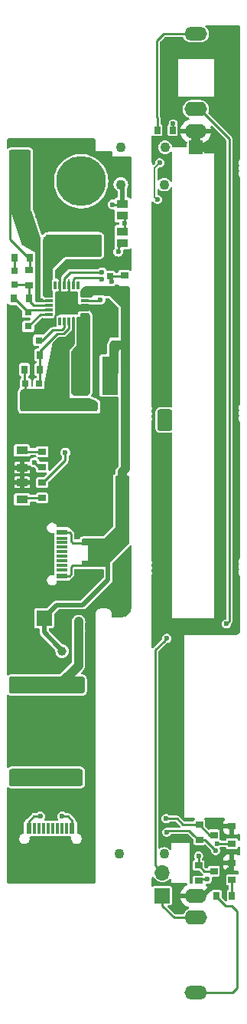
<source format=gbr>
%TF.GenerationSoftware,KiCad,Pcbnew,8.0.3*%
%TF.CreationDate,2024-07-16T15:40:11-03:00*%
%TF.ProjectId,IPS2,49505332-2e6b-4696-9361-645f70636258,rev?*%
%TF.SameCoordinates,Original*%
%TF.FileFunction,Copper,L1,Top*%
%TF.FilePolarity,Positive*%
%FSLAX46Y46*%
G04 Gerber Fmt 4.6, Leading zero omitted, Abs format (unit mm)*
G04 Created by KiCad (PCBNEW 8.0.3) date 2024-07-16 15:40:11*
%MOMM*%
%LPD*%
G01*
G04 APERTURE LIST*
%TA.AperFunction,SMDPad,CuDef*%
%ADD10R,1.500000X2.400000*%
%TD*%
%TA.AperFunction,SMDPad,CuDef*%
%ADD11R,0.750000X0.800000*%
%TD*%
%TA.AperFunction,SMDPad,CuDef*%
%ADD12R,0.800000X0.750000*%
%TD*%
%TA.AperFunction,SMDPad,CuDef*%
%ADD13R,1.800000X4.200000*%
%TD*%
%TA.AperFunction,SMDPad,CuDef*%
%ADD14R,4.200000X1.800000*%
%TD*%
%TA.AperFunction,ComponentPad*%
%ADD15R,1.700000X1.700000*%
%TD*%
%TA.AperFunction,ComponentPad*%
%ADD16O,1.700000X1.700000*%
%TD*%
%TA.AperFunction,SMDPad,CuDef*%
%ADD17R,0.900000X0.700000*%
%TD*%
%TA.AperFunction,SMDPad,CuDef*%
%ADD18R,0.950000X0.300000*%
%TD*%
%TA.AperFunction,SMDPad,CuDef*%
%ADD19R,0.300000X0.950000*%
%TD*%
%TA.AperFunction,ComponentPad*%
%ADD20C,0.600000*%
%TD*%
%TA.AperFunction,SMDPad,CuDef*%
%ADD21R,1.300000X1.300000*%
%TD*%
%TA.AperFunction,ComponentPad*%
%ADD22C,2.000000*%
%TD*%
%TA.AperFunction,SMDPad,CuDef*%
%ADD23R,1.100000X1.100000*%
%TD*%
%TA.AperFunction,SMDPad,CuDef*%
%ADD24R,1.270000X0.965200*%
%TD*%
%TA.AperFunction,ComponentPad*%
%ADD25O,2.500000X1.500000*%
%TD*%
%TA.AperFunction,ComponentPad*%
%ADD26O,2.500000X1.600000*%
%TD*%
%TA.AperFunction,ComponentPad*%
%ADD27O,2.400000X1.600000*%
%TD*%
%TA.AperFunction,SMDPad,CuDef*%
%ADD28R,1.600000X1.000000*%
%TD*%
%TA.AperFunction,SMDPad,CuDef*%
%ADD29R,1.000000X1.600000*%
%TD*%
%TA.AperFunction,SMDPad,CuDef*%
%ADD30R,0.900000X0.800000*%
%TD*%
%TA.AperFunction,SMDPad,CuDef*%
%ADD31R,0.700000X0.900000*%
%TD*%
%TA.AperFunction,SMDPad,CuDef*%
%ADD32R,0.900000X1.300000*%
%TD*%
%TA.AperFunction,SMDPad,CuDef*%
%ADD33R,1.300000X0.900000*%
%TD*%
%TA.AperFunction,SMDPad,CuDef*%
%ADD34R,1.240000X0.600000*%
%TD*%
%TA.AperFunction,SMDPad,CuDef*%
%ADD35R,1.240000X0.300000*%
%TD*%
%TA.AperFunction,ComponentPad*%
%ADD36O,2.100000X1.000000*%
%TD*%
%TA.AperFunction,ComponentPad*%
%ADD37O,1.800000X1.000000*%
%TD*%
%TA.AperFunction,ComponentPad*%
%ADD38C,0.800000*%
%TD*%
%TA.AperFunction,ComponentPad*%
%ADD39C,5.500000*%
%TD*%
%TA.AperFunction,ComponentPad*%
%ADD40C,1.100000*%
%TD*%
%TA.AperFunction,SMDPad,CuDef*%
%ADD41R,1.500000X1.500000*%
%TD*%
%TA.AperFunction,ComponentPad*%
%ADD42O,1.000000X1.800000*%
%TD*%
%TA.AperFunction,ComponentPad*%
%ADD43O,1.000000X2.100000*%
%TD*%
%TA.AperFunction,SMDPad,CuDef*%
%ADD44R,0.600000X1.240000*%
%TD*%
%TA.AperFunction,SMDPad,CuDef*%
%ADD45R,0.300000X1.240000*%
%TD*%
%TA.AperFunction,ViaPad*%
%ADD46C,0.600000*%
%TD*%
%TA.AperFunction,ViaPad*%
%ADD47C,0.650000*%
%TD*%
%TA.AperFunction,ViaPad*%
%ADD48C,1.000000*%
%TD*%
%TA.AperFunction,Conductor*%
%ADD49C,1.000000*%
%TD*%
%TA.AperFunction,Conductor*%
%ADD50C,0.250000*%
%TD*%
%TA.AperFunction,Conductor*%
%ADD51C,0.500000*%
%TD*%
%TA.AperFunction,Conductor*%
%ADD52C,0.200000*%
%TD*%
G04 APERTURE END LIST*
D10*
%TO.P,C1,2*%
%TO.N,Earth*%
X40190000Y-74930000D03*
%TO.P,C1,1*%
%TO.N,V_INPUT*%
X46590000Y-74930000D03*
%TD*%
D11*
%TO.P,C3,1*%
%TO.N,Net-(C3-Pad1)*%
X45240000Y-51700000D03*
%TO.P,C3,2*%
%TO.N,Earth*%
X45240000Y-50200000D03*
%TD*%
D12*
%TO.P,C4,1*%
%TO.N,Net-(C4-Pad1)*%
X37390000Y-58750000D03*
%TO.P,C4,2*%
%TO.N,Earth*%
X35890000Y-58750000D03*
%TD*%
%TO.P,C5,1*%
%TO.N,Net-(C5-Pad1)*%
X36190000Y-57200000D03*
%TO.P,C5,2*%
%TO.N,Earth*%
X34690000Y-57200000D03*
%TD*%
%TO.P,C7,1*%
%TO.N,Earth*%
X34690000Y-55650000D03*
%TO.P,C7,2*%
%TO.N,Net-(C7-Pad2)*%
X36190000Y-55650000D03*
%TD*%
D13*
%TO.P,L1,2*%
%TO.N,V_INPUT*%
X45230000Y-62630000D03*
%TO.P,L1,1*%
%TO.N,Net-(D1-Pad2)*%
X42030000Y-62630000D03*
%TD*%
D14*
%TO.P,L2,1*%
%TO.N,Earth*%
X42240000Y-45200000D03*
%TO.P,L2,2*%
%TO.N,Net-(D2-Pad1)*%
X42240000Y-48400000D03*
%TD*%
D15*
%TO.P,P1,1*%
%TO.N,Net-(C13-Pad1)*%
X35070000Y-96770000D03*
D16*
%TO.P,P1,2*%
X37610000Y-96770000D03*
%TO.P,P1,3*%
%TO.N,Earth*%
X35070000Y-99310000D03*
%TO.P,P1,4*%
X37610000Y-99310000D03*
%TO.P,P1,5*%
X35070000Y-101850000D03*
%TO.P,P1,6*%
X37610000Y-101850000D03*
%TO.P,P1,7*%
X35070000Y-104390000D03*
%TO.P,P1,8*%
X37610000Y-104390000D03*
%TO.P,P1,9*%
%TO.N,Net-(C12-Pad1)*%
X35070000Y-106930000D03*
%TO.P,P1,10*%
X37610000Y-106930000D03*
%TD*%
D17*
%TO.P,R1,1*%
%TO.N,Net-(C3-Pad1)*%
X46840000Y-51600000D03*
%TO.P,R1,2*%
%TO.N,V_INPUT*%
X46840000Y-53300000D03*
%TD*%
D18*
%TO.P,U1,1*%
%TO.N,Net-(D1-Pad2)*%
X42440000Y-55900000D03*
%TO.P,U1,2*%
%TO.N,Earth*%
X42440000Y-55400000D03*
%TO.P,U1,3*%
X42440000Y-54900000D03*
%TO.P,U1,4*%
%TO.N,Net-(C3-Pad1)*%
X42440000Y-54400000D03*
%TO.P,U1,5*%
%TO.N,V_INPUT*%
X42440000Y-53900000D03*
%TO.P,U1,6*%
X42440000Y-53400000D03*
D19*
%TO.P,U1,7*%
%TO.N,N/C*%
X41690000Y-52650000D03*
%TO.P,U1,8*%
%TO.N,Net-(J5-Pad2)*%
X41190000Y-52650000D03*
%TO.P,U1,9*%
%TO.N,Earth*%
X40690000Y-52650000D03*
%TO.P,U1,10*%
%TO.N,Net-(J6-Pad2)*%
X40190000Y-52650000D03*
%TO.P,U1,11*%
%TO.N,Earth*%
X39690000Y-52650000D03*
%TO.P,U1,12*%
%TO.N,N/C*%
X39190000Y-52650000D03*
D18*
%TO.P,U1,13*%
%TO.N,Net-(D2-Pad1)*%
X38440000Y-53400000D03*
%TO.P,U1,14*%
X38440000Y-53900000D03*
%TO.P,U1,15*%
%TO.N,Net-(C13-Pad1)*%
X38440000Y-54400000D03*
%TO.P,U1,16*%
%TO.N,Net-(C6-Pad2)*%
X38440000Y-54900000D03*
%TO.P,U1,17*%
%TO.N,Net-(C7-Pad2)*%
X38440000Y-55400000D03*
%TO.P,U1,18*%
%TO.N,Net-(C5-Pad1)*%
X38440000Y-55900000D03*
D19*
%TO.P,U1,19*%
%TO.N,Earth*%
X39190000Y-56650000D03*
%TO.P,U1,20*%
%TO.N,N/C*%
X39690000Y-56650000D03*
%TO.P,U1,21*%
%TO.N,Net-(C4-Pad1)*%
X40190000Y-56650000D03*
%TO.P,U1,22*%
%TO.N,Net-(C8-Pad2)*%
X40690000Y-56650000D03*
%TO.P,U1,23*%
%TO.N,Net-(C12-Pad1)*%
X41190000Y-56650000D03*
%TO.P,U1,24*%
%TO.N,Net-(D1-Pad2)*%
X41690000Y-56650000D03*
D20*
%TO.P,U1,25*%
%TO.N,Earth*%
X41329000Y-55539000D03*
X41329000Y-53761000D03*
D21*
X41090000Y-55300000D03*
X41090000Y-54000000D03*
D22*
X40440000Y-54650000D03*
D21*
X39790000Y-55300000D03*
X39790000Y-54000000D03*
D20*
X39551000Y-55539000D03*
X39551000Y-53761000D03*
%TD*%
D23*
%TO.P,D1,1*%
%TO.N,Net-(C12-Pad1)*%
X39590000Y-59350000D03*
%TO.P,D1,2*%
%TO.N,Net-(D1-Pad2)*%
X42390000Y-59350000D03*
%TD*%
%TO.P,D2,1*%
%TO.N,Net-(D2-Pad1)*%
X38840000Y-47650000D03*
%TO.P,D2,2*%
%TO.N,Net-(C13-Pad1)*%
X36040000Y-47650000D03*
%TD*%
D24*
%TO.P,J5,1*%
%TO.N,V_INPUT*%
X46640000Y-46715000D03*
%TO.P,J5,2*%
%TO.N,Net-(J5-Pad2)*%
X46640000Y-47985000D03*
%TD*%
%TO.P,J6,1*%
%TO.N,V_INPUT*%
X46640000Y-44985000D03*
%TO.P,J6,2*%
%TO.N,Net-(J6-Pad2)*%
X46640000Y-43715000D03*
%TD*%
D25*
%TO.P,SHUT_M1,3*%
%TO.N,Net-(R10-Pad1)*%
X54740000Y-130770000D03*
D26*
%TO.P,SHUT_M1,2*%
%TO.N,Net-(J3-Pad1)*%
X54740000Y-122470000D03*
D27*
%TO.P,SHUT_M1,1*%
%TO.N,Earth*%
X54740000Y-120050000D03*
%TD*%
%TO.P,SHUT_P1,1*%
%TO.N,Earth*%
X54740000Y-35650000D03*
D26*
%TO.P,SHUT_P1,2*%
%TO.N,Net-(J3-Pad2)*%
X54740000Y-33230000D03*
D25*
%TO.P,SHUT_P1,3*%
%TO.N,Net-(R8-Pad1)*%
X54740000Y-24930000D03*
%TD*%
D17*
%TO.P,R6,2*%
%TO.N,Net-(D3-Pad2)*%
X37730000Y-71020000D03*
%TO.P,R6,1*%
%TO.N,Net-(C12-Pad1)*%
X37730000Y-72720000D03*
%TD*%
%TO.P,R7,2*%
%TO.N,Net-(D4-Pad1)*%
X37720000Y-76140000D03*
%TO.P,R7,1*%
%TO.N,Net-(C13-Pad1)*%
X37720000Y-74440000D03*
%TD*%
D28*
%TO.P,C12,2*%
%TO.N,Earth*%
X38490000Y-69050000D03*
%TO.P,C12,1*%
%TO.N,Net-(C12-Pad1)*%
X38490000Y-66050000D03*
%TD*%
D29*
%TO.P,C13,1*%
%TO.N,Net-(C13-Pad1)*%
X35040000Y-40800000D03*
%TO.P,C13,2*%
%TO.N,Earth*%
X38040000Y-40800000D03*
%TD*%
%TO.P,C14,1*%
%TO.N,Net-(C13-Pad1)*%
X35040000Y-38500000D03*
%TO.P,C14,2*%
%TO.N,Earth*%
X38040000Y-38500000D03*
%TD*%
D28*
%TO.P,C15,2*%
%TO.N,Net-(C12-Pad1)*%
X36190000Y-66050000D03*
%TO.P,C15,1*%
%TO.N,Earth*%
X36190000Y-69050000D03*
%TD*%
D29*
%TO.P,C16,1*%
%TO.N,Net-(C13-Pad1)*%
X35040000Y-43100000D03*
%TO.P,C16,2*%
%TO.N,Earth*%
X38040000Y-43100000D03*
%TD*%
D28*
%TO.P,C17,2*%
%TO.N,Earth*%
X43090000Y-69050000D03*
%TO.P,C17,1*%
%TO.N,Net-(C12-Pad1)*%
X43090000Y-66050000D03*
%TD*%
D29*
%TO.P,C18,1*%
%TO.N,Net-(C13-Pad1)*%
X35590000Y-45400000D03*
%TO.P,C18,2*%
%TO.N,Earth*%
X38590000Y-45400000D03*
%TD*%
D28*
%TO.P,C19,2*%
%TO.N,Earth*%
X40790000Y-69050000D03*
%TO.P,C19,1*%
%TO.N,Net-(C12-Pad1)*%
X40790000Y-66050000D03*
%TD*%
D30*
%TO.P,Q1,3*%
%TO.N,Net-(J5-Pad2)*%
X56740000Y-113350000D03*
%TO.P,Q1,2*%
%TO.N,Earth*%
X58740000Y-112400000D03*
%TO.P,Q1,1*%
%TO.N,Net-(Q1-Pad1)*%
X58740000Y-114300000D03*
%TD*%
%TO.P,Q2,3*%
%TO.N,Net-(J6-Pad2)*%
X56740000Y-117350000D03*
%TO.P,Q2,2*%
%TO.N,Earth*%
X58740000Y-116400000D03*
%TO.P,Q2,1*%
%TO.N,Net-(Q2-Pad1)*%
X58740000Y-118300000D03*
%TD*%
D31*
%TO.P,R8,1*%
%TO.N,Net-(R8-Pad1)*%
X50490000Y-35550000D03*
%TO.P,R8,2*%
%TO.N,Net-(Q1-Pad1)*%
X52190000Y-35550000D03*
%TD*%
D17*
%TO.P,R9,2*%
%TO.N,V_INPUT*%
X55140000Y-113900000D03*
%TO.P,R9,1*%
%TO.N,Net-(J5-Pad2)*%
X55140000Y-112200000D03*
%TD*%
D31*
%TO.P,R10,2*%
%TO.N,Net-(Q2-Pad1)*%
X58740000Y-120050000D03*
%TO.P,R10,1*%
%TO.N,Net-(R10-Pad1)*%
X57040000Y-120050000D03*
%TD*%
D17*
%TO.P,R11,2*%
%TO.N,V_INPUT*%
X55040000Y-118400000D03*
%TO.P,R11,1*%
%TO.N,Net-(J6-Pad2)*%
X55040000Y-116700000D03*
%TD*%
D16*
%TO.P,J3,2*%
%TO.N,Net-(J3-Pad2)*%
X51040000Y-117500000D03*
D15*
%TO.P,J3,1*%
%TO.N,Net-(J3-Pad1)*%
X51040000Y-120040000D03*
%TD*%
D32*
%TO.P,C2,2*%
%TO.N,Earth*%
X43940000Y-59350000D03*
%TO.P,C2,1*%
%TO.N,V_INPUT*%
X45840000Y-59350000D03*
%TD*%
D33*
%TO.P,C11,1*%
%TO.N,V_INPUT*%
X45140000Y-53400000D03*
%TO.P,C11,2*%
%TO.N,Earth*%
X45140000Y-55300000D03*
%TD*%
D11*
%TO.P,C6,1*%
%TO.N,Net-(C6-Pad1)*%
X34690000Y-51100000D03*
%TO.P,C6,2*%
%TO.N,Net-(C6-Pad2)*%
X34690000Y-52600000D03*
%TD*%
D12*
%TO.P,C8,2*%
%TO.N,Net-(C8-Pad2)*%
X37390000Y-63550000D03*
%TO.P,C8,1*%
%TO.N,Net-(C12-Pad1)*%
X35890000Y-63550000D03*
%TD*%
D31*
%TO.P,R2,1*%
%TO.N,Net-(C6-Pad2)*%
X36290000Y-54150000D03*
%TO.P,R2,2*%
%TO.N,Net-(C7-Pad2)*%
X34590000Y-54150000D03*
%TD*%
D17*
%TO.P,R3,1*%
%TO.N,Net-(C13-Pad1)*%
X36290000Y-50950000D03*
%TO.P,R3,2*%
%TO.N,Net-(C6-Pad2)*%
X36290000Y-52650000D03*
%TD*%
D31*
%TO.P,R4,2*%
%TO.N,Net-(C8-Pad2)*%
X37490000Y-61950000D03*
%TO.P,R4,1*%
%TO.N,Net-(C12-Pad1)*%
X35790000Y-61950000D03*
%TD*%
%TO.P,R5,2*%
%TO.N,Earth*%
X35790000Y-60350000D03*
%TO.P,R5,1*%
%TO.N,Net-(C8-Pad2)*%
X37490000Y-60350000D03*
%TD*%
%TO.P,R12,1*%
%TO.N,Net-(C6-Pad1)*%
X34640000Y-49600000D03*
%TO.P,R12,2*%
%TO.N,Net-(C13-Pad1)*%
X36340000Y-49600000D03*
%TD*%
D34*
%TO.P,J1,A1*%
%TO.N,Earth*%
X39960000Y-79130000D03*
%TO.P,J1,A4*%
%TO.N,V_INPUT*%
X39960000Y-79930000D03*
D35*
%TO.P,J1,A5*%
%TO.N,N/C*%
X39960000Y-81080000D03*
%TO.P,J1,A6*%
X39960000Y-82080000D03*
%TO.P,J1,A7*%
X39960000Y-82580000D03*
%TO.P,J1,A8*%
X39960000Y-83580000D03*
D34*
%TO.P,J1,A9*%
%TO.N,V_INPUT*%
X39960000Y-84730000D03*
%TO.P,J1,A12*%
%TO.N,Earth*%
X39960000Y-85530000D03*
%TO.P,J1,B1*%
X39960000Y-85530000D03*
%TO.P,J1,B4*%
%TO.N,V_INPUT*%
X39960000Y-84730000D03*
D35*
%TO.P,J1,B5*%
%TO.N,N/C*%
X39960000Y-84080000D03*
%TO.P,J1,B6*%
X39960000Y-83080000D03*
%TO.P,J1,B7*%
X39960000Y-81580000D03*
%TO.P,J1,B8*%
X39960000Y-80580000D03*
D34*
%TO.P,J1,B9*%
%TO.N,V_INPUT*%
X39960000Y-79930000D03*
%TO.P,J1,B12*%
%TO.N,Earth*%
X39960000Y-79130000D03*
D36*
%TO.P,J1,S1*%
X39360000Y-78010000D03*
D37*
X35160000Y-78010000D03*
D36*
X39360000Y-86650000D03*
D37*
X35160000Y-86650000D03*
%TD*%
D38*
%TO.P,T9,1*%
%TO.N,Net-(T9-Pad1)*%
X39840000Y-41190000D03*
X40490000Y-39640000D03*
X40490000Y-42740000D03*
X42040000Y-38990000D03*
D39*
X42040000Y-41190000D03*
D38*
X42040000Y-43390000D03*
X43590000Y-39640000D03*
X43590000Y-42740000D03*
X44240000Y-41190000D03*
%TD*%
D40*
%TO.P,T7,1*%
%TO.N,Earth*%
X54740000Y-37450000D03*
D41*
X54740000Y-37450000D03*
%TD*%
D40*
%TO.P,T8,1*%
%TO.N,Earth*%
X42740000Y-37350000D03*
D41*
X42740000Y-37350000D03*
%TD*%
D33*
%TO.P,D3,2*%
%TO.N,Net-(D3-Pad2)*%
X35490000Y-70900000D03*
%TO.P,D3,1*%
%TO.N,Earth*%
X35490000Y-72800000D03*
%TD*%
%TO.P,D4,1*%
%TO.N,Net-(D4-Pad1)*%
X35500000Y-76300000D03*
%TO.P,D4,2*%
%TO.N,Earth*%
X35500000Y-74400000D03*
%TD*%
D42*
%TO.P,J4,S1*%
%TO.N,Earth*%
X42970000Y-117440000D03*
D43*
X42970000Y-113240000D03*
D42*
X34330000Y-117440000D03*
D43*
X34330000Y-113240000D03*
D44*
%TO.P,J4,B12*%
X35450000Y-112640000D03*
%TO.P,J4,B9*%
%TO.N,V_INPUT*%
X36250000Y-112640000D03*
D45*
%TO.P,J4,B8*%
%TO.N,N/C*%
X36900000Y-112640000D03*
%TO.P,J4,B7*%
X37900000Y-112640000D03*
%TO.P,J4,B6*%
X39400000Y-112640000D03*
%TO.P,J4,B5*%
X40400000Y-112640000D03*
D44*
%TO.P,J4,B4*%
%TO.N,V_INPUT*%
X41050000Y-112640000D03*
%TO.P,J4,B1*%
%TO.N,Earth*%
X41850000Y-112640000D03*
%TO.P,J4,A12*%
X41850000Y-112640000D03*
%TO.P,J4,A9*%
%TO.N,V_INPUT*%
X41050000Y-112640000D03*
D45*
%TO.P,J4,A8*%
%TO.N,N/C*%
X39900000Y-112640000D03*
%TO.P,J4,A7*%
X38900000Y-112640000D03*
%TO.P,J4,A6*%
X38400000Y-112640000D03*
%TO.P,J4,A5*%
X37400000Y-112640000D03*
D44*
%TO.P,J4,A4*%
%TO.N,V_INPUT*%
X36250000Y-112640000D03*
%TO.P,J4,A1*%
%TO.N,Earth*%
X35450000Y-112640000D03*
%TD*%
D15*
%TO.P,J2,1*%
%TO.N,V_INPUT*%
X37940000Y-89450000D03*
D16*
%TO.P,J2,2*%
%TO.N,Earth*%
X35400000Y-89450000D03*
%TD*%
D40*
%TO.P,T1,1*%
%TO.N,V_INPUT*%
X51240000Y-115450000D03*
%TD*%
%TO.P,T2,1*%
%TO.N,V_INPUT*%
X46240000Y-115450000D03*
%TD*%
%TO.P,T3,1*%
%TO.N,Net-(J5-Pad2)*%
X46440000Y-37450000D03*
%TD*%
%TO.P,T4,1*%
%TO.N,Net-(J5-Pad2)*%
X51340000Y-37450000D03*
%TD*%
%TO.P,T5,1*%
%TO.N,Net-(J6-Pad2)*%
X46440000Y-41550000D03*
%TD*%
%TO.P,T6,1*%
%TO.N,Net-(J6-Pad2)*%
X51240000Y-41550000D03*
%TD*%
D46*
%TO.N,Earth*%
X51540000Y-49350000D03*
X51540000Y-50850000D03*
X51540000Y-52350000D03*
X51540000Y-53850000D03*
X51540000Y-55350000D03*
X51540000Y-56850000D03*
X51540000Y-58350000D03*
X51540000Y-59850000D03*
X51540000Y-61350000D03*
X51540000Y-62850000D03*
D47*
X43640000Y-70800000D03*
D46*
X37040000Y-38950000D03*
X43640000Y-58150000D03*
D47*
X45740000Y-67600000D03*
D46*
X39640000Y-37600000D03*
X45240000Y-87350000D03*
X42940000Y-102850000D03*
X45840000Y-85550000D03*
D47*
X45590000Y-70150000D03*
X45690000Y-68250000D03*
D46*
X45939980Y-58150000D03*
X39040000Y-39400000D03*
D47*
X42990000Y-70150000D03*
D46*
X45240000Y-86750000D03*
X43640000Y-56350000D03*
D47*
X44940004Y-68850000D03*
X44440000Y-67600000D03*
D46*
X46440000Y-87350000D03*
X44840000Y-56350000D03*
X42940000Y-100450000D03*
D47*
X43640000Y-70150000D03*
D46*
X44240000Y-56950000D03*
D47*
X40339994Y-50450000D03*
D46*
X46440008Y-85550000D03*
D47*
X44940000Y-70150000D03*
D46*
X47040000Y-87350000D03*
X44840000Y-56950000D03*
X35040000Y-92550000D03*
X44840000Y-57550000D03*
X58740000Y-113350000D03*
X37040000Y-41350000D03*
X51540000Y-47950000D03*
X35040000Y-91850000D03*
X35740000Y-93950000D03*
X45939980Y-57550000D03*
X39640000Y-38200000D03*
X37040000Y-42550000D03*
X35740000Y-92550000D03*
X37040000Y-40150000D03*
D47*
X44940000Y-69499998D03*
D46*
X42940000Y-104450000D03*
D47*
X45590000Y-70800000D03*
D46*
X42940000Y-102050000D03*
X37450000Y-57510000D03*
X45939980Y-56950000D03*
X39040000Y-38200000D03*
X45440000Y-58150000D03*
D47*
X42940000Y-108950000D03*
X45590000Y-68850000D03*
D46*
X44240000Y-55750000D03*
X43640000Y-56950000D03*
X37040000Y-39550000D03*
X45840000Y-86750000D03*
D47*
X44290000Y-69500000D03*
D46*
X37040000Y-41950000D03*
X37040000Y-40750000D03*
X37240000Y-44950000D03*
X42940000Y-105250000D03*
D47*
X44940000Y-70800000D03*
X42940000Y-110350000D03*
D46*
X35740000Y-91850000D03*
X46440000Y-86750000D03*
X44240000Y-58150000D03*
X40240000Y-37600000D03*
X45840000Y-86150000D03*
D47*
X42240000Y-109650000D03*
D46*
X44840000Y-58150000D03*
X35740000Y-93250000D03*
D47*
X44290000Y-70800000D03*
D46*
X39040000Y-37600000D03*
X35040000Y-91150000D03*
X45840000Y-87350000D03*
X46440000Y-84349994D03*
X37040000Y-43750000D03*
X45840000Y-84350000D03*
X44240000Y-56350000D03*
D47*
X44440000Y-68249996D03*
D46*
X46439997Y-84949997D03*
X45840000Y-84950000D03*
D47*
X45090000Y-67600000D03*
D46*
X46440000Y-86150000D03*
X39740000Y-51050000D03*
X45440000Y-56950000D03*
D47*
X42940000Y-109650000D03*
D46*
X35040000Y-93250000D03*
X42940000Y-98850000D03*
X43640000Y-55750000D03*
X37040000Y-43150000D03*
X58740000Y-115550000D03*
D47*
X44289996Y-70150000D03*
D46*
X45440000Y-56350000D03*
X42940000Y-103650000D03*
D47*
X44290000Y-68850000D03*
D46*
X37640000Y-46150000D03*
D47*
X45590000Y-69500000D03*
D46*
X47040000Y-86750000D03*
D47*
X45040000Y-68250000D03*
D46*
X45939980Y-56350000D03*
X39040000Y-38800000D03*
X44640000Y-87350000D03*
X35740000Y-91150000D03*
X37040000Y-44350000D03*
X42940000Y-99650000D03*
X43640000Y-57550000D03*
X42940000Y-101250000D03*
X44240000Y-57550000D03*
X45440000Y-57550000D03*
X37440000Y-45550000D03*
X35040000Y-93950000D03*
%TO.N,Net-(C3-Pad1)*%
X45420000Y-52250000D03*
X44186274Y-54247181D03*
%TO.N,Net-(Q1-Pad1)*%
X57146137Y-114277001D03*
X52240000Y-34850000D03*
%TO.N,Net-(J5-Pad2)*%
X50740000Y-39150000D03*
X51440000Y-111550000D03*
X44329061Y-52039414D03*
X50490000Y-43200000D03*
X46160002Y-48950000D03*
%TO.N,Net-(J6-Pad2)*%
X44360000Y-51240000D03*
X45540000Y-43750000D03*
X55040000Y-115650000D03*
%TO.N,Net-(C12-Pad1)*%
X36240000Y-65050000D03*
X36240000Y-64450000D03*
X38640000Y-65050000D03*
X38040000Y-64450000D03*
X38640000Y-64450000D03*
X37440000Y-64450000D03*
X36865000Y-72225000D03*
X38040000Y-65050000D03*
X37440000Y-66250000D03*
X36840000Y-64450000D03*
X37440000Y-65050000D03*
X37440000Y-65650000D03*
X36840000Y-65050000D03*
%TO.N,Net-(J3-Pad2)*%
X58140000Y-90050000D03*
X51540000Y-91650000D03*
D48*
%TO.N,Net-(C13-Pad1)*%
X41750000Y-90800002D03*
D46*
X36040000Y-43750000D03*
X36040000Y-38950000D03*
X36040000Y-39550000D03*
X36040000Y-43150000D03*
X36040000Y-41350000D03*
D48*
X41760000Y-89800000D03*
D46*
X36040000Y-40150000D03*
X36040000Y-40750000D03*
X36040000Y-41950000D03*
X36040000Y-42550000D03*
D48*
X41750000Y-91800000D03*
D46*
X40290000Y-71130000D03*
%TO.N,V_INPUT*%
X51540000Y-113050000D03*
X46020000Y-52880000D03*
X39960000Y-111290000D03*
D48*
X39940000Y-93050000D03*
D46*
X56940000Y-115049999D03*
X37510000Y-111300000D03*
X56040000Y-118250000D03*
X46839998Y-45850008D03*
%TD*%
D49*
%TO.N,Earth*%
X54740000Y-37450000D02*
X56440000Y-37450000D01*
D50*
X39040000Y-38800000D02*
X39040000Y-38200000D01*
X38040000Y-38500000D02*
X37490000Y-38500000D01*
X37490000Y-38500000D02*
X37040000Y-38950000D01*
X45840008Y-85550000D02*
X45840008Y-84950008D01*
X40690000Y-53593011D02*
X41090000Y-53993011D01*
X39690000Y-51524264D02*
X39740000Y-51474264D01*
X55140000Y-35650000D02*
X54740000Y-35650000D01*
X42940000Y-109650000D02*
X42940000Y-108950000D01*
X58440000Y-116700000D02*
X58740000Y-116400000D01*
X40690000Y-52643011D02*
X40690000Y-53593011D01*
X41468000Y-55393011D02*
X41329000Y-55532011D01*
X45540000Y-57050000D02*
X45054128Y-57535872D01*
X40614999Y-53443012D02*
X39765001Y-53443012D01*
X37040000Y-39550000D02*
X37040000Y-40150000D01*
X35915000Y-58750000D02*
X37155000Y-57510000D01*
X38040000Y-38500000D02*
X38140000Y-38500000D01*
X45440000Y-58150000D02*
X45939980Y-58150000D01*
X46440000Y-85050000D02*
X45940000Y-85050000D01*
X44240000Y-56950000D02*
X44240000Y-56350000D01*
X37440000Y-45950000D02*
X37640000Y-46150000D01*
X38040000Y-43100000D02*
X38690000Y-43100000D01*
D51*
X35040000Y-91850000D02*
X35040000Y-92550000D01*
X45590000Y-70150000D02*
X45590000Y-70800000D01*
D50*
X45840000Y-86750000D02*
X46440000Y-86750000D01*
X46440000Y-87350000D02*
X45840000Y-87350000D01*
D51*
X45590000Y-68850000D02*
X45590000Y-69500000D01*
D50*
X40339994Y-50450000D02*
X39740000Y-51049994D01*
D51*
X35040000Y-93250000D02*
X35040000Y-93950000D01*
X44290000Y-69500000D02*
X44290000Y-68850000D01*
D50*
X44840000Y-56350000D02*
X45440000Y-56350000D01*
X45540000Y-55900000D02*
X44915000Y-55900000D01*
X39690000Y-52643011D02*
X39690000Y-51524264D01*
D51*
X35890000Y-58750000D02*
X35940000Y-58750000D01*
D50*
X42940000Y-105250000D02*
X42940000Y-104450000D01*
D51*
X45040000Y-68250000D02*
X45040000Y-68750004D01*
D50*
X42000000Y-111290000D02*
X42940000Y-110350000D01*
X44915000Y-55900000D02*
X44315000Y-55300000D01*
X42440000Y-55393011D02*
X41468000Y-55393011D01*
X45240000Y-87350000D02*
X44640000Y-87350000D01*
D51*
X35740000Y-93950000D02*
X35740000Y-93250000D01*
D50*
X42440000Y-54893011D02*
X42440000Y-55393011D01*
D51*
X44440000Y-67600000D02*
X45090000Y-67600000D01*
X35400000Y-90790000D02*
X35040000Y-91150000D01*
D50*
X40690000Y-53368011D02*
X40614999Y-53443012D01*
X44315000Y-55300000D02*
X41090000Y-55300000D01*
D51*
X45040000Y-68750004D02*
X44940004Y-68850000D01*
D50*
X44390000Y-55900000D02*
X44240000Y-55750000D01*
D51*
X44289996Y-70150000D02*
X43640000Y-70150000D01*
D50*
X58740000Y-112400000D02*
X58740000Y-113350000D01*
X44840000Y-57550000D02*
X44840000Y-56950000D01*
X42940000Y-102050000D02*
X42940000Y-101250000D01*
X40690000Y-52643011D02*
X40690000Y-53368011D01*
X45440000Y-56950000D02*
X45440000Y-57550000D01*
X37040000Y-43150000D02*
X37040000Y-43750000D01*
X37040000Y-44750000D02*
X37240000Y-44950000D01*
X45840008Y-84950008D02*
X45839997Y-84949997D01*
X45054128Y-57535872D02*
X45054128Y-58235872D01*
X42940000Y-103650000D02*
X42940000Y-102850000D01*
X39765001Y-53443012D02*
X39690000Y-53368011D01*
X37040000Y-41950000D02*
X37040000Y-42550000D01*
X45939980Y-56950000D02*
X45939980Y-57550000D01*
X39040000Y-37600000D02*
X39640000Y-37600000D01*
X38690000Y-43100000D02*
X39040000Y-42750000D01*
X45540000Y-55900000D02*
X44390000Y-55900000D01*
D51*
X37610000Y-99310000D02*
X42600000Y-99310000D01*
D50*
X39640000Y-38200000D02*
X40240000Y-37600000D01*
X37040000Y-40750000D02*
X37040000Y-41350000D01*
X39740000Y-51049994D02*
X39740000Y-51050000D01*
X43640000Y-56350000D02*
X43640000Y-55750000D01*
D51*
X45740000Y-68200000D02*
X45690000Y-68250000D01*
D50*
X42940000Y-100450000D02*
X42940000Y-99650000D01*
D51*
X35400000Y-89450000D02*
X35400000Y-90790000D01*
D50*
X35890000Y-58750000D02*
X35915000Y-58750000D01*
X58440000Y-117085002D02*
X58440000Y-116700000D01*
X43640000Y-57550000D02*
X43640000Y-56950000D01*
X44240000Y-58150000D02*
X44840000Y-58150000D01*
X37155000Y-57510000D02*
X37450000Y-57510000D01*
X37440000Y-45550000D02*
X37440000Y-45950000D01*
X45840000Y-86150000D02*
X45840000Y-84349994D01*
D51*
X44940000Y-70800000D02*
X44290000Y-70800000D01*
X43090000Y-69050000D02*
X43090000Y-70050000D01*
D50*
X39690000Y-52643011D02*
X39690000Y-53893011D01*
X43940000Y-59350000D02*
X43940000Y-58450000D01*
X44240000Y-58150000D02*
X44240000Y-57550000D01*
X41540000Y-111290000D02*
X42000000Y-111290000D01*
D49*
X54740000Y-35650000D02*
X54740000Y-37450000D01*
D51*
X43090000Y-70050000D02*
X42990000Y-70150000D01*
X45740000Y-67600000D02*
X45740000Y-68200000D01*
D50*
X41090000Y-55300000D02*
X40440000Y-54650000D01*
X45540000Y-55900000D02*
X45540000Y-57050000D01*
X45054128Y-58235872D02*
X43940000Y-59350000D01*
X47040000Y-86750000D02*
X47040000Y-87350000D01*
D51*
X55475002Y-120050000D02*
X58440000Y-117085002D01*
D50*
X37840000Y-39000000D02*
X37640000Y-39000000D01*
D51*
X44940000Y-70150000D02*
X44940000Y-69499998D01*
D50*
X43940000Y-58450000D02*
X43640000Y-58150000D01*
X38140000Y-38500000D02*
X39040000Y-39400000D01*
D49*
X37610000Y-99310000D02*
X40780010Y-99310000D01*
D50*
X39690000Y-52643011D02*
X39690000Y-51500000D01*
X54740000Y-120050000D02*
X55475002Y-120050000D01*
X58740000Y-115550000D02*
X58740000Y-116400000D01*
D51*
X35740000Y-92550000D02*
X35740000Y-91850000D01*
D50*
X39690000Y-53893011D02*
X39790000Y-53993011D01*
X39740000Y-51474264D02*
X39740000Y-51050000D01*
X37040000Y-44350000D02*
X37040000Y-44750000D01*
%TO.N,Net-(C3-Pad1)*%
X43808369Y-54400000D02*
X44033455Y-54400000D01*
X45420000Y-51880000D02*
X45240000Y-51700000D01*
X45240000Y-51700000D02*
X46740000Y-51700000D01*
X45420000Y-52250000D02*
X45420000Y-51880000D01*
X44033455Y-54400000D02*
X44186274Y-54247181D01*
X45240000Y-51700000D02*
X45240000Y-51922649D01*
X42440000Y-54400000D02*
X43808369Y-54400000D01*
X46740000Y-51700000D02*
X46840000Y-51600000D01*
%TO.N,Net-(C4-Pad1)*%
X38915011Y-57599989D02*
X37715000Y-58800000D01*
X40190000Y-57300000D02*
X39890011Y-57599989D01*
X39890011Y-57599989D02*
X38915011Y-57599989D01*
X37715000Y-58800000D02*
X37690000Y-58800000D01*
X40190000Y-56643011D02*
X40190000Y-57300000D01*
%TO.N,Net-(C5-Pad1)*%
X37521989Y-55893011D02*
X36215000Y-57200000D01*
X36215000Y-57200000D02*
X36190000Y-57200000D01*
X38440000Y-55893011D02*
X37521989Y-55893011D01*
%TO.N,Net-(C6-Pad2)*%
X36290000Y-52650000D02*
X36290000Y-54150000D01*
X36783011Y-54893011D02*
X36340000Y-54450000D01*
X36340000Y-54450000D02*
X36340000Y-54150000D01*
X34690000Y-52600000D02*
X36240000Y-52600000D01*
X38440000Y-54893011D02*
X36783011Y-54893011D01*
X36240000Y-52600000D02*
X36290000Y-52650000D01*
%TO.N,Net-(C7-Pad2)*%
X36446989Y-55393011D02*
X36190000Y-55650000D01*
X34690000Y-54150000D02*
X36190000Y-55650000D01*
X34590000Y-54150000D02*
X34690000Y-54150000D01*
X38440000Y-55393011D02*
X36446989Y-55393011D01*
%TO.N,Net-(C8-Pad2)*%
X39390000Y-58050000D02*
X37490000Y-59950000D01*
X40690000Y-57436411D02*
X40076411Y-58050000D01*
X40690000Y-56643011D02*
X40690000Y-57436411D01*
X37490000Y-59950000D02*
X37490000Y-60350000D01*
X37490000Y-63450000D02*
X37390000Y-63550000D01*
X40076411Y-58050000D02*
X39390000Y-58050000D01*
X37490000Y-60350000D02*
X37490000Y-61950000D01*
X37490000Y-61950000D02*
X37490000Y-63450000D01*
%TO.N,Net-(D3-Pad2)*%
X37720000Y-71010000D02*
X37730000Y-71020000D01*
X37730000Y-71020000D02*
X35610000Y-71020000D01*
X35610000Y-71020000D02*
X35490000Y-70900000D01*
%TO.N,Net-(D4-Pad1)*%
X35660000Y-76140000D02*
X35500000Y-76300000D01*
X37720000Y-76140000D02*
X35660000Y-76140000D01*
%TO.N,Net-(Q1-Pad1)*%
X52240000Y-34850000D02*
X52240000Y-35500000D01*
X58740000Y-114300000D02*
X57169136Y-114300000D01*
X57169136Y-114300000D02*
X57146137Y-114277001D01*
X52240000Y-35500000D02*
X52190000Y-35550000D01*
%TO.N,Net-(Q2-Pad1)*%
X58740000Y-120050000D02*
X58740000Y-118300000D01*
D52*
%TO.N,Net-(J5-Pad2)*%
X50190001Y-42900001D02*
X50490000Y-43200000D01*
D50*
X41190000Y-52643011D02*
X41190000Y-52005002D01*
X46160002Y-48464998D02*
X46640000Y-47985000D01*
X44134649Y-51845002D02*
X44329061Y-52039414D01*
D52*
X50190001Y-39699999D02*
X50190001Y-42900001D01*
D50*
X46160002Y-48950000D02*
X46160002Y-48464998D01*
D52*
X50740000Y-39150000D02*
X50190001Y-39699999D01*
D50*
X41190000Y-52005002D02*
X41350000Y-51845002D01*
X51740000Y-37368198D02*
X51664832Y-37443366D01*
X55140000Y-112200000D02*
X56290000Y-113350000D01*
X53340000Y-112200000D02*
X55140000Y-112200000D01*
X51440000Y-111550000D02*
X52690000Y-111550000D01*
D51*
X51278662Y-37511338D02*
X51278662Y-37500001D01*
D50*
X51664832Y-37443366D02*
X51653495Y-37443366D01*
X46160002Y-48920022D02*
X46160002Y-48950000D01*
X41350000Y-51845002D02*
X44134649Y-51845002D01*
X52690000Y-111550000D02*
X53340000Y-112200000D01*
X56290000Y-113350000D02*
X56740000Y-113350000D01*
X51653495Y-37443366D02*
X51335297Y-37443366D01*
X51335297Y-37443366D02*
X51335297Y-37454703D01*
%TO.N,Net-(J6-Pad2)*%
X40868011Y-51240000D02*
X43935736Y-51240000D01*
X40190000Y-52643011D02*
X40190000Y-51918011D01*
X55040000Y-115650000D02*
X55040000Y-116700000D01*
X55690000Y-117350000D02*
X55040000Y-116700000D01*
X56740000Y-117350000D02*
X55690000Y-117350000D01*
X40190000Y-51918011D02*
X40868011Y-51240000D01*
X43935736Y-51240000D02*
X44360000Y-51240000D01*
X45540000Y-43750000D02*
X46375000Y-43750000D01*
X46375000Y-43750000D02*
X46390000Y-43765000D01*
D51*
X46640000Y-43715000D02*
X46640000Y-41750000D01*
X46640000Y-41750000D02*
X46440000Y-41550000D01*
D50*
%TO.N,Net-(R8-Pad1)*%
X50440000Y-34100000D02*
X50490000Y-34150000D01*
X53220000Y-24950000D02*
X51140000Y-24950000D01*
X50490000Y-34150000D02*
X50490000Y-35550000D01*
X51140000Y-24950000D02*
X50440000Y-25650000D01*
X54740000Y-24930000D02*
X53240000Y-24930000D01*
X50440000Y-25650000D02*
X50440000Y-34100000D01*
X53240000Y-24930000D02*
X53220000Y-24950000D01*
%TO.N,Net-(R10-Pad1)*%
X57040000Y-120150000D02*
X58040000Y-121150000D01*
X59340000Y-121750000D02*
X59340000Y-130250000D01*
X57040000Y-120050000D02*
X57040000Y-120150000D01*
X58040000Y-121150000D02*
X58740000Y-121150000D01*
X58820000Y-130770000D02*
X54740000Y-130770000D01*
X58740000Y-121150000D02*
X59340000Y-121750000D01*
X59340000Y-130250000D02*
X58820000Y-130770000D01*
%TO.N,Net-(C12-Pad1)*%
X37440000Y-65050000D02*
X37440000Y-65650000D01*
X37440000Y-64450000D02*
X38040000Y-64450000D01*
X35790000Y-61950000D02*
X35790000Y-63450000D01*
X35790000Y-63450000D02*
X35890000Y-63550000D01*
X36190000Y-66050000D02*
X36190000Y-65100000D01*
X37730000Y-72720000D02*
X37360000Y-72720000D01*
X38640000Y-64450000D02*
X38640000Y-65050000D01*
X35890000Y-65750000D02*
X36190000Y-66050000D01*
X37360000Y-72720000D02*
X36865000Y-72225000D01*
X35890000Y-63550000D02*
X35890000Y-65750000D01*
X36190000Y-65100000D02*
X36240000Y-65050000D01*
X36240000Y-64450000D02*
X36840000Y-64450000D01*
X38040000Y-65050000D02*
X37440000Y-65050000D01*
%TO.N,Net-(J3-Pad1)*%
X51040000Y-120040000D02*
X51040000Y-121140000D01*
X52370000Y-122470000D02*
X54740000Y-122470000D01*
X51040000Y-121140000D02*
X52370000Y-122470000D01*
%TO.N,Net-(J3-Pad2)*%
X58439999Y-36479999D02*
X58439999Y-89750001D01*
X51040000Y-117500000D02*
X50260000Y-116720000D01*
X58439999Y-89750001D02*
X58140000Y-90050000D01*
X54740000Y-33230000D02*
X54290000Y-33230000D01*
X55190000Y-33230000D02*
X58439999Y-36479999D01*
X54740000Y-33230000D02*
X55190000Y-33230000D01*
X50260000Y-92930000D02*
X51240001Y-91949999D01*
X51240001Y-91949999D02*
X51540000Y-91650000D01*
X50260000Y-116720000D02*
X50260000Y-92930000D01*
%TO.N,Net-(C6-Pad1)*%
X34640000Y-49600000D02*
X34640000Y-51050000D01*
X34640000Y-51050000D02*
X34690000Y-51100000D01*
%TO.N,Net-(C13-Pad1)*%
X36040000Y-43150000D02*
X36040000Y-43750000D01*
D49*
X39620000Y-96770000D02*
X41750000Y-94640000D01*
D50*
X34190000Y-47600000D02*
X34190000Y-44600000D01*
X36340000Y-50900000D02*
X36290000Y-50950000D01*
D49*
X37610000Y-96770000D02*
X39620000Y-96770000D01*
D50*
X36190000Y-49600000D02*
X34190000Y-47600000D01*
X35040000Y-39000000D02*
X35440000Y-39000000D01*
X36340000Y-49600000D02*
X36240000Y-49600000D01*
X36340000Y-49600000D02*
X36190000Y-49600000D01*
X36040000Y-40750000D02*
X36040000Y-41350000D01*
D49*
X41750000Y-91800000D02*
X41750000Y-89810000D01*
D50*
X37720000Y-74440000D02*
X37820000Y-74440000D01*
D49*
X41750000Y-92507106D02*
X41750000Y-91800000D01*
X41750000Y-94640000D02*
X41750000Y-92507106D01*
D50*
X35040000Y-38500000D02*
X35590000Y-38500000D01*
X36340000Y-49600000D02*
X36340000Y-50900000D01*
D49*
X41750000Y-89810000D02*
X41760000Y-89800000D01*
D50*
X40290000Y-71554264D02*
X40290000Y-71130000D01*
X36040000Y-41950000D02*
X36040000Y-42550000D01*
X37820000Y-74440000D02*
X40290000Y-71970000D01*
X40290000Y-71970000D02*
X40290000Y-71554264D01*
X35590000Y-38500000D02*
X36040000Y-38950000D01*
X36040000Y-39550000D02*
X36040000Y-40150000D01*
%TO.N,V_INPUT*%
X41090000Y-83600000D02*
X40905000Y-83785000D01*
D51*
X45720001Y-53179999D02*
X46020000Y-52880000D01*
D50*
X56040000Y-118250000D02*
X55190000Y-118250000D01*
X51740000Y-112850000D02*
X53990000Y-112850000D01*
X41050000Y-112640000D02*
X41050000Y-111770000D01*
D51*
X37940000Y-89450000D02*
X37940000Y-89350000D01*
D50*
X40905000Y-80875000D02*
X40905000Y-80105000D01*
X37490000Y-111240000D02*
X37540000Y-111290000D01*
X46839998Y-45184998D02*
X46640000Y-44985000D01*
X37510000Y-111300000D02*
X37500000Y-111290000D01*
D49*
X45490000Y-53400000D02*
X46939990Y-54849990D01*
X46939990Y-72950010D02*
X46600000Y-73290000D01*
X45640000Y-62250000D02*
X45140000Y-62750000D01*
D51*
X45500000Y-53400000D02*
X45720001Y-53179999D01*
D50*
X56939999Y-115049999D02*
X56940000Y-115049999D01*
X46839998Y-45850008D02*
X46839998Y-45184998D01*
D51*
X45040000Y-85150000D02*
X45040000Y-82950000D01*
X37940000Y-89350000D02*
X39340000Y-87950000D01*
D50*
X55040000Y-113900000D02*
X54940000Y-113900000D01*
X43670000Y-83600000D02*
X41090000Y-83600000D01*
X46839998Y-45850008D02*
X46839998Y-46515002D01*
X39960000Y-111290000D02*
X39940000Y-111290000D01*
X55190000Y-118250000D02*
X55040000Y-118400000D01*
D51*
X45490000Y-53400000D02*
X45500000Y-53400000D01*
D49*
X46600000Y-73290000D02*
X46600000Y-75490000D01*
D50*
X40905000Y-84555000D02*
X40730000Y-84730000D01*
D51*
X37940000Y-90950002D02*
X39540001Y-92550003D01*
D50*
X51540000Y-113050000D02*
X51740000Y-112850000D01*
D49*
X45640000Y-59350000D02*
X45640000Y-62250000D01*
D51*
X39340000Y-87950000D02*
X42240000Y-87950000D01*
D50*
X55140000Y-113900000D02*
X55790000Y-113900000D01*
D49*
X46939990Y-59300000D02*
X46939990Y-72950010D01*
D50*
X37520000Y-111290000D02*
X37510000Y-111300000D01*
D51*
X42240000Y-87950000D02*
X45040000Y-85150000D01*
X39540001Y-92550003D02*
X40040000Y-93050002D01*
D49*
X45690000Y-59300000D02*
X45640000Y-59350000D01*
D50*
X43670000Y-81100000D02*
X41130000Y-81100000D01*
X37500000Y-111290000D02*
X36830000Y-111290000D01*
X41130000Y-81100000D02*
X40905000Y-80875000D01*
X46839998Y-46515002D02*
X46640000Y-46715000D01*
D51*
X45140000Y-53400000D02*
X45490000Y-53400000D01*
D50*
X55790000Y-113900000D02*
X56939999Y-115049999D01*
X39940000Y-111290000D02*
X39990000Y-111240000D01*
D49*
X46939990Y-59300000D02*
X45690000Y-59300000D01*
D51*
X37940000Y-89450000D02*
X37940000Y-90950002D01*
D50*
X36250000Y-111870000D02*
X36250000Y-112640000D01*
X55040000Y-113900000D02*
X55140000Y-113900000D01*
X40570000Y-111290000D02*
X39960000Y-111290000D01*
X45840000Y-53200000D02*
X45890000Y-53250000D01*
X53990000Y-112850000D02*
X54440000Y-113300000D01*
X40905000Y-83785000D02*
X40905000Y-84555000D01*
X36830000Y-111290000D02*
X36250000Y-111870000D01*
X40905000Y-80105000D02*
X40730000Y-79930000D01*
X40730000Y-84730000D02*
X39960000Y-84730000D01*
D49*
X46939990Y-54849990D02*
X46939990Y-59300000D01*
D50*
X41050000Y-111770000D02*
X40570000Y-111290000D01*
X40730000Y-79930000D02*
X39960000Y-79930000D01*
X54440000Y-113300000D02*
X55040000Y-113900000D01*
X46600000Y-76940000D02*
X46600000Y-75490000D01*
X46600000Y-79210000D02*
X46600000Y-76940000D01*
%TD*%
%TA.AperFunction,Conductor*%
%TO.N,Earth*%
G36*
X50056274Y-117946733D02*
G01*
X50111021Y-117991935D01*
X50117795Y-118003159D01*
X50162315Y-118086450D01*
X50293590Y-118246410D01*
X50453550Y-118377685D01*
X50636046Y-118475232D01*
X50834066Y-118535300D01*
X50834070Y-118535300D01*
X50834072Y-118535301D01*
X51039997Y-118555583D01*
X51040000Y-118555583D01*
X51040003Y-118555583D01*
X51245927Y-118535301D01*
X51245928Y-118535300D01*
X51245934Y-118535300D01*
X51443954Y-118475232D01*
X51626450Y-118377685D01*
X51786410Y-118246410D01*
X51816601Y-118209621D01*
X51875276Y-118169653D01*
X51946247Y-118167751D01*
X52006980Y-118204521D01*
X52038192Y-118268289D01*
X52040000Y-118289555D01*
X52040000Y-118650000D01*
X52560827Y-118650000D01*
X52569732Y-118650500D01*
X52572340Y-118650500D01*
X53510268Y-118650500D01*
X53519173Y-118650000D01*
X53681709Y-118650000D01*
X53749830Y-118670002D01*
X53796323Y-118723658D01*
X53806427Y-118793932D01*
X53776933Y-118858512D01*
X53738912Y-118888267D01*
X53654454Y-118931300D01*
X53487892Y-119052315D01*
X53487889Y-119052317D01*
X53342317Y-119197889D01*
X53342315Y-119197892D01*
X53221300Y-119364454D01*
X53127829Y-119547900D01*
X53127826Y-119547906D01*
X53064208Y-119743704D01*
X53055926Y-119796000D01*
X54229940Y-119796000D01*
X54205795Y-119809940D01*
X54149940Y-119865795D01*
X54110444Y-119934204D01*
X54090000Y-120010504D01*
X54090000Y-120089496D01*
X54110444Y-120165796D01*
X54149940Y-120234205D01*
X54205795Y-120290060D01*
X54229940Y-120304000D01*
X53055926Y-120304000D01*
X53064208Y-120356295D01*
X53127826Y-120552093D01*
X53127829Y-120552099D01*
X53221300Y-120735545D01*
X53342315Y-120902107D01*
X53342317Y-120902110D01*
X53487889Y-121047682D01*
X53487892Y-121047684D01*
X53654454Y-121168699D01*
X53837900Y-121262170D01*
X53837909Y-121262174D01*
X53935411Y-121293854D01*
X53994017Y-121333927D01*
X54021655Y-121399323D01*
X54009549Y-121469280D01*
X53961543Y-121521587D01*
X53944695Y-121530096D01*
X53816084Y-121583369D01*
X53652222Y-121692858D01*
X53652215Y-121692863D01*
X53512863Y-121832215D01*
X53512858Y-121832222D01*
X53403369Y-121996084D01*
X53374111Y-122066719D01*
X53329562Y-122121999D01*
X53262199Y-122144420D01*
X53257702Y-122144500D01*
X52557017Y-122144500D01*
X52488896Y-122124498D01*
X52467922Y-122107595D01*
X51665922Y-121305595D01*
X51631896Y-121243283D01*
X51636961Y-121172468D01*
X51679508Y-121115632D01*
X51746028Y-121090821D01*
X51755017Y-121090500D01*
X51909747Y-121090500D01*
X51909748Y-121090500D01*
X51968231Y-121078867D01*
X52034552Y-121034552D01*
X52078867Y-120968231D01*
X52090500Y-120909748D01*
X52090500Y-119170252D01*
X52078867Y-119111769D01*
X52034552Y-119045448D01*
X51968231Y-119001133D01*
X51968228Y-119001132D01*
X51909750Y-118989500D01*
X51909748Y-118989500D01*
X50170252Y-118989500D01*
X50170249Y-118989500D01*
X50111771Y-119001132D01*
X50111767Y-119001133D01*
X50036502Y-119051425D01*
X49968749Y-119072640D01*
X49900282Y-119053857D01*
X49852839Y-119001040D01*
X49840500Y-118946660D01*
X49840500Y-118779729D01*
X49840000Y-118770826D01*
X49840000Y-118191940D01*
X49856883Y-118128937D01*
X49859796Y-118123891D01*
X49859795Y-118123891D01*
X49859799Y-118123886D01*
X49884970Y-118029946D01*
X49921919Y-117969327D01*
X49985779Y-117938305D01*
X50056274Y-117946733D01*
G37*
%TD.AperFunction*%
%TA.AperFunction,Conductor*%
G36*
X59581774Y-23970502D02*
G01*
X59628267Y-24024158D01*
X59639652Y-24076413D01*
X59639708Y-24159012D01*
X59640000Y-24594216D01*
X59640000Y-38730707D01*
X59619998Y-38798828D01*
X59603095Y-38819802D01*
X59549516Y-38873380D01*
X59549508Y-38873390D01*
X59490201Y-38976113D01*
X59481641Y-39008060D01*
X59463406Y-39076116D01*
X59459500Y-39090692D01*
X59459500Y-39209307D01*
X59459499Y-39209307D01*
X59490201Y-39323886D01*
X59526640Y-39387000D01*
X59543378Y-39455995D01*
X59526640Y-39513000D01*
X59490201Y-39576113D01*
X59490201Y-39576114D01*
X59460381Y-39687405D01*
X59459500Y-39690692D01*
X59459500Y-39809307D01*
X59459499Y-39809307D01*
X59490201Y-39923886D01*
X59526640Y-39987000D01*
X59543378Y-40055995D01*
X59526640Y-40113000D01*
X59490201Y-40176113D01*
X59459500Y-40290692D01*
X59459500Y-40409307D01*
X59459499Y-40409307D01*
X59490201Y-40523886D01*
X59549508Y-40626609D01*
X59549516Y-40626619D01*
X59603095Y-40680198D01*
X59637121Y-40742510D01*
X59640000Y-40769293D01*
X59640000Y-65760707D01*
X59619998Y-65828828D01*
X59603095Y-65849802D01*
X59569516Y-65883380D01*
X59569508Y-65883390D01*
X59510201Y-65986113D01*
X59494850Y-66043402D01*
X59486086Y-66076114D01*
X59479500Y-66100692D01*
X59479500Y-66219307D01*
X59479499Y-66219307D01*
X59510201Y-66333886D01*
X59546640Y-66397000D01*
X59563378Y-66465995D01*
X59546640Y-66523000D01*
X59510201Y-66586113D01*
X59501745Y-66617672D01*
X59486086Y-66676114D01*
X59479500Y-66700692D01*
X59479500Y-66819307D01*
X59479499Y-66819307D01*
X59510201Y-66933886D01*
X59546640Y-66997000D01*
X59563378Y-67065995D01*
X59546640Y-67123000D01*
X59510201Y-67186113D01*
X59494850Y-67243402D01*
X59486086Y-67276114D01*
X59479500Y-67300692D01*
X59479500Y-67419307D01*
X59479499Y-67419307D01*
X59510201Y-67533886D01*
X59569508Y-67636609D01*
X59569510Y-67636612D01*
X59569511Y-67636613D01*
X59603095Y-67670197D01*
X59637120Y-67732507D01*
X59640000Y-67759292D01*
X59640000Y-77499550D01*
X59629576Y-82711383D01*
X59609437Y-82779464D01*
X59592671Y-82800226D01*
X59529516Y-82863380D01*
X59529508Y-82863390D01*
X59470201Y-82966113D01*
X59454850Y-83023402D01*
X59440727Y-83076114D01*
X59439500Y-83080692D01*
X59439500Y-83199307D01*
X59439499Y-83199307D01*
X59470201Y-83313886D01*
X59506640Y-83377000D01*
X59523378Y-83445995D01*
X59506640Y-83503000D01*
X59470201Y-83566113D01*
X59454850Y-83623402D01*
X59440727Y-83676114D01*
X59439500Y-83680692D01*
X59439500Y-83799307D01*
X59439499Y-83799307D01*
X59470201Y-83913886D01*
X59506640Y-83977000D01*
X59523378Y-84045995D01*
X59506640Y-84103000D01*
X59470201Y-84166113D01*
X59454850Y-84223402D01*
X59440727Y-84276114D01*
X59439500Y-84280692D01*
X59439500Y-84399307D01*
X59439499Y-84399307D01*
X59470201Y-84513886D01*
X59529508Y-84616609D01*
X59529516Y-84616619D01*
X59602595Y-84689698D01*
X59636621Y-84752010D01*
X59639500Y-84778793D01*
X59639500Y-90841740D01*
X59638422Y-90858187D01*
X59628052Y-90936952D01*
X59619539Y-90968723D01*
X59592324Y-91034426D01*
X59575879Y-91062908D01*
X59532583Y-91119333D01*
X59509333Y-91142583D01*
X59452908Y-91185879D01*
X59424426Y-91202324D01*
X59358723Y-91229539D01*
X59326952Y-91238052D01*
X59248188Y-91248422D01*
X59231741Y-91249500D01*
X53969732Y-91249500D01*
X53960827Y-91250000D01*
X53440000Y-91250000D01*
X53440000Y-91770826D01*
X53439500Y-91779729D01*
X53439500Y-110920267D01*
X53440000Y-110929175D01*
X53440000Y-111450000D01*
X53960827Y-111450000D01*
X53969732Y-111450500D01*
X53972340Y-111450500D01*
X54020009Y-111450500D01*
X54511638Y-111450500D01*
X54579759Y-111470502D01*
X54626252Y-111524158D01*
X54636356Y-111594432D01*
X54606862Y-111659012D01*
X54581640Y-111681265D01*
X54545448Y-111705447D01*
X54501133Y-111771768D01*
X54501132Y-111771772D01*
X54500872Y-111773080D01*
X54499518Y-111775666D01*
X54496383Y-111783237D01*
X54495705Y-111782956D01*
X54467965Y-111835990D01*
X54406271Y-111871123D01*
X54377293Y-111874500D01*
X53527017Y-111874500D01*
X53458896Y-111854498D01*
X53437921Y-111837595D01*
X52889864Y-111289537D01*
X52889858Y-111289532D01*
X52815643Y-111246684D01*
X52815641Y-111246683D01*
X52815639Y-111246682D01*
X52732853Y-111224500D01*
X52732851Y-111224500D01*
X51877752Y-111224500D01*
X51809631Y-111204498D01*
X51782528Y-111181013D01*
X51771127Y-111167856D01*
X51771126Y-111167855D01*
X51650053Y-111090047D01*
X51511961Y-111049500D01*
X51368039Y-111049500D01*
X51229946Y-111090047D01*
X51108873Y-111167855D01*
X51014623Y-111276626D01*
X51014623Y-111276627D01*
X50954835Y-111407543D01*
X50934353Y-111550000D01*
X50954835Y-111692457D01*
X51014623Y-111823373D01*
X51058924Y-111874500D01*
X51108873Y-111932144D01*
X51169409Y-111971048D01*
X51229947Y-112009953D01*
X51368039Y-112050500D01*
X51511961Y-112050500D01*
X51650053Y-112009953D01*
X51771128Y-111932143D01*
X51782528Y-111918987D01*
X51842255Y-111880604D01*
X51877752Y-111875500D01*
X52502982Y-111875500D01*
X52571103Y-111895502D01*
X52592077Y-111912404D01*
X52989078Y-112309404D01*
X53023103Y-112371717D01*
X53018039Y-112442532D01*
X52975492Y-112499368D01*
X52908972Y-112524179D01*
X52899983Y-112524500D01*
X51790587Y-112524500D01*
X51790571Y-112524499D01*
X51782853Y-112524499D01*
X51697147Y-112524499D01*
X51697143Y-112524499D01*
X51619868Y-112545206D01*
X51587256Y-112549500D01*
X51468039Y-112549500D01*
X51329946Y-112590047D01*
X51208873Y-112667855D01*
X51114623Y-112776626D01*
X51071172Y-112871771D01*
X51054835Y-112907543D01*
X51034353Y-113050000D01*
X51054835Y-113192457D01*
X51081317Y-113250444D01*
X51114623Y-113323373D01*
X51208873Y-113432144D01*
X51269409Y-113471048D01*
X51329947Y-113509953D01*
X51468039Y-113550500D01*
X51611961Y-113550500D01*
X51750053Y-113509953D01*
X51871128Y-113432143D01*
X51965377Y-113323373D01*
X51999271Y-113249155D01*
X52045764Y-113195502D01*
X52113884Y-113175500D01*
X53802983Y-113175500D01*
X53871104Y-113195502D01*
X53892078Y-113212405D01*
X54452595Y-113772922D01*
X54486621Y-113835234D01*
X54489500Y-113862017D01*
X54489500Y-114269750D01*
X54491461Y-114279611D01*
X54501133Y-114328231D01*
X54545448Y-114394552D01*
X54611769Y-114438867D01*
X54670252Y-114450500D01*
X54670253Y-114450500D01*
X55609747Y-114450500D01*
X55609748Y-114450500D01*
X55668231Y-114438867D01*
X55702329Y-114416082D01*
X55770077Y-114394867D01*
X55838545Y-114413648D01*
X55861425Y-114431752D01*
X56397448Y-114967775D01*
X56431474Y-115030087D01*
X56432661Y-115041138D01*
X56433071Y-115041080D01*
X56434353Y-115049997D01*
X56434353Y-115049999D01*
X56454835Y-115192456D01*
X56514623Y-115323372D01*
X56560767Y-115376626D01*
X56608873Y-115432143D01*
X56636977Y-115450204D01*
X56729947Y-115509952D01*
X56868039Y-115550499D01*
X57011961Y-115550499D01*
X57150053Y-115509952D01*
X57271128Y-115432142D01*
X57365377Y-115323372D01*
X57425165Y-115192456D01*
X57445647Y-115049999D01*
X57425165Y-114907542D01*
X57394640Y-114840704D01*
X57384536Y-114770431D01*
X57414029Y-114705850D01*
X57441129Y-114682366D01*
X57477265Y-114659144D01*
X57477269Y-114659138D01*
X57480575Y-114656276D01*
X57484556Y-114654457D01*
X57484847Y-114654271D01*
X57484873Y-114654312D01*
X57545156Y-114626783D01*
X57563088Y-114625500D01*
X57967347Y-114625500D01*
X58035468Y-114645502D01*
X58081961Y-114699158D01*
X58090926Y-114726918D01*
X58100813Y-114776626D01*
X58101133Y-114778231D01*
X58145448Y-114844552D01*
X58211769Y-114888867D01*
X58270252Y-114900500D01*
X58270253Y-114900500D01*
X59209747Y-114900500D01*
X59209748Y-114900500D01*
X59268231Y-114888867D01*
X59334552Y-114844552D01*
X59378867Y-114778231D01*
X59389921Y-114722659D01*
X59422829Y-114659750D01*
X59484524Y-114624618D01*
X59555418Y-114628418D01*
X59613004Y-114669944D01*
X59638999Y-114736011D01*
X59639500Y-114747241D01*
X59639500Y-115450204D01*
X59619498Y-115518325D01*
X59565842Y-115564818D01*
X59495568Y-115574922D01*
X59444038Y-115553577D01*
X59443876Y-115553875D01*
X59441105Y-115552362D01*
X59437993Y-115551073D01*
X59435968Y-115549557D01*
X59435964Y-115549555D01*
X59299093Y-115498505D01*
X59238597Y-115492000D01*
X58994000Y-115492000D01*
X58994000Y-117308000D01*
X59238585Y-117308000D01*
X59238597Y-117307999D01*
X59304232Y-117300942D01*
X59374100Y-117313547D01*
X59426063Y-117361925D01*
X59439409Y-117393609D01*
X59450201Y-117433886D01*
X59486640Y-117497000D01*
X59503378Y-117565995D01*
X59486639Y-117623002D01*
X59456383Y-117675405D01*
X59405000Y-117724397D01*
X59335286Y-117737832D01*
X59277264Y-117717169D01*
X59268231Y-117711133D01*
X59268228Y-117711132D01*
X59209750Y-117699500D01*
X59209748Y-117699500D01*
X58270252Y-117699500D01*
X58270249Y-117699500D01*
X58211771Y-117711132D01*
X58211768Y-117711133D01*
X58145448Y-117755448D01*
X58101133Y-117821768D01*
X58101132Y-117821771D01*
X58089500Y-117880249D01*
X58089500Y-118719750D01*
X58099445Y-118769748D01*
X58101133Y-118778231D01*
X58145448Y-118844552D01*
X58211769Y-118888867D01*
X58270252Y-118900500D01*
X58288500Y-118900500D01*
X58356621Y-118920502D01*
X58403114Y-118974158D01*
X58414500Y-119026500D01*
X58414500Y-119287292D01*
X58394498Y-119355413D01*
X58340842Y-119401906D01*
X58313089Y-119410869D01*
X58311777Y-119411129D01*
X58311768Y-119411133D01*
X58245448Y-119455448D01*
X58201133Y-119521768D01*
X58201132Y-119521771D01*
X58189500Y-119580249D01*
X58189500Y-120519750D01*
X58189882Y-120523633D01*
X58189500Y-120525645D01*
X58189500Y-120525938D01*
X58189445Y-120525938D01*
X58176645Y-120593385D01*
X58127800Y-120644908D01*
X58058853Y-120661844D01*
X57991695Y-120638816D01*
X57975391Y-120625065D01*
X57876264Y-120525938D01*
X57627404Y-120277077D01*
X57593379Y-120214765D01*
X57590500Y-120187982D01*
X57590500Y-119580253D01*
X57590499Y-119580249D01*
X57584064Y-119547900D01*
X57578867Y-119521769D01*
X57534552Y-119455448D01*
X57468231Y-119411133D01*
X57468228Y-119411132D01*
X57409750Y-119399500D01*
X57409748Y-119399500D01*
X56670252Y-119399500D01*
X56670249Y-119399500D01*
X56611771Y-119411132D01*
X56611768Y-119411133D01*
X56545448Y-119455447D01*
X56528497Y-119480816D01*
X56474019Y-119526343D01*
X56403576Y-119535189D01*
X56339532Y-119504547D01*
X56311466Y-119468014D01*
X56258701Y-119364457D01*
X56137684Y-119197892D01*
X56137682Y-119197889D01*
X55992110Y-119052317D01*
X55992107Y-119052315D01*
X55890422Y-118978436D01*
X55847068Y-118922214D01*
X55840993Y-118851477D01*
X55874124Y-118788686D01*
X55935945Y-118753774D01*
X55964483Y-118750500D01*
X56111961Y-118750500D01*
X56250053Y-118709953D01*
X56371128Y-118632143D01*
X56465377Y-118523373D01*
X56525165Y-118392457D01*
X56545647Y-118250000D01*
X56525165Y-118107543D01*
X56525164Y-118107541D01*
X56523882Y-118098622D01*
X56526474Y-118098249D01*
X56526470Y-118041013D01*
X56564848Y-117981283D01*
X56629426Y-117951784D01*
X56647369Y-117950500D01*
X57209747Y-117950500D01*
X57209748Y-117950500D01*
X57268231Y-117938867D01*
X57334552Y-117894552D01*
X57378867Y-117828231D01*
X57390500Y-117769748D01*
X57390500Y-116930252D01*
X57378867Y-116871769D01*
X57363384Y-116848597D01*
X57782000Y-116848597D01*
X57788505Y-116909093D01*
X57839555Y-117045964D01*
X57839555Y-117045965D01*
X57927095Y-117162904D01*
X58044034Y-117250444D01*
X58180906Y-117301494D01*
X58241402Y-117307999D01*
X58241415Y-117308000D01*
X58486000Y-117308000D01*
X58486000Y-116654000D01*
X57782000Y-116654000D01*
X57782000Y-116848597D01*
X57363384Y-116848597D01*
X57334552Y-116805448D01*
X57268231Y-116761133D01*
X57268228Y-116761132D01*
X57209750Y-116749500D01*
X57209748Y-116749500D01*
X56270252Y-116749500D01*
X56270249Y-116749500D01*
X56211771Y-116761132D01*
X56211768Y-116761133D01*
X56145448Y-116805448D01*
X56101133Y-116871768D01*
X56101132Y-116871771D01*
X56090926Y-116923082D01*
X56058018Y-116985991D01*
X55996323Y-117021123D01*
X55967347Y-117024500D01*
X55877017Y-117024500D01*
X55808896Y-117004498D01*
X55787921Y-116987595D01*
X55727404Y-116927077D01*
X55693379Y-116864764D01*
X55690500Y-116837982D01*
X55690500Y-116330253D01*
X55690499Y-116330249D01*
X55690489Y-116330201D01*
X55678867Y-116271769D01*
X55634552Y-116205448D01*
X55568231Y-116161133D01*
X55568228Y-116161132D01*
X55517347Y-116151011D01*
X55454438Y-116118102D01*
X55419307Y-116056407D01*
X55423108Y-115985512D01*
X55442938Y-115951402D01*
X57782000Y-115951402D01*
X57782000Y-116146000D01*
X58486000Y-116146000D01*
X58486000Y-115492000D01*
X58241402Y-115492000D01*
X58180906Y-115498505D01*
X58044035Y-115549555D01*
X58044034Y-115549555D01*
X57927095Y-115637095D01*
X57839555Y-115754034D01*
X57839555Y-115754035D01*
X57788505Y-115890906D01*
X57782000Y-115951402D01*
X55442938Y-115951402D01*
X55446707Y-115944919D01*
X55465377Y-115923373D01*
X55525165Y-115792457D01*
X55545647Y-115650000D01*
X55525165Y-115507543D01*
X55465377Y-115376627D01*
X55371128Y-115267857D01*
X55371127Y-115267856D01*
X55371126Y-115267855D01*
X55250053Y-115190047D01*
X55111961Y-115149500D01*
X54968039Y-115149500D01*
X54829946Y-115190047D01*
X54708873Y-115267855D01*
X54614623Y-115376626D01*
X54614623Y-115376627D01*
X54554835Y-115507543D01*
X54534353Y-115650000D01*
X54554835Y-115792457D01*
X54599796Y-115890906D01*
X54614623Y-115923373D01*
X54633293Y-115944919D01*
X54662786Y-116009499D01*
X54652683Y-116079773D01*
X54606191Y-116133429D01*
X54562652Y-116151011D01*
X54511771Y-116161132D01*
X54511768Y-116161133D01*
X54445448Y-116205448D01*
X54401133Y-116271768D01*
X54401132Y-116271771D01*
X54389500Y-116330249D01*
X54389500Y-117069750D01*
X54390223Y-117073387D01*
X54401133Y-117128231D01*
X54445448Y-117194552D01*
X54511769Y-117238867D01*
X54570252Y-117250500D01*
X55077982Y-117250500D01*
X55146103Y-117270502D01*
X55167077Y-117287404D01*
X55425129Y-117545455D01*
X55425150Y-117545478D01*
X55490133Y-117610461D01*
X55490136Y-117610463D01*
X55490138Y-117610465D01*
X55495903Y-117613793D01*
X55496919Y-117614380D01*
X55545913Y-117665762D01*
X55559350Y-117735476D01*
X55532964Y-117801387D01*
X55475132Y-117842570D01*
X55433920Y-117849500D01*
X54570249Y-117849500D01*
X54511771Y-117861132D01*
X54511768Y-117861133D01*
X54445448Y-117905448D01*
X54401133Y-117971768D01*
X54401132Y-117971771D01*
X54389500Y-118030249D01*
X54389500Y-118616000D01*
X54369498Y-118684121D01*
X54315842Y-118730614D01*
X54263500Y-118742000D01*
X54237061Y-118742000D01*
X54185711Y-118750133D01*
X54115300Y-118741033D01*
X54060986Y-118695311D01*
X54040013Y-118627483D01*
X54040000Y-118625684D01*
X54040000Y-118129175D01*
X54040500Y-118120267D01*
X54040500Y-114779729D01*
X54040000Y-114770826D01*
X54040000Y-114250000D01*
X53519173Y-114250000D01*
X53510268Y-114249500D01*
X53507660Y-114249500D01*
X53459991Y-114249500D01*
X52666929Y-114249500D01*
X52640000Y-114249500D01*
X52572340Y-114249500D01*
X52569732Y-114249500D01*
X52560827Y-114250000D01*
X52040000Y-114250000D01*
X52040000Y-114770826D01*
X52039500Y-114779729D01*
X52039500Y-114883942D01*
X52019498Y-114952063D01*
X51965842Y-114998556D01*
X51895568Y-115008660D01*
X51830988Y-114979166D01*
X51824405Y-114973037D01*
X51710894Y-114859526D01*
X51710891Y-114859524D01*
X51710890Y-114859523D01*
X51588055Y-114782340D01*
X51567689Y-114769543D01*
X51445871Y-114726918D01*
X51408059Y-114713687D01*
X51240000Y-114694751D01*
X51071941Y-114713687D01*
X51071938Y-114713687D01*
X51071938Y-114713688D01*
X50912309Y-114769544D01*
X50912307Y-114769545D01*
X50778536Y-114853600D01*
X50710215Y-114872906D01*
X50642302Y-114852211D01*
X50596359Y-114798084D01*
X50585500Y-114746913D01*
X50585500Y-93117016D01*
X50605502Y-93048895D01*
X50622400Y-93027925D01*
X51429487Y-92220837D01*
X51429497Y-92220830D01*
X51462923Y-92187405D01*
X51525235Y-92153379D01*
X51552018Y-92150500D01*
X51611961Y-92150500D01*
X51750053Y-92109953D01*
X51871128Y-92032143D01*
X51965377Y-91923373D01*
X52025165Y-91792457D01*
X52045647Y-91650000D01*
X52025165Y-91507543D01*
X51965377Y-91376627D01*
X51871128Y-91267857D01*
X51871127Y-91267856D01*
X51871126Y-91267855D01*
X51750053Y-91190047D01*
X51611961Y-91149500D01*
X51468039Y-91149500D01*
X51329946Y-91190047D01*
X51208873Y-91267855D01*
X51114623Y-91376626D01*
X51054835Y-91507543D01*
X51033071Y-91658919D01*
X51029852Y-91658456D01*
X51014351Y-91711249D01*
X50997451Y-91732221D01*
X50983071Y-91746602D01*
X50979536Y-91750137D01*
X50979534Y-91750139D01*
X50508843Y-92220830D01*
X50055595Y-92674078D01*
X49993283Y-92708103D01*
X49922467Y-92703038D01*
X49865632Y-92660491D01*
X49840821Y-92593971D01*
X49840500Y-92584982D01*
X49840500Y-85279729D01*
X49840000Y-85270826D01*
X49840000Y-84691940D01*
X49856883Y-84628937D01*
X49859796Y-84623891D01*
X49859795Y-84623891D01*
X49859799Y-84623886D01*
X49890500Y-84509309D01*
X49890500Y-84390691D01*
X49859799Y-84276114D01*
X49856879Y-84271057D01*
X49840000Y-84208060D01*
X49840000Y-84091940D01*
X49856883Y-84028937D01*
X49859796Y-84023891D01*
X49859795Y-84023891D01*
X49859799Y-84023886D01*
X49890500Y-83909309D01*
X49890500Y-83790691D01*
X49859799Y-83676114D01*
X49856879Y-83671057D01*
X49840000Y-83608060D01*
X49840000Y-83491940D01*
X49856883Y-83428937D01*
X49859796Y-83423891D01*
X49859795Y-83423891D01*
X49859799Y-83423886D01*
X49890500Y-83309309D01*
X49890500Y-83190691D01*
X49859799Y-83076114D01*
X49856879Y-83071057D01*
X49840000Y-83008060D01*
X49840000Y-82429175D01*
X49840500Y-82420267D01*
X49840500Y-68279729D01*
X49840000Y-68270826D01*
X49840000Y-67691940D01*
X49856883Y-67628937D01*
X49859796Y-67623891D01*
X49859795Y-67623891D01*
X49859799Y-67623886D01*
X49890500Y-67509309D01*
X49890500Y-67390691D01*
X49859799Y-67276114D01*
X49856879Y-67271057D01*
X49840000Y-67208060D01*
X49840000Y-67091940D01*
X49856883Y-67028937D01*
X49859796Y-67023891D01*
X49859795Y-67023891D01*
X49859799Y-67023886D01*
X49890500Y-66909309D01*
X49890500Y-66790691D01*
X49859799Y-66676114D01*
X49856879Y-66671057D01*
X49840000Y-66608060D01*
X49840000Y-66491940D01*
X49856883Y-66428937D01*
X49859796Y-66423891D01*
X49859795Y-66423891D01*
X49859799Y-66423886D01*
X49890500Y-66309309D01*
X49890500Y-66190691D01*
X49859799Y-66076114D01*
X49856879Y-66071057D01*
X49840000Y-66008060D01*
X49840000Y-65429175D01*
X49840500Y-65420267D01*
X49840500Y-43552540D01*
X49860502Y-43484419D01*
X49914158Y-43437926D01*
X49984432Y-43427822D01*
X50049012Y-43457316D01*
X50061725Y-43470028D01*
X50064622Y-43473371D01*
X50064623Y-43473373D01*
X50133221Y-43552540D01*
X50158873Y-43582144D01*
X50219409Y-43621048D01*
X50279947Y-43659953D01*
X50418039Y-43700500D01*
X50561961Y-43700500D01*
X50700053Y-43659953D01*
X50821128Y-43582143D01*
X50915377Y-43473373D01*
X50975165Y-43342457D01*
X50995647Y-43200000D01*
X50975165Y-43057543D01*
X50915377Y-42926627D01*
X50821128Y-42817857D01*
X50821127Y-42817856D01*
X50821126Y-42817855D01*
X50700053Y-42740047D01*
X50581003Y-42705091D01*
X50521277Y-42666708D01*
X50491784Y-42602127D01*
X50490501Y-42584195D01*
X50490501Y-42166059D01*
X50510503Y-42097938D01*
X50564159Y-42051445D01*
X50634433Y-42041341D01*
X50699013Y-42070835D01*
X50705596Y-42076964D01*
X50769105Y-42140473D01*
X50769107Y-42140474D01*
X50769110Y-42140477D01*
X50912310Y-42230456D01*
X51071941Y-42286313D01*
X51240000Y-42305249D01*
X51408059Y-42286313D01*
X51567690Y-42230456D01*
X51710890Y-42140477D01*
X51830477Y-42020890D01*
X51906813Y-41899403D01*
X51959992Y-41852365D01*
X52030159Y-41841545D01*
X52095037Y-41870378D01*
X52134028Y-41929710D01*
X52139500Y-41966439D01*
X52139500Y-66047825D01*
X52119498Y-66115946D01*
X52065842Y-66162439D01*
X51995568Y-66172543D01*
X51976932Y-66168401D01*
X51970313Y-66166394D01*
X51970306Y-66166392D01*
X51970301Y-66166391D01*
X51970303Y-66166391D01*
X51892288Y-66150874D01*
X51892256Y-66150868D01*
X51872302Y-66147909D01*
X51847758Y-66145492D01*
X51847732Y-66145490D01*
X51827591Y-66144500D01*
X51827590Y-66144500D01*
X50802410Y-66144500D01*
X50802408Y-66144500D01*
X50782266Y-66145490D01*
X50782240Y-66145492D01*
X50757704Y-66147908D01*
X50737762Y-66150865D01*
X50737747Y-66150868D01*
X50712025Y-66155983D01*
X50712024Y-66155982D01*
X50712024Y-66155983D01*
X50659695Y-66166391D01*
X50621136Y-66178087D01*
X50575713Y-66196902D01*
X50540188Y-66215891D01*
X50484540Y-66253074D01*
X50484536Y-66253076D01*
X50453394Y-66278633D01*
X50453377Y-66278649D01*
X50418649Y-66313377D01*
X50418633Y-66313394D01*
X50393076Y-66344536D01*
X50393074Y-66344540D01*
X50355891Y-66400188D01*
X50336899Y-66435719D01*
X50318090Y-66481132D01*
X50318087Y-66481139D01*
X50306396Y-66519679D01*
X50306393Y-66519691D01*
X50291396Y-66595092D01*
X50291376Y-66595191D01*
X50290864Y-66597759D01*
X50287912Y-66617672D01*
X50287910Y-66617687D01*
X50285491Y-66642244D01*
X50285490Y-66642266D01*
X50284500Y-66662407D01*
X50284500Y-68437591D01*
X50285490Y-68457732D01*
X50285492Y-68457758D01*
X50287909Y-68482302D01*
X50290868Y-68502256D01*
X50290874Y-68502288D01*
X50306391Y-68580303D01*
X50306392Y-68580308D01*
X50318084Y-68618851D01*
X50318088Y-68618864D01*
X50336903Y-68664287D01*
X50355886Y-68699804D01*
X50355888Y-68699806D01*
X50393071Y-68755456D01*
X50393074Y-68755460D01*
X50393077Y-68755464D01*
X50407529Y-68773074D01*
X50418628Y-68786597D01*
X50418648Y-68786619D01*
X50453379Y-68821350D01*
X50453389Y-68821359D01*
X50453394Y-68821364D01*
X50484533Y-68846920D01*
X50540185Y-68884106D01*
X50575715Y-68903097D01*
X50607263Y-68916164D01*
X50621119Y-68921904D01*
X50621134Y-68921910D01*
X50659686Y-68933605D01*
X50707863Y-68943187D01*
X50707864Y-68943188D01*
X50707865Y-68943188D01*
X50737735Y-68949130D01*
X50757687Y-68952089D01*
X50782268Y-68954510D01*
X50802410Y-68955500D01*
X50802412Y-68955500D01*
X51827588Y-68955500D01*
X51827590Y-68955500D01*
X51847733Y-68954510D01*
X51872313Y-68952089D01*
X51892263Y-68949130D01*
X51892270Y-68949129D01*
X51962695Y-68935119D01*
X51970315Y-68933604D01*
X51970323Y-68933601D01*
X51973166Y-68933036D01*
X51974391Y-68932367D01*
X51976958Y-68931589D01*
X51980603Y-68931557D01*
X51986027Y-68930479D01*
X51986231Y-68931508D01*
X52047952Y-68930975D01*
X52108007Y-68968841D01*
X52138058Y-69033165D01*
X52139500Y-69052174D01*
X52139500Y-88920267D01*
X52140000Y-88929175D01*
X52140000Y-89450000D01*
X52660827Y-89450000D01*
X52669732Y-89450500D01*
X52672340Y-89450500D01*
X56210268Y-89450500D01*
X56219173Y-89450000D01*
X56740000Y-89450000D01*
X56740000Y-88929175D01*
X56740500Y-88920267D01*
X56740500Y-38679729D01*
X56740000Y-38670826D01*
X56740000Y-38150000D01*
X56219173Y-38150000D01*
X56210268Y-38149500D01*
X56207660Y-38149500D01*
X56159991Y-38149500D01*
X55775981Y-38149500D01*
X55707860Y-38129498D01*
X55661367Y-38075842D01*
X55651263Y-38005568D01*
X55664859Y-37964104D01*
X55722193Y-37856838D01*
X55782692Y-37657397D01*
X55803119Y-37450000D01*
X55803119Y-37449997D01*
X55782692Y-37242602D01*
X55722194Y-37043163D01*
X55689589Y-36982164D01*
X55675117Y-36912658D01*
X55700520Y-36846361D01*
X55743508Y-36810500D01*
X55825545Y-36768699D01*
X55992107Y-36647684D01*
X55992110Y-36647682D01*
X56137682Y-36502110D01*
X56137684Y-36502107D01*
X56258699Y-36335545D01*
X56352170Y-36152099D01*
X56352173Y-36152093D01*
X56415791Y-35956295D01*
X56424074Y-35904000D01*
X55250060Y-35904000D01*
X55274205Y-35890060D01*
X55330060Y-35834205D01*
X55369556Y-35765796D01*
X55390000Y-35689496D01*
X55390000Y-35610504D01*
X55369556Y-35534204D01*
X55330060Y-35465795D01*
X55274205Y-35409940D01*
X55250060Y-35396000D01*
X56424074Y-35396000D01*
X56415792Y-35343706D01*
X56372172Y-35209459D01*
X56370144Y-35138491D01*
X56406807Y-35077693D01*
X56470519Y-35046367D01*
X56541053Y-35054460D01*
X56581100Y-35081427D01*
X58077594Y-36577920D01*
X58111619Y-36640232D01*
X58114499Y-36667015D01*
X58114499Y-89441535D01*
X58094497Y-89509656D01*
X58040841Y-89556149D01*
X58023998Y-89562431D01*
X57929946Y-89590047D01*
X57808873Y-89667855D01*
X57714623Y-89776626D01*
X57654835Y-89907543D01*
X57634353Y-90050000D01*
X57654835Y-90192456D01*
X57714623Y-90323373D01*
X57808873Y-90432144D01*
X57869409Y-90471048D01*
X57929947Y-90509953D01*
X58068039Y-90550500D01*
X58211961Y-90550500D01*
X58350053Y-90509953D01*
X58471128Y-90432143D01*
X58565377Y-90323373D01*
X58625165Y-90192457D01*
X58645647Y-90050000D01*
X58645646Y-90049998D01*
X58646929Y-90041081D01*
X58650147Y-90041543D01*
X58665649Y-89988749D01*
X58682550Y-89967776D01*
X58700464Y-89949863D01*
X58743317Y-89875639D01*
X58750150Y-89850138D01*
X58765500Y-89792854D01*
X58765500Y-89707148D01*
X58765500Y-89699431D01*
X58765499Y-89699413D01*
X58765499Y-36533015D01*
X58765500Y-36533002D01*
X58765500Y-36437146D01*
X58765499Y-36437142D01*
X58743318Y-36354364D01*
X58743317Y-36354363D01*
X58743317Y-36354361D01*
X58700464Y-36280137D01*
X58700461Y-36280134D01*
X58700458Y-36280130D01*
X58635472Y-36215144D01*
X58635449Y-36215123D01*
X56150107Y-33729780D01*
X56116081Y-33667468D01*
X56121146Y-33596652D01*
X56122772Y-33592520D01*
X56152051Y-33521835D01*
X56190500Y-33328541D01*
X56190500Y-33131459D01*
X56152051Y-32938165D01*
X56076632Y-32756086D01*
X55967139Y-32592218D01*
X55827782Y-32452861D01*
X55663914Y-32343368D01*
X55481838Y-32267950D01*
X55481835Y-32267949D01*
X55288544Y-32229500D01*
X55288541Y-32229500D01*
X54191459Y-32229500D01*
X54191455Y-32229500D01*
X53998164Y-32267949D01*
X53998161Y-32267950D01*
X53816085Y-32343368D01*
X53652222Y-32452858D01*
X53652215Y-32452863D01*
X53512863Y-32592215D01*
X53512858Y-32592222D01*
X53403368Y-32756085D01*
X53327950Y-32938161D01*
X53327949Y-32938164D01*
X53289500Y-33131455D01*
X53289500Y-33328544D01*
X53327949Y-33521835D01*
X53327950Y-33521838D01*
X53357205Y-33592465D01*
X53403368Y-33703914D01*
X53512861Y-33867782D01*
X53652218Y-34007139D01*
X53816086Y-34116632D01*
X53879390Y-34142853D01*
X53944694Y-34169903D01*
X53999975Y-34214451D01*
X54022396Y-34281815D01*
X54004838Y-34350606D01*
X53952876Y-34398984D01*
X53935413Y-34406145D01*
X53837902Y-34437828D01*
X53837900Y-34437829D01*
X53654454Y-34531300D01*
X53487892Y-34652315D01*
X53487889Y-34652317D01*
X53342317Y-34797889D01*
X53342315Y-34797892D01*
X53221300Y-34964454D01*
X53127829Y-35147900D01*
X53127826Y-35147906D01*
X53064208Y-35343704D01*
X53055926Y-35396000D01*
X54229940Y-35396000D01*
X54205795Y-35409940D01*
X54149940Y-35465795D01*
X54110444Y-35534204D01*
X54090000Y-35610504D01*
X54090000Y-35689496D01*
X54110444Y-35765796D01*
X54149940Y-35834205D01*
X54205795Y-35890060D01*
X54229940Y-35904000D01*
X53055926Y-35904000D01*
X53064208Y-35956295D01*
X53127826Y-36152093D01*
X53127829Y-36152099D01*
X53221300Y-36335545D01*
X53342315Y-36502107D01*
X53342317Y-36502110D01*
X53487889Y-36647682D01*
X53487892Y-36647684D01*
X53654457Y-36768701D01*
X53736490Y-36810499D01*
X53788106Y-36859247D01*
X53805172Y-36928162D01*
X53790411Y-36982161D01*
X53757805Y-37043163D01*
X53697307Y-37242602D01*
X53688074Y-37336351D01*
X53661491Y-37402183D01*
X53603537Y-37443192D01*
X53562681Y-37450000D01*
X53319173Y-37450000D01*
X53310268Y-37449500D01*
X53307660Y-37449500D01*
X53259991Y-37449500D01*
X52766929Y-37449500D01*
X52740000Y-37449500D01*
X52672340Y-37449500D01*
X52669732Y-37449500D01*
X52660827Y-37450000D01*
X52207849Y-37450000D01*
X52139728Y-37429998D01*
X52093235Y-37376342D01*
X52082642Y-37338111D01*
X52076313Y-37281941D01*
X52020456Y-37122310D01*
X51930477Y-36979110D01*
X51930473Y-36979106D01*
X51930473Y-36979105D01*
X51810894Y-36859526D01*
X51810891Y-36859524D01*
X51810890Y-36859523D01*
X51729700Y-36808507D01*
X51667689Y-36769543D01*
X51558485Y-36731331D01*
X51508059Y-36713687D01*
X51340000Y-36694751D01*
X51171941Y-36713687D01*
X51171938Y-36713687D01*
X51171938Y-36713688D01*
X51012310Y-36769543D01*
X50947129Y-36810500D01*
X50869110Y-36859523D01*
X50869108Y-36859524D01*
X50869106Y-36859526D01*
X50869105Y-36859526D01*
X50749526Y-36979105D01*
X50749526Y-36979106D01*
X50659543Y-37122310D01*
X50617452Y-37242602D01*
X50603687Y-37281941D01*
X50584751Y-37450000D01*
X50603687Y-37618059D01*
X50603688Y-37618061D01*
X50659543Y-37777689D01*
X50659544Y-37777690D01*
X50749523Y-37920890D01*
X50749526Y-37920893D01*
X50749526Y-37920894D01*
X50869105Y-38040473D01*
X50869107Y-38040474D01*
X50869110Y-38040477D01*
X51012310Y-38130456D01*
X51171941Y-38186313D01*
X51340000Y-38205249D01*
X51508059Y-38186313D01*
X51667690Y-38130456D01*
X51810890Y-38040477D01*
X51810894Y-38040473D01*
X51924405Y-37926963D01*
X51986717Y-37892937D01*
X52057532Y-37898002D01*
X52114368Y-37940549D01*
X52139179Y-38007069D01*
X52139500Y-38016058D01*
X52139500Y-41133560D01*
X52119498Y-41201681D01*
X52065842Y-41248174D01*
X51995568Y-41258278D01*
X51930988Y-41228784D01*
X51906813Y-41200597D01*
X51830474Y-41079106D01*
X51710894Y-40959526D01*
X51710891Y-40959524D01*
X51710890Y-40959523D01*
X51629700Y-40908507D01*
X51567689Y-40869543D01*
X51434877Y-40823071D01*
X51408059Y-40813687D01*
X51240000Y-40794751D01*
X51071941Y-40813687D01*
X51071938Y-40813687D01*
X51071938Y-40813688D01*
X50912310Y-40869543D01*
X50827721Y-40922695D01*
X50769110Y-40959523D01*
X50769108Y-40959524D01*
X50769106Y-40959526D01*
X50769105Y-40959526D01*
X50705596Y-41023036D01*
X50643284Y-41057062D01*
X50572469Y-41051997D01*
X50515633Y-41009450D01*
X50490822Y-40942930D01*
X50490501Y-40933941D01*
X50490501Y-39876660D01*
X50510503Y-39808539D01*
X50527406Y-39787565D01*
X50627566Y-39687405D01*
X50689878Y-39653379D01*
X50716661Y-39650500D01*
X50811961Y-39650500D01*
X50950053Y-39609953D01*
X51071128Y-39532143D01*
X51165377Y-39423373D01*
X51225165Y-39292457D01*
X51245647Y-39150000D01*
X51225165Y-39007543D01*
X51165377Y-38876627D01*
X51071128Y-38767857D01*
X51071127Y-38767856D01*
X51071126Y-38767855D01*
X50950053Y-38690047D01*
X50811961Y-38649500D01*
X50668039Y-38649500D01*
X50529946Y-38690047D01*
X50408873Y-38767855D01*
X50314623Y-38876626D01*
X50254835Y-39007543D01*
X50234353Y-39150002D01*
X50234353Y-39150004D01*
X50235518Y-39158110D01*
X50225411Y-39228384D01*
X50199896Y-39265131D01*
X50105596Y-39359432D01*
X50043284Y-39393457D01*
X49972468Y-39388393D01*
X49915632Y-39345847D01*
X49890821Y-39279326D01*
X49890500Y-39270337D01*
X49890500Y-39190692D01*
X49879597Y-39150002D01*
X49859799Y-39076114D01*
X49856879Y-39071057D01*
X49840000Y-39008060D01*
X49840000Y-38429175D01*
X49840500Y-38420267D01*
X49840500Y-36276748D01*
X49860502Y-36208627D01*
X49914158Y-36162134D01*
X49984432Y-36152030D01*
X50036499Y-36171982D01*
X50061769Y-36188867D01*
X50120252Y-36200500D01*
X50120253Y-36200500D01*
X50859747Y-36200500D01*
X50859748Y-36200500D01*
X50918231Y-36188867D01*
X50984552Y-36144552D01*
X51028867Y-36078231D01*
X51040500Y-36019748D01*
X51040500Y-35080252D01*
X51040499Y-35080249D01*
X51639500Y-35080249D01*
X51639500Y-35080251D01*
X51639500Y-35080252D01*
X51639500Y-36019748D01*
X51651133Y-36078231D01*
X51695448Y-36144552D01*
X51761769Y-36188867D01*
X51820252Y-36200500D01*
X51820253Y-36200500D01*
X52559747Y-36200500D01*
X52559748Y-36200500D01*
X52618231Y-36188867D01*
X52684552Y-36144552D01*
X52728867Y-36078231D01*
X52740500Y-36019748D01*
X52740500Y-35080252D01*
X52728867Y-35021769D01*
X52728865Y-35021767D01*
X52728480Y-35019828D01*
X52727342Y-34977313D01*
X52745647Y-34850003D01*
X52745647Y-34850002D01*
X52738155Y-34797892D01*
X52725165Y-34707543D01*
X52665377Y-34576627D01*
X52571128Y-34467857D01*
X52571127Y-34467856D01*
X52571126Y-34467855D01*
X52450053Y-34390047D01*
X52311961Y-34349500D01*
X52168039Y-34349500D01*
X52029946Y-34390047D01*
X51908873Y-34467855D01*
X51814623Y-34576626D01*
X51814623Y-34576627D01*
X51754835Y-34707543D01*
X51741846Y-34797889D01*
X51734353Y-34850002D01*
X51734353Y-34859011D01*
X51731836Y-34859011D01*
X51723634Y-34916030D01*
X51698123Y-34952772D01*
X51695449Y-34955445D01*
X51651133Y-35021768D01*
X51651132Y-35021771D01*
X51639500Y-35080249D01*
X51040499Y-35080249D01*
X51028867Y-35021769D01*
X50984552Y-34955448D01*
X50918231Y-34911133D01*
X50918222Y-34911129D01*
X50916911Y-34910869D01*
X50914319Y-34909513D01*
X50906763Y-34906383D01*
X50907043Y-34905706D01*
X50854003Y-34877958D01*
X50818875Y-34816261D01*
X50815500Y-34787292D01*
X50815500Y-34203016D01*
X50815501Y-34203003D01*
X50815501Y-34107147D01*
X50815500Y-34107143D01*
X50793318Y-34024362D01*
X50793318Y-34024361D01*
X50783375Y-34007139D01*
X50782380Y-34005415D01*
X50765500Y-33942417D01*
X50765500Y-31850000D01*
X52790000Y-31850000D01*
X56790000Y-31850000D01*
X56790000Y-27662500D01*
X52790000Y-27662500D01*
X52790000Y-31850000D01*
X50765500Y-31850000D01*
X50765500Y-25837017D01*
X50785502Y-25768896D01*
X50802405Y-25747922D01*
X51237922Y-25312405D01*
X51300234Y-25278379D01*
X51327017Y-25275500D01*
X53270106Y-25275500D01*
X53338227Y-25295502D01*
X53384720Y-25349158D01*
X53386514Y-25353280D01*
X53397677Y-25380229D01*
X53397677Y-25380230D01*
X53397678Y-25380231D01*
X53501698Y-25535908D01*
X53634092Y-25668302D01*
X53789769Y-25772322D01*
X53962749Y-25843973D01*
X54146384Y-25880500D01*
X54146385Y-25880500D01*
X55333615Y-25880500D01*
X55333616Y-25880500D01*
X55517251Y-25843973D01*
X55690231Y-25772322D01*
X55845908Y-25668302D01*
X55978302Y-25535908D01*
X56082322Y-25380231D01*
X56153973Y-25207251D01*
X56190500Y-25023616D01*
X56190500Y-24836384D01*
X56153973Y-24652749D01*
X56082322Y-24479769D01*
X55978302Y-24324092D01*
X55845908Y-24191698D01*
X55830294Y-24181265D01*
X55784766Y-24126788D01*
X55775918Y-24056345D01*
X55806559Y-23992301D01*
X55866961Y-23954990D01*
X55900296Y-23950500D01*
X59513653Y-23950500D01*
X59581774Y-23970502D01*
G37*
%TD.AperFunction*%
%TA.AperFunction,Conductor*%
G36*
X57883185Y-111470502D02*
G01*
X57929678Y-111524158D01*
X57939782Y-111594432D01*
X57915932Y-111652009D01*
X57839555Y-111754034D01*
X57839555Y-111754035D01*
X57788505Y-111890906D01*
X57782000Y-111951402D01*
X57782000Y-112146000D01*
X58868000Y-112146000D01*
X58936121Y-112166002D01*
X58982614Y-112219658D01*
X58994000Y-112272000D01*
X58994000Y-113308000D01*
X59238585Y-113308000D01*
X59238597Y-113307999D01*
X59299093Y-113301494D01*
X59435964Y-113250444D01*
X59437986Y-113248931D01*
X59440355Y-113248046D01*
X59443876Y-113246125D01*
X59444152Y-113246630D01*
X59504504Y-113224117D01*
X59573879Y-113239204D01*
X59624084Y-113289404D01*
X59639500Y-113349795D01*
X59639500Y-113852758D01*
X59619498Y-113920879D01*
X59565842Y-113967372D01*
X59495568Y-113977476D01*
X59430988Y-113947982D01*
X59392604Y-113888256D01*
X59389921Y-113877340D01*
X59380152Y-113828231D01*
X59378867Y-113821769D01*
X59334552Y-113755448D01*
X59268231Y-113711133D01*
X59268228Y-113711132D01*
X59209750Y-113699500D01*
X59209748Y-113699500D01*
X58270252Y-113699500D01*
X58270249Y-113699500D01*
X58211771Y-113711132D01*
X58211768Y-113711133D01*
X58145448Y-113755448D01*
X58101133Y-113821768D01*
X58101132Y-113821771D01*
X58090926Y-113873082D01*
X58058018Y-113935991D01*
X57996323Y-113971123D01*
X57967347Y-113974500D01*
X57603817Y-113974500D01*
X57535696Y-113954498D01*
X57508594Y-113931013D01*
X57477265Y-113894858D01*
X57477264Y-113894857D01*
X57448379Y-113876294D01*
X57401886Y-113822638D01*
X57390500Y-113770296D01*
X57390500Y-112930253D01*
X57390499Y-112930249D01*
X57385982Y-112907543D01*
X57378867Y-112871769D01*
X57363384Y-112848597D01*
X57782000Y-112848597D01*
X57788505Y-112909093D01*
X57839555Y-113045964D01*
X57839555Y-113045965D01*
X57927095Y-113162904D01*
X58044034Y-113250444D01*
X58180906Y-113301494D01*
X58241402Y-113307999D01*
X58241415Y-113308000D01*
X58486000Y-113308000D01*
X58486000Y-112654000D01*
X57782000Y-112654000D01*
X57782000Y-112848597D01*
X57363384Y-112848597D01*
X57334552Y-112805448D01*
X57268231Y-112761133D01*
X57268228Y-112761132D01*
X57209750Y-112749500D01*
X57209748Y-112749500D01*
X56270252Y-112749500D01*
X56270251Y-112749500D01*
X56270241Y-112749501D01*
X56235857Y-112756340D01*
X56165143Y-112750011D01*
X56122182Y-112721856D01*
X55827404Y-112427077D01*
X55793379Y-112364765D01*
X55790500Y-112337982D01*
X55790500Y-111830253D01*
X55790499Y-111830249D01*
X55789131Y-111823373D01*
X55778867Y-111771769D01*
X55734552Y-111705448D01*
X55715108Y-111692456D01*
X55698360Y-111681265D01*
X55652832Y-111626788D01*
X55643985Y-111556344D01*
X55674626Y-111492301D01*
X55735028Y-111454989D01*
X55768362Y-111450500D01*
X57815064Y-111450500D01*
X57883185Y-111470502D01*
G37*
%TD.AperFunction*%
%TD*%
%TA.AperFunction,Conductor*%
%TO.N,V_INPUT*%
G36*
X47368326Y-73721674D02*
G01*
X47390000Y-73774000D01*
X47390000Y-81069348D01*
X47368326Y-81121674D01*
X44761674Y-83728326D01*
X44709348Y-83750000D01*
X42214000Y-83750000D01*
X42161674Y-83728326D01*
X42140000Y-83676000D01*
X42140000Y-83124000D01*
X42161674Y-83071674D01*
X42214000Y-83050000D01*
X42840000Y-83050000D01*
X42840000Y-81350000D01*
X42214000Y-81350000D01*
X42161674Y-81328326D01*
X42140000Y-81276000D01*
X42140000Y-80724000D01*
X42161674Y-80671674D01*
X42214000Y-80650000D01*
X44540000Y-80650000D01*
X45840000Y-79350000D01*
X45840000Y-73774000D01*
X45861674Y-73721674D01*
X45914000Y-73700000D01*
X47316000Y-73700000D01*
X47368326Y-73721674D01*
G37*
%TD.AperFunction*%
%TD*%
%TA.AperFunction,Conductor*%
%TO.N,Net-(C12-Pad1)*%
G36*
X41952171Y-106052421D02*
G01*
X42030224Y-106067946D01*
X42075640Y-106086758D01*
X42131295Y-106123945D01*
X42166054Y-106158704D01*
X42203240Y-106214356D01*
X42222053Y-106259775D01*
X42237579Y-106337827D01*
X42240000Y-106362409D01*
X42240000Y-107637590D01*
X42237579Y-107662172D01*
X42222053Y-107740224D01*
X42203240Y-107785643D01*
X42166057Y-107841292D01*
X42131292Y-107876057D01*
X42075643Y-107913240D01*
X42030224Y-107932053D01*
X41971856Y-107943663D01*
X41952170Y-107947579D01*
X41927590Y-107950000D01*
X34352410Y-107950000D01*
X34327829Y-107947579D01*
X34297954Y-107941636D01*
X34249775Y-107932053D01*
X34204356Y-107913240D01*
X34148704Y-107876054D01*
X34113945Y-107841295D01*
X34076758Y-107785640D01*
X34057946Y-107740224D01*
X34042421Y-107662171D01*
X34040000Y-107637590D01*
X34040000Y-106362409D01*
X34042421Y-106337828D01*
X34042421Y-106337827D01*
X34057947Y-106259773D01*
X34076757Y-106214360D01*
X34113947Y-106158701D01*
X34148701Y-106123947D01*
X34204360Y-106086757D01*
X34249775Y-106067946D01*
X34296043Y-106058743D01*
X34327830Y-106052421D01*
X34352410Y-106050000D01*
X41927590Y-106050000D01*
X41952171Y-106052421D01*
G37*
%TD.AperFunction*%
%TD*%
%TA.AperFunction,Conductor*%
%TO.N,Net-(C13-Pad1)*%
G36*
X42152171Y-95852421D02*
G01*
X42230224Y-95867946D01*
X42275640Y-95886758D01*
X42331295Y-95923945D01*
X42366054Y-95958704D01*
X42403240Y-96014356D01*
X42422053Y-96059775D01*
X42437579Y-96137827D01*
X42440000Y-96162409D01*
X42440000Y-97437590D01*
X42437579Y-97462172D01*
X42422053Y-97540224D01*
X42403240Y-97585643D01*
X42366057Y-97641292D01*
X42331292Y-97676057D01*
X42275643Y-97713240D01*
X42230224Y-97732053D01*
X42171856Y-97743663D01*
X42152170Y-97747579D01*
X42127590Y-97750000D01*
X34352410Y-97750000D01*
X34327829Y-97747579D01*
X34297954Y-97741636D01*
X34249775Y-97732053D01*
X34204356Y-97713240D01*
X34148704Y-97676054D01*
X34113945Y-97641295D01*
X34076758Y-97585640D01*
X34057946Y-97540224D01*
X34042421Y-97462171D01*
X34040000Y-97437590D01*
X34040000Y-96162409D01*
X34042421Y-96137828D01*
X34042421Y-96137827D01*
X34057947Y-96059773D01*
X34076757Y-96014360D01*
X34113947Y-95958701D01*
X34148701Y-95923947D01*
X34204360Y-95886757D01*
X34249775Y-95867946D01*
X34296043Y-95858743D01*
X34327830Y-95852421D01*
X34352410Y-95850000D01*
X42127590Y-95850000D01*
X42152171Y-95852421D01*
G37*
%TD.AperFunction*%
%TD*%
%TA.AperFunction,NonConductor*%
G36*
X51852171Y-66352421D02*
G01*
X51930224Y-66367946D01*
X51975640Y-66386758D01*
X52031295Y-66423945D01*
X52066054Y-66458704D01*
X52103240Y-66514356D01*
X52122053Y-66559775D01*
X52137079Y-66635313D01*
X52139500Y-66659895D01*
X52139500Y-68440103D01*
X52137079Y-68464685D01*
X52122053Y-68540224D01*
X52103240Y-68585643D01*
X52066057Y-68641292D01*
X52031292Y-68676057D01*
X51975643Y-68713240D01*
X51930224Y-68732053D01*
X51871856Y-68743663D01*
X51852170Y-68747579D01*
X51827590Y-68750000D01*
X50802410Y-68750000D01*
X50777829Y-68747579D01*
X50747954Y-68741636D01*
X50699775Y-68732053D01*
X50654356Y-68713240D01*
X50598704Y-68676054D01*
X50563945Y-68641295D01*
X50526758Y-68585640D01*
X50507946Y-68540224D01*
X50492421Y-68462171D01*
X50490000Y-68437590D01*
X50490000Y-66662409D01*
X50492421Y-66637828D01*
X50492921Y-66635313D01*
X50507947Y-66559773D01*
X50526757Y-66514360D01*
X50563947Y-66458701D01*
X50598701Y-66423947D01*
X50654360Y-66386757D01*
X50699775Y-66367946D01*
X50746043Y-66358743D01*
X50777830Y-66352421D01*
X50802410Y-66350000D01*
X51827590Y-66350000D01*
X51852171Y-66352421D01*
G37*
%TD.AperFunction*%
%TA.AperFunction,Conductor*%
%TO.N,Net-(C13-Pad1)*%
G36*
X36199562Y-37701902D02*
G01*
X36285492Y-37718994D01*
X36321177Y-37733775D01*
X36385761Y-37776929D01*
X36413070Y-37804238D01*
X36447821Y-37856246D01*
X36456223Y-37868821D01*
X36471005Y-37904507D01*
X36488098Y-37990436D01*
X36490000Y-38009751D01*
X36490000Y-44400000D01*
X36505855Y-44446812D01*
X36505856Y-44446813D01*
X36505862Y-44446834D01*
X37522845Y-47449353D01*
X37525123Y-47457107D01*
X37534044Y-47492799D01*
X37536669Y-47508729D01*
X37539670Y-47545392D01*
X37540000Y-47553468D01*
X37540000Y-54149414D01*
X37777097Y-54149414D01*
X37795830Y-54159904D01*
X37805449Y-54172105D01*
X37820448Y-54194552D01*
X37886769Y-54238867D01*
X37931231Y-54247711D01*
X37945241Y-54250498D01*
X37945246Y-54250498D01*
X37945252Y-54250500D01*
X38089634Y-54250500D01*
X38104162Y-54251571D01*
X38107784Y-54252109D01*
X38127097Y-54254011D01*
X38147238Y-54255000D01*
X38147256Y-54255000D01*
X38632744Y-54255000D01*
X38632762Y-54255000D01*
X38652904Y-54254011D01*
X38672216Y-54252109D01*
X38675837Y-54251571D01*
X38690366Y-54250500D01*
X38839043Y-54250500D01*
X38897234Y-54269407D01*
X38933198Y-54318907D01*
X38936140Y-54368815D01*
X38928616Y-54406638D01*
X38913835Y-54442324D01*
X38892362Y-54474461D01*
X38865047Y-54501776D01*
X38832910Y-54523249D01*
X38797224Y-54538030D01*
X38749563Y-54547511D01*
X38730248Y-54549414D01*
X37249752Y-54549414D01*
X37230438Y-54547512D01*
X37144508Y-54530419D01*
X37108821Y-54515637D01*
X37088076Y-54501776D01*
X37044238Y-54472484D01*
X37016929Y-54445175D01*
X36973775Y-54380591D01*
X36958994Y-54344905D01*
X36941902Y-54258976D01*
X36940000Y-54239662D01*
X36940000Y-53029687D01*
X36940477Y-53019978D01*
X36940500Y-53019744D01*
X36940500Y-52280252D01*
X36940476Y-52280009D01*
X36940000Y-52270310D01*
X36940000Y-49225945D01*
X36940000Y-49225941D01*
X36940000Y-49050000D01*
X36786445Y-48964113D01*
X35576199Y-48287195D01*
X35560939Y-48276672D01*
X35496738Y-48222872D01*
X35473363Y-48194305D01*
X35433337Y-48120737D01*
X35426041Y-48103697D01*
X35087122Y-47048426D01*
X34365000Y-44800000D01*
X34202787Y-44800000D01*
X34200028Y-44799337D01*
X34146873Y-44785094D01*
X34102492Y-44759471D01*
X34080528Y-44737507D01*
X34054905Y-44693126D01*
X34043373Y-44650088D01*
X34040000Y-44624465D01*
X34040000Y-38009751D01*
X34041902Y-37990437D01*
X34058994Y-37904508D01*
X34058995Y-37904507D01*
X34058994Y-37904506D01*
X34073774Y-37868824D01*
X34116931Y-37804235D01*
X34144235Y-37776931D01*
X34208824Y-37733774D01*
X34244507Y-37718994D01*
X34289341Y-37710076D01*
X34330439Y-37701902D01*
X34349752Y-37700000D01*
X36180248Y-37700000D01*
X36199562Y-37701902D01*
G37*
%TD.AperFunction*%
%TD*%
%TA.AperFunction,Conductor*%
%TO.N,Earth*%
G36*
X40040000Y-55650000D02*
G01*
X39585700Y-55974500D01*
X39520252Y-55974500D01*
X39520251Y-55974500D01*
X39520241Y-55974501D01*
X39461772Y-55986132D01*
X39461766Y-55986134D01*
X39395451Y-56030445D01*
X39395445Y-56030451D01*
X39351134Y-56096766D01*
X39351132Y-56096772D01*
X39340633Y-56149547D01*
X39340000Y-56150000D01*
X39340000Y-56152732D01*
X39339501Y-56155241D01*
X39339500Y-56155253D01*
X39339500Y-57144746D01*
X39339501Y-57144758D01*
X39340000Y-57147266D01*
X39340000Y-57171148D01*
X39334582Y-57216935D01*
X39293050Y-57261865D01*
X39244675Y-57274489D01*
X38957864Y-57274489D01*
X38872158Y-57274489D01*
X38789372Y-57296671D01*
X38789371Y-57296671D01*
X38789369Y-57296672D01*
X38764950Y-57310771D01*
X38740000Y-57325176D01*
X38740000Y-56750000D01*
X38740000Y-56600000D01*
X38957911Y-56245892D01*
X38993231Y-56238867D01*
X39059552Y-56194552D01*
X39103867Y-56128231D01*
X39115500Y-56069748D01*
X39115500Y-55989812D01*
X39140000Y-55950000D01*
X39140000Y-55750000D01*
X39440000Y-55150000D01*
X40040000Y-55650000D01*
G37*
%TD.AperFunction*%
%TD*%
%TA.AperFunction,Conductor*%
%TO.N,Net-(C12-Pad1)*%
G36*
X41226876Y-56166580D02*
G01*
X41271257Y-56192203D01*
X41297796Y-56218742D01*
X41323418Y-56263122D01*
X41333275Y-56299907D01*
X41336174Y-56335217D01*
X41335989Y-56337093D01*
X41335000Y-56357241D01*
X41335000Y-57137042D01*
X41334881Y-57141891D01*
X41334748Y-57144594D01*
X41334500Y-57154687D01*
X41334500Y-59052622D01*
X41332786Y-59070965D01*
X41322861Y-59123603D01*
X41309503Y-59157769D01*
X41265347Y-59228346D01*
X41254164Y-59242987D01*
X40740000Y-59800000D01*
X40740000Y-59917296D01*
X40740000Y-60045367D01*
X40739154Y-60058285D01*
X40738768Y-60061218D01*
X40737100Y-60073886D01*
X40735788Y-60087216D01*
X40734939Y-60100153D01*
X40734500Y-60113594D01*
X40734500Y-64393511D01*
X40734939Y-64406952D01*
X40735786Y-64419872D01*
X40737106Y-64433264D01*
X40739153Y-64448812D01*
X40740000Y-64461732D01*
X40740000Y-65100000D01*
X41378264Y-65100000D01*
X41391185Y-65100846D01*
X41401522Y-65102207D01*
X41406742Y-65102895D01*
X41408081Y-65103026D01*
X41420125Y-65104213D01*
X41433047Y-65105060D01*
X41446488Y-65105500D01*
X42533512Y-65105500D01*
X42546953Y-65105060D01*
X42559875Y-65104213D01*
X42573258Y-65102895D01*
X42588815Y-65100846D01*
X42601737Y-65100000D01*
X42820376Y-65100000D01*
X42830821Y-65100553D01*
X42852894Y-65102895D01*
X42878115Y-65105571D01*
X42898544Y-65109955D01*
X42943747Y-65124792D01*
X42953499Y-65128575D01*
X43704445Y-65466500D01*
X43720871Y-65475873D01*
X43790681Y-65525100D01*
X43816764Y-65552253D01*
X43857891Y-65615859D01*
X43871950Y-65650787D01*
X43888194Y-65734650D01*
X43890000Y-65753476D01*
X43890000Y-66290248D01*
X43888098Y-66309563D01*
X43871005Y-66395492D01*
X43856223Y-66431178D01*
X43813073Y-66495758D01*
X43785758Y-66523073D01*
X43721178Y-66566223D01*
X43685492Y-66581005D01*
X43620801Y-66593873D01*
X43599561Y-66598098D01*
X43580248Y-66600000D01*
X35599752Y-66600000D01*
X35580438Y-66598098D01*
X35494508Y-66581005D01*
X35458821Y-66566223D01*
X35446246Y-66557821D01*
X35394238Y-66523070D01*
X35366929Y-66495761D01*
X35323775Y-66431177D01*
X35308994Y-66395491D01*
X35291902Y-66309562D01*
X35290000Y-66290248D01*
X35290000Y-64459751D01*
X35291902Y-64440437D01*
X35295993Y-64419872D01*
X35308994Y-64354506D01*
X35323774Y-64318824D01*
X35366931Y-64254235D01*
X35394235Y-64226931D01*
X35458824Y-64183774D01*
X35494507Y-64168994D01*
X35539341Y-64160076D01*
X35580439Y-64151902D01*
X35599752Y-64150000D01*
X37597159Y-64150000D01*
X37597161Y-64150000D01*
X37840000Y-64150000D01*
X37846785Y-64118132D01*
X37868231Y-64113867D01*
X37934552Y-64069552D01*
X37978867Y-64003231D01*
X37990500Y-63944748D01*
X37990500Y-63453729D01*
X37992671Y-63433108D01*
X38940514Y-58982365D01*
X38967337Y-58932988D01*
X39344738Y-58555588D01*
X39495831Y-58404496D01*
X39550347Y-58376719D01*
X39565834Y-58375500D01*
X40119262Y-58375500D01*
X40119264Y-58375500D01*
X40202050Y-58353318D01*
X40202052Y-58353316D01*
X40202054Y-58353316D01*
X40276268Y-58310468D01*
X40276268Y-58310467D01*
X40276273Y-58310465D01*
X40950465Y-57636273D01*
X40993318Y-57562050D01*
X41015500Y-57479264D01*
X41015500Y-57393558D01*
X41015500Y-57253268D01*
X41027632Y-57213277D01*
X41025134Y-57212243D01*
X41028863Y-57203235D01*
X41028867Y-57203231D01*
X41040500Y-57144748D01*
X41040500Y-56259325D01*
X41059407Y-56201134D01*
X41108907Y-56165170D01*
X41113879Y-56163698D01*
X41139379Y-56156866D01*
X41190623Y-56156866D01*
X41226876Y-56166580D01*
G37*
%TD.AperFunction*%
%TD*%
%TA.AperFunction,Conductor*%
%TO.N,Net-(D2-Pad1)*%
G36*
X44049562Y-47051902D02*
G01*
X44135492Y-47068994D01*
X44171177Y-47083775D01*
X44235761Y-47126929D01*
X44263070Y-47154238D01*
X44297821Y-47206246D01*
X44306223Y-47218821D01*
X44321005Y-47254507D01*
X44338098Y-47340436D01*
X44340000Y-47359751D01*
X44340000Y-49240248D01*
X44338098Y-49259563D01*
X44321005Y-49345492D01*
X44306223Y-49381178D01*
X44263073Y-49445758D01*
X44235758Y-49473073D01*
X44171178Y-49516223D01*
X44135492Y-49531005D01*
X44070801Y-49543873D01*
X44049561Y-49548098D01*
X44030248Y-49550000D01*
X40240000Y-49550000D01*
X40152132Y-49637868D01*
X40152128Y-49637871D01*
X39027871Y-50762128D01*
X39027868Y-50762132D01*
X38940000Y-50850000D01*
X38940000Y-50974261D01*
X38940000Y-51947763D01*
X38921093Y-52005954D01*
X38896003Y-52030077D01*
X38895451Y-52030445D01*
X38895445Y-52030451D01*
X38851134Y-52096766D01*
X38851132Y-52096772D01*
X38839501Y-52155241D01*
X38839500Y-52155253D01*
X38839500Y-53144746D01*
X38839501Y-53144758D01*
X38851132Y-53203227D01*
X38851133Y-53203231D01*
X38895448Y-53269552D01*
X38895501Y-53269587D01*
X38895564Y-53269667D01*
X38902343Y-53276446D01*
X38901540Y-53277248D01*
X38933381Y-53317637D01*
X38939500Y-53351903D01*
X38939500Y-53742761D01*
X38937598Y-53762076D01*
X38921005Y-53845492D01*
X38906223Y-53881178D01*
X38863073Y-53945758D01*
X38835758Y-53973073D01*
X38771178Y-54016223D01*
X38735492Y-54031005D01*
X38677485Y-54042543D01*
X38652074Y-54047598D01*
X38632762Y-54049500D01*
X38147238Y-54049500D01*
X38127925Y-54047598D01*
X38094409Y-54040931D01*
X38044507Y-54031005D01*
X38008821Y-54016223D01*
X37996246Y-54007821D01*
X37944238Y-53973070D01*
X37916929Y-53945761D01*
X37873775Y-53881177D01*
X37858994Y-53845491D01*
X37841902Y-53759562D01*
X37840000Y-53740248D01*
X37840000Y-47584015D01*
X37841902Y-47564701D01*
X37858994Y-47478772D01*
X37873774Y-47443088D01*
X37922453Y-47370235D01*
X37934755Y-47355244D01*
X38145244Y-47144755D01*
X38160235Y-47132453D01*
X38233088Y-47083774D01*
X38268771Y-47068994D01*
X38313605Y-47060076D01*
X38354703Y-47051902D01*
X38374016Y-47050000D01*
X44030248Y-47050000D01*
X44049562Y-47051902D01*
G37*
%TD.AperFunction*%
%TD*%
%TA.AperFunction,Conductor*%
%TO.N,V_INPUT*%
G36*
X45344476Y-52750500D02*
G01*
X45348039Y-52750500D01*
X45495524Y-52750500D01*
X45502519Y-52750000D01*
X47130248Y-52750000D01*
X47149562Y-52751902D01*
X47235492Y-52768994D01*
X47271177Y-52783775D01*
X47335761Y-52826929D01*
X47363070Y-52854238D01*
X47397821Y-52906246D01*
X47406223Y-52918821D01*
X47421005Y-52954507D01*
X47438098Y-53040436D01*
X47440000Y-53059751D01*
X47440000Y-55315984D01*
X47438098Y-55335299D01*
X47421005Y-55421228D01*
X47406223Y-55456914D01*
X47363073Y-55521494D01*
X47335758Y-55548809D01*
X47271178Y-55591959D01*
X47235491Y-55606741D01*
X47159314Y-55621894D01*
X47120686Y-55621894D01*
X47044508Y-55606741D01*
X47008821Y-55591959D01*
X46935978Y-55543287D01*
X46920975Y-55530975D01*
X45227871Y-53837871D01*
X45227868Y-53837868D01*
X45140000Y-53750000D01*
X45015738Y-53750000D01*
X44283773Y-53750000D01*
X44265294Y-53747343D01*
X44265245Y-53747689D01*
X44258236Y-53746681D01*
X44258235Y-53746681D01*
X44114313Y-53746681D01*
X44114311Y-53746681D01*
X44107303Y-53747689D01*
X44107253Y-53747343D01*
X44088775Y-53750000D01*
X43640002Y-53750000D01*
X43640000Y-53750000D01*
X43540000Y-53750000D01*
X43460000Y-53809999D01*
X43459998Y-53810001D01*
X43226382Y-53985213D01*
X43212930Y-53993704D01*
X43149098Y-54027148D01*
X43119012Y-54037178D01*
X43047875Y-54048722D01*
X43032017Y-54050000D01*
X42944689Y-54050000D01*
X42934988Y-54049524D01*
X42934751Y-54049500D01*
X42934748Y-54049500D01*
X42247238Y-54049500D01*
X42227925Y-54047598D01*
X42194409Y-54040931D01*
X42144507Y-54031005D01*
X42108821Y-54016223D01*
X42069575Y-53990000D01*
X42044238Y-53973070D01*
X42016929Y-53945761D01*
X41973775Y-53881177D01*
X41958994Y-53845490D01*
X41942402Y-53762074D01*
X41940500Y-53742761D01*
X41940500Y-53381501D01*
X41942402Y-53362189D01*
X41943601Y-53356158D01*
X41949192Y-53328052D01*
X41977934Y-53276725D01*
X41977656Y-53276447D01*
X41978644Y-53275458D01*
X41979086Y-53274670D01*
X41980722Y-53273380D01*
X41984545Y-53269556D01*
X41984552Y-53269552D01*
X42028867Y-53203231D01*
X42033461Y-53180134D01*
X42060553Y-53129446D01*
X42345242Y-52844757D01*
X42360232Y-52832455D01*
X42433088Y-52783774D01*
X42468771Y-52768994D01*
X42513605Y-52760076D01*
X42554703Y-52751902D01*
X42574016Y-52750000D01*
X45337481Y-52750000D01*
X45344476Y-52750500D01*
G37*
%TD.AperFunction*%
%TD*%
%TA.AperFunction,Conductor*%
%TO.N,Net-(D1-Pad2)*%
G36*
X42906032Y-55769407D02*
G01*
X42926382Y-55789231D01*
X42965078Y-55839659D01*
X42978000Y-55862041D01*
X42983368Y-55875000D01*
X43017975Y-55958548D01*
X43024664Y-55983512D01*
X43039153Y-56093566D01*
X43040000Y-56106488D01*
X43040000Y-64393511D01*
X43039153Y-64406433D01*
X43024664Y-64516487D01*
X43017975Y-64541451D01*
X42978001Y-64637957D01*
X42965079Y-64660339D01*
X42901487Y-64743213D01*
X42883213Y-64761487D01*
X42800339Y-64825079D01*
X42777957Y-64838001D01*
X42681451Y-64877975D01*
X42656487Y-64884664D01*
X42546434Y-64899153D01*
X42533512Y-64900000D01*
X41446488Y-64900000D01*
X41433566Y-64899153D01*
X41323512Y-64884664D01*
X41298548Y-64877975D01*
X41202042Y-64838001D01*
X41179660Y-64825079D01*
X41096783Y-64761484D01*
X41078515Y-64743216D01*
X41014918Y-64660336D01*
X41002000Y-64637960D01*
X40962023Y-64541447D01*
X40955336Y-64516489D01*
X40940847Y-64406432D01*
X40940000Y-64393511D01*
X40940000Y-60113595D01*
X40940847Y-60100674D01*
X40942511Y-60088030D01*
X40955336Y-59990615D01*
X40962022Y-59965661D01*
X41002002Y-59869141D01*
X41014918Y-59846771D01*
X41082499Y-59758697D01*
X41091022Y-59748977D01*
X41393553Y-59446447D01*
X41540000Y-59300000D01*
X41540000Y-57154687D01*
X41540477Y-57144978D01*
X41540500Y-57144744D01*
X41540500Y-56357237D01*
X41542402Y-56337924D01*
X41551382Y-56292777D01*
X41566162Y-56257092D01*
X41587642Y-56224946D01*
X41614946Y-56197642D01*
X41647092Y-56176162D01*
X41682775Y-56161382D01*
X41710279Y-56155911D01*
X41727925Y-56152402D01*
X41747238Y-56150500D01*
X41759747Y-56150500D01*
X41759748Y-56150500D01*
X41762262Y-56150000D01*
X41940000Y-56150000D01*
X41940000Y-55972261D01*
X41940498Y-55969758D01*
X41940500Y-55969746D01*
X41940500Y-55882237D01*
X41942402Y-55862922D01*
X41944973Y-55850000D01*
X41948914Y-55830184D01*
X41978811Y-55776802D01*
X42034376Y-55751186D01*
X42046012Y-55750500D01*
X42847841Y-55750500D01*
X42906032Y-55769407D01*
G37*
%TD.AperFunction*%
%TD*%
%TA.AperFunction,Conductor*%
%TO.N,Earth*%
G36*
X43452075Y-36452402D02*
G01*
X43497222Y-36461382D01*
X43532908Y-36476163D01*
X43565050Y-36497640D01*
X43592359Y-36524949D01*
X43613328Y-36556330D01*
X43613835Y-36557089D01*
X43628616Y-36592775D01*
X43637597Y-36637922D01*
X43639500Y-36657237D01*
X43639500Y-37318754D01*
X43640000Y-37327656D01*
X43640000Y-37850000D01*
X44162344Y-37850000D01*
X44171241Y-37850500D01*
X44172340Y-37850500D01*
X45008759Y-37850500D01*
X45017656Y-37850000D01*
X45330248Y-37850000D01*
X45349561Y-37851902D01*
X45397222Y-37861382D01*
X45432908Y-37876163D01*
X45465050Y-37897640D01*
X45492359Y-37924949D01*
X45502804Y-37940580D01*
X45513835Y-37957089D01*
X45528616Y-37992775D01*
X45538097Y-38040436D01*
X45540000Y-38059751D01*
X45540000Y-38450000D01*
X47430248Y-38450000D01*
X47449561Y-38451902D01*
X47497222Y-38461382D01*
X47532908Y-38476163D01*
X47565050Y-38497640D01*
X47592359Y-38524949D01*
X47613328Y-38556330D01*
X47613835Y-38557089D01*
X47628616Y-38592775D01*
X47638097Y-38640436D01*
X47640000Y-38659751D01*
X47640000Y-39015293D01*
X47626738Y-39064790D01*
X47620202Y-39076110D01*
X47620201Y-39076112D01*
X47599733Y-39152498D01*
X47589500Y-39190691D01*
X47589500Y-39309309D01*
X47609967Y-39385693D01*
X47620201Y-39423887D01*
X47623287Y-39429231D01*
X47626735Y-39435204D01*
X47640000Y-39484705D01*
X47640000Y-39615293D01*
X47626738Y-39664790D01*
X47620202Y-39676110D01*
X47620201Y-39676112D01*
X47599733Y-39752498D01*
X47589500Y-39790691D01*
X47589500Y-39909309D01*
X47609967Y-39985693D01*
X47620201Y-40023887D01*
X47623287Y-40029231D01*
X47626735Y-40035204D01*
X47640000Y-40084705D01*
X47640000Y-40215293D01*
X47626738Y-40264790D01*
X47620202Y-40276110D01*
X47620201Y-40276112D01*
X47599733Y-40352498D01*
X47589500Y-40390691D01*
X47589500Y-40509309D01*
X47609967Y-40585693D01*
X47620201Y-40623887D01*
X47623287Y-40629231D01*
X47626735Y-40635204D01*
X47640000Y-40684705D01*
X47640000Y-41272344D01*
X47639500Y-41281241D01*
X47639500Y-43000663D01*
X47620593Y-43058854D01*
X47571093Y-43094818D01*
X47509907Y-43094818D01*
X47460407Y-43058854D01*
X47458184Y-43055664D01*
X47455602Y-43051800D01*
X47455599Y-43051797D01*
X47372742Y-42996435D01*
X47372740Y-42996434D01*
X47372737Y-42996433D01*
X47372736Y-42996433D01*
X47299684Y-42981901D01*
X47299674Y-42981900D01*
X47299673Y-42981900D01*
X47239500Y-42981900D01*
X47181309Y-42962993D01*
X47145345Y-42913493D01*
X47140500Y-42882900D01*
X47140500Y-41968291D01*
X47155675Y-41915619D01*
X47165787Y-41899525D01*
X47165788Y-41899523D01*
X47165789Y-41899522D01*
X47225368Y-41729255D01*
X47245565Y-41550000D01*
X47225368Y-41370745D01*
X47165789Y-41200478D01*
X47134330Y-41150412D01*
X47069818Y-41047741D01*
X47069817Y-41047740D01*
X47069816Y-41047738D01*
X46942262Y-40920184D01*
X46942259Y-40920182D01*
X46942258Y-40920181D01*
X46789523Y-40824211D01*
X46619261Y-40764633D01*
X46619257Y-40764632D01*
X46440000Y-40744435D01*
X46260742Y-40764632D01*
X46260738Y-40764633D01*
X46090477Y-40824211D01*
X46090476Y-40824211D01*
X45937741Y-40920181D01*
X45810181Y-41047741D01*
X45714211Y-41200476D01*
X45714211Y-41200477D01*
X45654633Y-41370738D01*
X45654632Y-41370742D01*
X45634435Y-41550000D01*
X45654632Y-41729257D01*
X45654633Y-41729261D01*
X45714211Y-41899522D01*
X45714211Y-41899523D01*
X45757421Y-41968291D01*
X45810184Y-42052262D01*
X45937738Y-42179816D01*
X45937741Y-42179818D01*
X45937740Y-42179818D01*
X45998452Y-42217965D01*
X46090478Y-42275789D01*
X46090481Y-42275790D01*
X46093171Y-42277480D01*
X46132383Y-42324448D01*
X46139500Y-42361306D01*
X46139500Y-42882900D01*
X46120593Y-42941091D01*
X46071093Y-42977055D01*
X46040500Y-42981900D01*
X45980326Y-42981900D01*
X45980325Y-42981900D01*
X45980315Y-42981901D01*
X45907263Y-42996433D01*
X45907257Y-42996435D01*
X45824400Y-43051797D01*
X45824397Y-43051800D01*
X45769035Y-43134657D01*
X45765305Y-43143665D01*
X45763360Y-43142859D01*
X45739724Y-43185051D01*
X45684156Y-43210659D01*
X45659611Y-43210497D01*
X45540001Y-43194750D01*
X45540000Y-43194750D01*
X45396291Y-43213669D01*
X45396290Y-43213670D01*
X45262378Y-43269137D01*
X45262374Y-43269139D01*
X45147381Y-43357377D01*
X45147377Y-43357381D01*
X45059139Y-43472374D01*
X45059137Y-43472378D01*
X45003670Y-43606290D01*
X45003669Y-43606291D01*
X44984750Y-43749999D01*
X44984750Y-43750000D01*
X45003669Y-43893708D01*
X45003670Y-43893709D01*
X45059139Y-44027625D01*
X45147379Y-44142621D01*
X45262375Y-44230861D01*
X45396291Y-44286330D01*
X45540000Y-44305250D01*
X45658526Y-44289645D01*
X45718686Y-44300795D01*
X45760804Y-44345177D01*
X45768790Y-44405839D01*
X45768546Y-44407112D01*
X45754500Y-44477723D01*
X45754500Y-45492272D01*
X45754501Y-45492284D01*
X45769033Y-45565336D01*
X45769035Y-45565342D01*
X45824397Y-45648199D01*
X45824399Y-45648201D01*
X45907260Y-45703566D01*
X45962808Y-45714615D01*
X45980315Y-45718098D01*
X45980320Y-45718098D01*
X45980326Y-45718100D01*
X46189226Y-45718100D01*
X46247417Y-45737007D01*
X46283381Y-45786507D01*
X46287379Y-45830022D01*
X46284748Y-45850007D01*
X46284748Y-45850008D01*
X46287377Y-45869978D01*
X46276227Y-45930139D01*
X46231845Y-45972256D01*
X46189224Y-45981900D01*
X45980326Y-45981900D01*
X45980325Y-45981900D01*
X45980315Y-45981901D01*
X45907263Y-45996433D01*
X45907257Y-45996435D01*
X45824400Y-46051797D01*
X45824397Y-46051800D01*
X45769035Y-46134657D01*
X45769033Y-46134663D01*
X45754501Y-46207715D01*
X45754500Y-46207727D01*
X45754500Y-47222272D01*
X45754501Y-47222284D01*
X45768087Y-47290580D01*
X45769034Y-47295340D01*
X45769035Y-47295342D01*
X45772767Y-47304352D01*
X45771582Y-47304842D01*
X45785414Y-47353887D01*
X45771954Y-47395311D01*
X45772767Y-47395648D01*
X45769033Y-47404663D01*
X45754501Y-47477715D01*
X45754500Y-47477727D01*
X45754500Y-48492272D01*
X45754501Y-48492284D01*
X45758684Y-48513316D01*
X45751491Y-48574077D01*
X45740128Y-48592894D01*
X45679144Y-48672370D01*
X45679139Y-48672378D01*
X45623672Y-48806290D01*
X45623671Y-48806291D01*
X45604752Y-48949999D01*
X45604752Y-48950000D01*
X45623671Y-49093708D01*
X45623672Y-49093709D01*
X45679141Y-49227625D01*
X45767381Y-49342621D01*
X45882377Y-49430861D01*
X46016293Y-49486330D01*
X46160002Y-49505250D01*
X46303711Y-49486330D01*
X46437627Y-49430861D01*
X46552623Y-49342621D01*
X46640863Y-49227625D01*
X46696332Y-49093709D01*
X46715252Y-48950000D01*
X46699456Y-48830021D01*
X46710606Y-48769862D01*
X46754988Y-48727744D01*
X46797609Y-48718100D01*
X47299673Y-48718100D01*
X47299674Y-48718100D01*
X47372740Y-48703566D01*
X47455601Y-48648201D01*
X47458182Y-48644337D01*
X47506230Y-48606457D01*
X47567368Y-48604052D01*
X47618244Y-48638042D01*
X47639424Y-48695445D01*
X47639500Y-48699336D01*
X47639500Y-50999290D01*
X47620593Y-51057481D01*
X47571093Y-51093445D01*
X47509907Y-51093445D01*
X47478940Y-51074468D01*
X47478709Y-51074816D01*
X47387742Y-51014035D01*
X47387740Y-51014034D01*
X47387737Y-51014033D01*
X47387736Y-51014033D01*
X47314684Y-50999501D01*
X47314674Y-50999500D01*
X46365326Y-50999500D01*
X46365325Y-50999500D01*
X46365315Y-50999501D01*
X46292263Y-51014033D01*
X46292257Y-51014035D01*
X46209400Y-51069397D01*
X46209397Y-51069400D01*
X46154035Y-51152257D01*
X46154033Y-51152263D01*
X46139501Y-51225315D01*
X46139500Y-51225327D01*
X46139500Y-51225500D01*
X46139475Y-51225575D01*
X46139024Y-51230162D01*
X46138017Y-51230062D01*
X46120593Y-51283691D01*
X46071093Y-51319655D01*
X46040500Y-51324500D01*
X45956528Y-51324500D01*
X45898337Y-51305593D01*
X45862373Y-51256093D01*
X45859432Y-51244824D01*
X45850966Y-51202260D01*
X45795601Y-51119399D01*
X45795599Y-51119397D01*
X45712742Y-51064035D01*
X45712740Y-51064034D01*
X45712737Y-51064033D01*
X45712736Y-51064033D01*
X45639684Y-51049501D01*
X45639674Y-51049500D01*
X45639673Y-51049500D01*
X44943099Y-51049500D01*
X44884908Y-51030593D01*
X44851635Y-50988386D01*
X44840861Y-50962375D01*
X44840860Y-50962374D01*
X44823327Y-50939525D01*
X44752621Y-50847379D01*
X44637625Y-50759139D01*
X44637621Y-50759137D01*
X44503709Y-50703670D01*
X44503708Y-50703669D01*
X44360000Y-50684750D01*
X44216291Y-50703669D01*
X44216290Y-50703670D01*
X44082378Y-50759137D01*
X44082374Y-50759139D01*
X44031146Y-50798448D01*
X43971726Y-50844042D01*
X43914053Y-50864466D01*
X43911461Y-50864500D01*
X40917447Y-50864500D01*
X40818575Y-50864500D01*
X40770824Y-50877295D01*
X40770823Y-50877294D01*
X40723073Y-50890089D01*
X40723069Y-50890091D01*
X40637447Y-50939525D01*
X40637448Y-50939526D01*
X39959438Y-51617536D01*
X39959437Y-51617535D01*
X39889524Y-51687449D01*
X39840092Y-51773067D01*
X39840088Y-51773077D01*
X39834657Y-51793350D01*
X39834657Y-51793351D01*
X39816781Y-51860065D01*
X39814500Y-51868577D01*
X39814500Y-52032300D01*
X39806966Y-52070182D01*
X39804033Y-52077263D01*
X39789501Y-52150315D01*
X39789500Y-52150327D01*
X39789500Y-53149672D01*
X39789501Y-53149684D01*
X39804033Y-53222736D01*
X39804035Y-53222742D01*
X39859397Y-53305599D01*
X39859399Y-53305601D01*
X39942260Y-53360966D01*
X39997808Y-53372015D01*
X40015315Y-53375498D01*
X40015320Y-53375498D01*
X40015326Y-53375500D01*
X40015327Y-53375500D01*
X40364673Y-53375500D01*
X40364674Y-53375500D01*
X40437740Y-53360966D01*
X40520601Y-53305601D01*
X40575966Y-53222740D01*
X40590500Y-53149674D01*
X40590500Y-52150326D01*
X40583937Y-52117332D01*
X40591129Y-52056571D01*
X40611026Y-52028020D01*
X40633417Y-52005629D01*
X40687930Y-51977855D01*
X40748362Y-51987426D01*
X40791627Y-52030691D01*
X40801198Y-52091123D01*
X40800515Y-52094950D01*
X40789500Y-52150323D01*
X40789500Y-53149672D01*
X40789501Y-53149684D01*
X40804033Y-53222736D01*
X40804035Y-53222742D01*
X40859397Y-53305599D01*
X40859399Y-53305601D01*
X40942260Y-53360966D01*
X40997808Y-53372015D01*
X41015315Y-53375498D01*
X41015320Y-53375498D01*
X41015326Y-53375500D01*
X41015327Y-53375500D01*
X41364673Y-53375500D01*
X41364674Y-53375500D01*
X41420688Y-53364358D01*
X41459312Y-53364358D01*
X41515326Y-53375500D01*
X41586000Y-53375500D01*
X41644191Y-53394407D01*
X41680155Y-53443907D01*
X41685000Y-53474500D01*
X41685000Y-53742755D01*
X41686230Y-53767810D01*
X41688130Y-53787102D01*
X41688134Y-53787136D01*
X41691811Y-53811922D01*
X41708402Y-53895333D01*
X41710236Y-53901376D01*
X41714500Y-53930118D01*
X41714500Y-54074679D01*
X41725641Y-54130687D01*
X41725641Y-54169313D01*
X41714500Y-54225320D01*
X41714500Y-54574672D01*
X41714501Y-54574684D01*
X41729033Y-54647736D01*
X41729035Y-54647742D01*
X41784397Y-54730599D01*
X41784400Y-54730602D01*
X41862873Y-54783035D01*
X41867260Y-54785966D01*
X41922808Y-54797015D01*
X41940315Y-54800498D01*
X41940320Y-54800498D01*
X41940326Y-54800500D01*
X41940327Y-54800500D01*
X42939673Y-54800500D01*
X42939674Y-54800500D01*
X43012740Y-54785966D01*
X43012746Y-54785961D01*
X43019815Y-54783035D01*
X43057699Y-54775500D01*
X43758934Y-54775500D01*
X43984019Y-54775500D01*
X44003531Y-54775500D01*
X44036245Y-54782006D01*
X44036293Y-54781831D01*
X44038978Y-54782550D01*
X44041415Y-54783035D01*
X44041827Y-54783205D01*
X44042565Y-54783511D01*
X44186274Y-54802431D01*
X44329983Y-54783511D01*
X44463899Y-54728042D01*
X44578895Y-54639802D01*
X44667135Y-54524806D01*
X44722604Y-54390890D01*
X44741524Y-54247181D01*
X44738646Y-54225320D01*
X44736948Y-54212422D01*
X44748098Y-54152261D01*
X44792480Y-54110144D01*
X44835101Y-54100500D01*
X45088124Y-54100500D01*
X45146315Y-54119407D01*
X45158128Y-54129496D01*
X46160494Y-55131861D01*
X46188271Y-55186378D01*
X46189490Y-55201865D01*
X46189490Y-58350500D01*
X46170583Y-58408691D01*
X46121083Y-58444655D01*
X46090490Y-58449500D01*
X45365326Y-58449500D01*
X45365325Y-58449500D01*
X45365315Y-58449501D01*
X45292263Y-58464033D01*
X45292257Y-58464035D01*
X45209400Y-58519397D01*
X45209397Y-58519400D01*
X45154035Y-58602257D01*
X45154033Y-58602263D01*
X45139501Y-58675315D01*
X45139500Y-58675327D01*
X45139500Y-58748124D01*
X45120593Y-58806315D01*
X45110504Y-58818127D01*
X45057047Y-58871584D01*
X45018587Y-58929146D01*
X44974914Y-58994507D01*
X44918342Y-59131085D01*
X44889500Y-59276081D01*
X44889500Y-60180500D01*
X44870593Y-60238691D01*
X44821093Y-60274655D01*
X44790500Y-60279500D01*
X44305326Y-60279500D01*
X44305325Y-60279500D01*
X44305315Y-60279501D01*
X44232263Y-60294033D01*
X44232257Y-60294035D01*
X44149400Y-60349397D01*
X44149397Y-60349400D01*
X44094035Y-60432257D01*
X44094033Y-60432263D01*
X44079501Y-60505315D01*
X44079500Y-60505327D01*
X44079500Y-64754672D01*
X44079501Y-64754684D01*
X44094033Y-64827736D01*
X44094035Y-64827742D01*
X44149397Y-64910599D01*
X44149400Y-64910602D01*
X44169476Y-64924016D01*
X44232260Y-64965966D01*
X44287808Y-64977015D01*
X44305315Y-64980498D01*
X44305320Y-64980498D01*
X44305326Y-64980500D01*
X44305327Y-64980500D01*
X46090490Y-64980500D01*
X46148681Y-64999407D01*
X46184645Y-65048907D01*
X46189490Y-65079500D01*
X46189490Y-72598134D01*
X46170583Y-72656325D01*
X46160494Y-72668137D01*
X46017047Y-72811584D01*
X45967813Y-72885270D01*
X45934914Y-72934506D01*
X45878342Y-73071085D01*
X45849500Y-73216081D01*
X45849500Y-73384016D01*
X45830593Y-73442207D01*
X45788384Y-73475481D01*
X45768396Y-73483760D01*
X45759255Y-73487031D01*
X45750953Y-73489549D01*
X45751266Y-73490303D01*
X45742259Y-73494033D01*
X45659402Y-73549395D01*
X45659397Y-73549400D01*
X45604035Y-73632257D01*
X45604033Y-73632263D01*
X45589501Y-73705315D01*
X45589500Y-73705327D01*
X45589500Y-73739110D01*
X45587598Y-73758424D01*
X45584500Y-73773996D01*
X45584500Y-79203160D01*
X45565593Y-79261351D01*
X45555504Y-79273164D01*
X44463164Y-80365504D01*
X44408647Y-80393281D01*
X44393160Y-80394500D01*
X42213999Y-80394500D01*
X42116223Y-80413949D01*
X42068396Y-80433760D01*
X42064715Y-80435077D01*
X41981007Y-80491009D01*
X41925621Y-80573900D01*
X41903949Y-80626223D01*
X41903947Y-80626232D01*
X41900250Y-80644816D01*
X41870352Y-80698200D01*
X41814787Y-80723814D01*
X41803153Y-80724500D01*
X41379500Y-80724500D01*
X41321309Y-80705593D01*
X41285345Y-80656093D01*
X41280500Y-80625500D01*
X41280500Y-80055566D01*
X41280500Y-80055565D01*
X41254910Y-79960062D01*
X41254908Y-79960059D01*
X41254908Y-79960057D01*
X41205475Y-79874438D01*
X41135562Y-79804524D01*
X41135562Y-79804525D01*
X40960563Y-79629526D01*
X40960563Y-79629525D01*
X40874941Y-79580091D01*
X40868943Y-79577607D01*
X40869786Y-79575570D01*
X40826703Y-79547584D01*
X40821330Y-79540290D01*
X40815966Y-79532262D01*
X40815966Y-79532260D01*
X40760601Y-79449399D01*
X40760599Y-79449397D01*
X40677742Y-79394035D01*
X40677740Y-79394034D01*
X40677737Y-79394033D01*
X40677736Y-79394033D01*
X40604684Y-79379501D01*
X40604674Y-79379500D01*
X40604673Y-79379500D01*
X39495556Y-79379500D01*
X39437365Y-79360593D01*
X39401401Y-79311093D01*
X39399929Y-79306123D01*
X39391098Y-79273164D01*
X39376281Y-79217865D01*
X39376279Y-79217862D01*
X39376279Y-79217860D01*
X39300518Y-79086639D01*
X39300516Y-79086637D01*
X39300515Y-79086635D01*
X39193365Y-78979485D01*
X39193362Y-78979483D01*
X39193360Y-78979481D01*
X39062138Y-78903720D01*
X39062140Y-78903720D01*
X39005347Y-78888503D01*
X38915766Y-78864500D01*
X38764234Y-78864500D01*
X38674652Y-78888503D01*
X38617860Y-78903720D01*
X38486639Y-78979481D01*
X38379481Y-79086639D01*
X38303720Y-79217860D01*
X38303719Y-79217865D01*
X38264500Y-79364234D01*
X38264500Y-79515766D01*
X38281736Y-79580091D01*
X38303720Y-79662139D01*
X38379481Y-79793360D01*
X38379483Y-79793362D01*
X38379485Y-79793365D01*
X38486635Y-79900515D01*
X38486637Y-79900516D01*
X38486639Y-79900518D01*
X38617861Y-79976279D01*
X38617859Y-79976279D01*
X38617863Y-79976280D01*
X38617865Y-79976281D01*
X38764234Y-80015500D01*
X38764236Y-80015500D01*
X38915764Y-80015500D01*
X38915766Y-80015500D01*
X38964879Y-80002340D01*
X39025978Y-80005542D01*
X39073528Y-80044047D01*
X39089500Y-80097967D01*
X39089500Y-80254679D01*
X39100641Y-80310687D01*
X39100641Y-80349313D01*
X39089500Y-80405320D01*
X39089500Y-80754679D01*
X39100641Y-80810687D01*
X39100641Y-80849313D01*
X39089500Y-80905320D01*
X39089500Y-81254679D01*
X39100641Y-81310687D01*
X39100641Y-81349313D01*
X39089500Y-81405320D01*
X39089500Y-81754679D01*
X39100641Y-81810687D01*
X39100641Y-81849313D01*
X39089500Y-81905320D01*
X39089500Y-82254679D01*
X39100641Y-82310687D01*
X39100641Y-82349313D01*
X39089500Y-82405320D01*
X39089500Y-82754679D01*
X39100641Y-82810687D01*
X39100641Y-82849313D01*
X39089500Y-82905320D01*
X39089500Y-83254679D01*
X39100641Y-83310687D01*
X39100641Y-83349313D01*
X39089500Y-83405320D01*
X39089500Y-83754679D01*
X39100641Y-83810687D01*
X39100641Y-83849313D01*
X39089500Y-83905320D01*
X39089500Y-84254679D01*
X39100641Y-84310687D01*
X39100641Y-84349313D01*
X39089500Y-84405320D01*
X39089500Y-84562032D01*
X39070593Y-84620223D01*
X39021093Y-84656187D01*
X38964878Y-84657659D01*
X38936459Y-84650044D01*
X38915766Y-84644500D01*
X38764234Y-84644500D01*
X38674652Y-84668503D01*
X38617860Y-84683720D01*
X38486639Y-84759481D01*
X38379481Y-84866639D01*
X38303720Y-84997860D01*
X38303719Y-84997865D01*
X38264500Y-85144234D01*
X38264500Y-85295766D01*
X38277206Y-85343186D01*
X38303720Y-85442139D01*
X38379481Y-85573360D01*
X38379483Y-85573362D01*
X38379485Y-85573365D01*
X38486635Y-85680515D01*
X38486637Y-85680516D01*
X38486639Y-85680518D01*
X38617861Y-85756279D01*
X38617859Y-85756279D01*
X38617863Y-85756280D01*
X38617865Y-85756281D01*
X38764234Y-85795500D01*
X38764236Y-85795500D01*
X38915764Y-85795500D01*
X38915766Y-85795500D01*
X39062135Y-85756281D01*
X39062137Y-85756279D01*
X39062139Y-85756279D01*
X39193360Y-85680518D01*
X39193360Y-85680517D01*
X39193365Y-85680515D01*
X39300515Y-85573365D01*
X39300518Y-85573360D01*
X39376279Y-85442139D01*
X39376279Y-85442137D01*
X39376281Y-85442135D01*
X39399929Y-85353875D01*
X39433253Y-85302563D01*
X39490375Y-85280636D01*
X39495556Y-85280500D01*
X40604673Y-85280500D01*
X40604674Y-85280500D01*
X40677740Y-85265966D01*
X40760601Y-85210601D01*
X40815966Y-85127740D01*
X40815966Y-85127735D01*
X40821330Y-85119709D01*
X40869379Y-85081829D01*
X40873347Y-85080568D01*
X40874932Y-85079911D01*
X40874938Y-85079910D01*
X40960562Y-85030475D01*
X41030475Y-84960562D01*
X41205474Y-84785563D01*
X41205475Y-84785562D01*
X41254910Y-84699938D01*
X41280500Y-84604435D01*
X41280500Y-84074500D01*
X41299407Y-84016309D01*
X41348907Y-83980345D01*
X41379500Y-83975500D01*
X42071061Y-83975500D01*
X42108945Y-83983035D01*
X42116225Y-83986051D01*
X42214000Y-84005500D01*
X44440500Y-84005500D01*
X44498691Y-84024407D01*
X44534655Y-84073907D01*
X44539500Y-84104500D01*
X44539500Y-84901678D01*
X44520593Y-84959869D01*
X44510504Y-84971682D01*
X42061682Y-87420504D01*
X42007165Y-87448281D01*
X41991678Y-87449500D01*
X39405892Y-87449500D01*
X39274108Y-87449500D01*
X39196200Y-87470375D01*
X39146809Y-87483609D01*
X39032690Y-87549496D01*
X38261682Y-88320504D01*
X38207165Y-88348281D01*
X38191678Y-88349500D01*
X37065326Y-88349500D01*
X37065325Y-88349500D01*
X37065315Y-88349501D01*
X36992263Y-88364033D01*
X36992257Y-88364035D01*
X36909400Y-88419397D01*
X36909397Y-88419400D01*
X36854035Y-88502257D01*
X36854033Y-88502263D01*
X36839501Y-88575315D01*
X36839500Y-88575327D01*
X36839500Y-90324672D01*
X36839501Y-90324684D01*
X36854033Y-90397736D01*
X36854035Y-90397742D01*
X36909397Y-90480599D01*
X36909399Y-90480601D01*
X36992260Y-90535966D01*
X37047808Y-90547015D01*
X37065315Y-90550498D01*
X37065320Y-90550498D01*
X37065326Y-90550500D01*
X37340500Y-90550500D01*
X37398691Y-90569407D01*
X37434655Y-90618907D01*
X37439500Y-90649500D01*
X37439500Y-90884110D01*
X37439500Y-91015894D01*
X37469579Y-91128153D01*
X37473609Y-91143192D01*
X37539496Y-91257311D01*
X37539497Y-91257312D01*
X37539498Y-91257313D01*
X37539500Y-91257316D01*
X38431687Y-92149503D01*
X39139501Y-92857317D01*
X39165968Y-92883784D01*
X39193745Y-92938301D01*
X39194342Y-92964871D01*
X39184751Y-93050002D01*
X39184751Y-93050004D01*
X39203685Y-93218053D01*
X39203688Y-93218065D01*
X39259544Y-93377690D01*
X39259544Y-93377691D01*
X39349520Y-93520886D01*
X39349523Y-93520890D01*
X39469110Y-93640477D01*
X39612310Y-93730456D01*
X39676232Y-93752823D01*
X39771934Y-93786311D01*
X39771938Y-93786312D01*
X39771941Y-93786313D01*
X39771942Y-93786313D01*
X39771946Y-93786314D01*
X39939996Y-93805249D01*
X39940000Y-93805249D01*
X39940004Y-93805249D01*
X40108053Y-93786314D01*
X40108055Y-93786313D01*
X40108059Y-93786313D01*
X40267690Y-93730456D01*
X40410890Y-93640477D01*
X40530477Y-93520890D01*
X40620456Y-93377690D01*
X40676313Y-93218059D01*
X40695249Y-93050000D01*
X40695249Y-93049995D01*
X40676314Y-92881946D01*
X40676311Y-92881934D01*
X40653480Y-92816690D01*
X40620456Y-92722310D01*
X40530477Y-92579110D01*
X40410890Y-92459523D01*
X40410887Y-92459521D01*
X40410886Y-92459520D01*
X40267691Y-92369544D01*
X40108059Y-92313686D01*
X40033660Y-92305303D01*
X39977953Y-92279999D01*
X39974742Y-92276930D01*
X38469496Y-90771684D01*
X38441719Y-90717167D01*
X38440500Y-90701680D01*
X38440500Y-90649500D01*
X38459407Y-90591309D01*
X38508907Y-90555345D01*
X38539500Y-90550500D01*
X38814673Y-90550500D01*
X38814674Y-90550500D01*
X38887740Y-90535966D01*
X38970601Y-90480601D01*
X39025966Y-90397740D01*
X39040500Y-90324674D01*
X39040500Y-88998322D01*
X39059407Y-88940131D01*
X39069496Y-88928318D01*
X39518318Y-88479496D01*
X39572835Y-88451719D01*
X39588322Y-88450500D01*
X42305890Y-88450500D01*
X42305892Y-88450500D01*
X42433186Y-88416392D01*
X42433188Y-88416390D01*
X42433190Y-88416390D01*
X42547309Y-88350503D01*
X42547309Y-88350502D01*
X42547314Y-88350500D01*
X45440500Y-85457314D01*
X45506392Y-85343186D01*
X45540500Y-85215892D01*
X45540500Y-85084108D01*
X45540500Y-83351839D01*
X45559407Y-83293648D01*
X45569490Y-83281841D01*
X47470498Y-81380833D01*
X47525013Y-81353058D01*
X47585445Y-81362629D01*
X47628710Y-81405894D01*
X47639500Y-81450839D01*
X47639500Y-82418754D01*
X47640000Y-82427656D01*
X47640000Y-83015293D01*
X47626738Y-83064790D01*
X47620202Y-83076110D01*
X47620201Y-83076112D01*
X47606074Y-83128836D01*
X47589500Y-83190691D01*
X47589500Y-83309309D01*
X47600219Y-83349313D01*
X47620201Y-83423887D01*
X47623287Y-83429231D01*
X47626735Y-83435204D01*
X47640000Y-83484705D01*
X47640000Y-83615293D01*
X47626738Y-83664790D01*
X47620202Y-83676110D01*
X47620201Y-83676112D01*
X47599733Y-83752498D01*
X47589500Y-83790691D01*
X47589500Y-83909309D01*
X47607236Y-83975500D01*
X47620201Y-84023887D01*
X47623287Y-84029231D01*
X47626735Y-84035204D01*
X47640000Y-84084705D01*
X47640000Y-84215293D01*
X47626738Y-84264790D01*
X47620202Y-84276110D01*
X47620201Y-84276112D01*
X47600587Y-84349313D01*
X47589500Y-84390691D01*
X47589500Y-84509309D01*
X47603627Y-84562032D01*
X47620201Y-84623887D01*
X47623287Y-84629231D01*
X47626735Y-84635204D01*
X47640000Y-84684705D01*
X47640000Y-85272344D01*
X47639500Y-85281241D01*
X47639500Y-88146107D01*
X47639195Y-88153875D01*
X47625343Y-88329875D01*
X47622913Y-88345218D01*
X47582610Y-88513091D01*
X47577809Y-88527865D01*
X47511742Y-88687366D01*
X47504689Y-88701208D01*
X47414487Y-88848404D01*
X47405356Y-88860972D01*
X47293235Y-88992250D01*
X47282250Y-89003235D01*
X47150972Y-89115356D01*
X47138404Y-89124487D01*
X46991208Y-89214689D01*
X46977366Y-89221742D01*
X46817865Y-89287809D01*
X46803091Y-89292610D01*
X46635218Y-89332913D01*
X46619875Y-89335343D01*
X46443875Y-89349195D01*
X46436107Y-89349500D01*
X45547238Y-89349500D01*
X45527914Y-89347596D01*
X45520176Y-89346056D01*
X45466795Y-89316154D01*
X45441185Y-89260586D01*
X45440500Y-89248960D01*
X45440500Y-88882340D01*
X45410390Y-88750415D01*
X45410389Y-88750414D01*
X45410389Y-88750412D01*
X45351675Y-88628493D01*
X45267305Y-88522695D01*
X45161507Y-88438325D01*
X45039588Y-88379611D01*
X45039586Y-88379610D01*
X45039584Y-88379609D01*
X44907660Y-88349500D01*
X44859991Y-88349500D01*
X44266929Y-88349500D01*
X44240000Y-88349500D01*
X44172340Y-88349500D01*
X44040415Y-88379609D01*
X44040412Y-88379611D01*
X43918493Y-88438325D01*
X43868803Y-88477951D01*
X43812697Y-88522693D01*
X43812693Y-88522697D01*
X43728327Y-88628491D01*
X43728325Y-88628493D01*
X43669611Y-88750412D01*
X43669609Y-88750415D01*
X43639500Y-88882340D01*
X43639500Y-114118754D01*
X43640000Y-114127656D01*
X43640000Y-118540248D01*
X43638097Y-118559563D01*
X43628616Y-118607224D01*
X43613835Y-118642910D01*
X43592362Y-118675047D01*
X43565047Y-118702362D01*
X43532910Y-118723835D01*
X43497224Y-118738616D01*
X43452077Y-118747597D01*
X43432762Y-118749500D01*
X34047238Y-118749500D01*
X34027925Y-118747598D01*
X34009749Y-118743982D01*
X33982775Y-118738617D01*
X33947089Y-118723835D01*
X33946330Y-118723328D01*
X33914949Y-118702359D01*
X33887640Y-118675050D01*
X33866163Y-118642908D01*
X33851382Y-118607222D01*
X33842402Y-118562074D01*
X33840500Y-118542761D01*
X33840500Y-113684234D01*
X35184500Y-113684234D01*
X35184500Y-113835766D01*
X35219086Y-113964847D01*
X35223720Y-113982139D01*
X35299481Y-114113360D01*
X35299483Y-114113362D01*
X35299485Y-114113365D01*
X35406635Y-114220515D01*
X35406637Y-114220516D01*
X35406639Y-114220518D01*
X35537861Y-114296279D01*
X35537859Y-114296279D01*
X35537863Y-114296280D01*
X35537865Y-114296281D01*
X35684234Y-114335500D01*
X35684236Y-114335500D01*
X35835764Y-114335500D01*
X35835766Y-114335500D01*
X35982135Y-114296281D01*
X35982137Y-114296279D01*
X35982139Y-114296279D01*
X36113360Y-114220518D01*
X36113360Y-114220517D01*
X36113365Y-114220515D01*
X36220515Y-114113365D01*
X36257099Y-114050000D01*
X36296279Y-113982139D01*
X36296279Y-113982137D01*
X36296281Y-113982135D01*
X36335500Y-113835766D01*
X36335500Y-113684234D01*
X36322340Y-113635120D01*
X36325542Y-113574022D01*
X36364047Y-113526472D01*
X36417967Y-113510500D01*
X36574673Y-113510500D01*
X36574674Y-113510500D01*
X36630688Y-113499358D01*
X36669312Y-113499358D01*
X36725326Y-113510500D01*
X36725327Y-113510500D01*
X37074673Y-113510500D01*
X37074674Y-113510500D01*
X37130688Y-113499358D01*
X37169312Y-113499358D01*
X37225326Y-113510500D01*
X37225327Y-113510500D01*
X37574673Y-113510500D01*
X37574674Y-113510500D01*
X37630688Y-113499358D01*
X37669312Y-113499358D01*
X37725326Y-113510500D01*
X37725327Y-113510500D01*
X38074673Y-113510500D01*
X38074674Y-113510500D01*
X38130688Y-113499358D01*
X38169312Y-113499358D01*
X38225326Y-113510500D01*
X38225327Y-113510500D01*
X38574673Y-113510500D01*
X38574674Y-113510500D01*
X38630688Y-113499358D01*
X38669312Y-113499358D01*
X38725326Y-113510500D01*
X38725327Y-113510500D01*
X39074673Y-113510500D01*
X39074674Y-113510500D01*
X39130688Y-113499358D01*
X39169312Y-113499358D01*
X39225326Y-113510500D01*
X39225327Y-113510500D01*
X39574673Y-113510500D01*
X39574674Y-113510500D01*
X39630688Y-113499358D01*
X39669312Y-113499358D01*
X39725326Y-113510500D01*
X39725327Y-113510500D01*
X40074673Y-113510500D01*
X40074674Y-113510500D01*
X40130688Y-113499358D01*
X40169312Y-113499358D01*
X40225326Y-113510500D01*
X40225327Y-113510500D01*
X40574673Y-113510500D01*
X40574674Y-113510500D01*
X40630688Y-113499358D01*
X40669312Y-113499358D01*
X40725326Y-113510500D01*
X40882033Y-113510500D01*
X40940224Y-113529407D01*
X40976188Y-113578907D01*
X40977659Y-113635119D01*
X40964500Y-113684234D01*
X40964500Y-113835766D01*
X40999086Y-113964847D01*
X41003720Y-113982139D01*
X41079481Y-114113360D01*
X41079483Y-114113362D01*
X41079485Y-114113365D01*
X41186635Y-114220515D01*
X41186637Y-114220516D01*
X41186639Y-114220518D01*
X41317861Y-114296279D01*
X41317859Y-114296279D01*
X41317863Y-114296280D01*
X41317865Y-114296281D01*
X41464234Y-114335500D01*
X41464236Y-114335500D01*
X41615764Y-114335500D01*
X41615766Y-114335500D01*
X41762135Y-114296281D01*
X41762137Y-114296279D01*
X41762139Y-114296279D01*
X41893360Y-114220518D01*
X41893360Y-114220517D01*
X41893365Y-114220515D01*
X42000515Y-114113365D01*
X42037099Y-114050000D01*
X42076279Y-113982139D01*
X42076279Y-113982137D01*
X42076281Y-113982135D01*
X42115500Y-113835766D01*
X42115500Y-113684234D01*
X42076281Y-113537865D01*
X42076279Y-113537862D01*
X42076279Y-113537860D01*
X42000518Y-113406639D01*
X42000516Y-113406637D01*
X42000515Y-113406635D01*
X41893365Y-113299485D01*
X41893362Y-113299483D01*
X41893360Y-113299481D01*
X41762138Y-113223720D01*
X41762140Y-113223720D01*
X41720779Y-113212638D01*
X41673875Y-113200070D01*
X41622563Y-113166747D01*
X41600636Y-113109625D01*
X41600500Y-113104444D01*
X41600500Y-111995327D01*
X41600498Y-111995315D01*
X41597015Y-111977808D01*
X41585966Y-111922260D01*
X41530601Y-111839399D01*
X41530599Y-111839397D01*
X41469499Y-111798572D01*
X41431619Y-111750522D01*
X41427393Y-111726861D01*
X41426347Y-111726999D01*
X41425500Y-111720572D01*
X41425500Y-111720565D01*
X41423742Y-111714004D01*
X41399911Y-111625063D01*
X41399908Y-111625057D01*
X41350478Y-111539442D01*
X41350477Y-111539441D01*
X41350476Y-111539440D01*
X41350475Y-111539438D01*
X40800563Y-110989526D01*
X40800563Y-110989525D01*
X40714941Y-110940091D01*
X40714934Y-110940088D01*
X40667185Y-110927294D01*
X40667184Y-110927294D01*
X40619438Y-110914500D01*
X40619436Y-110914500D01*
X40619435Y-110914500D01*
X40408539Y-110914500D01*
X40350348Y-110895593D01*
X40348314Y-110894074D01*
X40237625Y-110809139D01*
X40237621Y-110809137D01*
X40103709Y-110753670D01*
X40103708Y-110753669D01*
X39960000Y-110734750D01*
X39816291Y-110753669D01*
X39816290Y-110753670D01*
X39682378Y-110809137D01*
X39682374Y-110809139D01*
X39567381Y-110897377D01*
X39567377Y-110897381D01*
X39479139Y-111012374D01*
X39479137Y-111012378D01*
X39423670Y-111146290D01*
X39423669Y-111146291D01*
X39404750Y-111289999D01*
X39404750Y-111290000D01*
X39423669Y-111433708D01*
X39423670Y-111433709D01*
X39479137Y-111567621D01*
X39479139Y-111567625D01*
X39511833Y-111610232D01*
X39532257Y-111667908D01*
X39514880Y-111726574D01*
X39466338Y-111763821D01*
X39433291Y-111769500D01*
X39225320Y-111769500D01*
X39169313Y-111780641D01*
X39130687Y-111780641D01*
X39074679Y-111769500D01*
X39074674Y-111769500D01*
X38725326Y-111769500D01*
X38725320Y-111769500D01*
X38669313Y-111780641D01*
X38630687Y-111780641D01*
X38574679Y-111769500D01*
X38574674Y-111769500D01*
X38225326Y-111769500D01*
X38225320Y-111769500D01*
X38169313Y-111780641D01*
X38130687Y-111780641D01*
X38074679Y-111769500D01*
X38074674Y-111769500D01*
X38044382Y-111769500D01*
X37986191Y-111750593D01*
X37950227Y-111701093D01*
X37950227Y-111639907D01*
X37965841Y-111610232D01*
X37990857Y-111577630D01*
X37990856Y-111577630D01*
X37990861Y-111577625D01*
X38046330Y-111443709D01*
X38065250Y-111300000D01*
X38063933Y-111290000D01*
X38046330Y-111156291D01*
X37990861Y-111022375D01*
X37902621Y-110907379D01*
X37787625Y-110819139D01*
X37787621Y-110819137D01*
X37653709Y-110763670D01*
X37653708Y-110763669D01*
X37510000Y-110744750D01*
X37366291Y-110763669D01*
X37366290Y-110763670D01*
X37232378Y-110819137D01*
X37232370Y-110819142D01*
X37134759Y-110894042D01*
X37077084Y-110914466D01*
X37074492Y-110914500D01*
X36879436Y-110914500D01*
X36780564Y-110914500D01*
X36732813Y-110927295D01*
X36732812Y-110927294D01*
X36685062Y-110940089D01*
X36661149Y-110953896D01*
X36657448Y-110956033D01*
X36599437Y-110989525D01*
X36019438Y-111569525D01*
X36019437Y-111569524D01*
X35949524Y-111639438D01*
X35900091Y-111725058D01*
X35897607Y-111731057D01*
X35895572Y-111730214D01*
X35867572Y-111773305D01*
X35860291Y-111778667D01*
X35769400Y-111839397D01*
X35769397Y-111839400D01*
X35714035Y-111922257D01*
X35714033Y-111922263D01*
X35699501Y-111995315D01*
X35699500Y-111995327D01*
X35699500Y-113104444D01*
X35680593Y-113162635D01*
X35631093Y-113198599D01*
X35626136Y-113200066D01*
X35579220Y-113212638D01*
X35537860Y-113223720D01*
X35406639Y-113299481D01*
X35299481Y-113406639D01*
X35223720Y-113537860D01*
X35223719Y-113537865D01*
X35184500Y-113684234D01*
X33840500Y-113684234D01*
X33840500Y-108161370D01*
X33859407Y-108103179D01*
X33908907Y-108067215D01*
X33970093Y-108067215D01*
X34002305Y-108084842D01*
X34006754Y-108088494D01*
X34006758Y-108088497D01*
X34017675Y-108095791D01*
X34062406Y-108125680D01*
X34106581Y-108149292D01*
X34152000Y-108168105D01*
X34199931Y-108182644D01*
X34239942Y-108190601D01*
X34248104Y-108192225D01*
X34248104Y-108192226D01*
X34277979Y-108198169D01*
X34302786Y-108201849D01*
X34327367Y-108204270D01*
X34352410Y-108205500D01*
X34352427Y-108205500D01*
X41927573Y-108205500D01*
X41927590Y-108205500D01*
X41952634Y-108204270D01*
X41977214Y-108201849D01*
X41999243Y-108198580D01*
X42001911Y-108198185D01*
X42001931Y-108198186D01*
X42002011Y-108198169D01*
X42002018Y-108198169D01*
X42007424Y-108197093D01*
X42021700Y-108194253D01*
X42021701Y-108194254D01*
X42080069Y-108182644D01*
X42080070Y-108182643D01*
X42080073Y-108182643D01*
X42098657Y-108177005D01*
X42127999Y-108168105D01*
X42173418Y-108149292D01*
X42217590Y-108125681D01*
X42273239Y-108088498D01*
X42311958Y-108056723D01*
X42346723Y-108021958D01*
X42378498Y-107983239D01*
X42415681Y-107927590D01*
X42439292Y-107883418D01*
X42458105Y-107837999D01*
X42461490Y-107826838D01*
X42472642Y-107790076D01*
X42472643Y-107790071D01*
X42488169Y-107712019D01*
X42491849Y-107687214D01*
X42494270Y-107662632D01*
X42495500Y-107637590D01*
X42495500Y-106362409D01*
X42494270Y-106337367D01*
X42491849Y-106312785D01*
X42488169Y-106287980D01*
X42472643Y-106209928D01*
X42472642Y-106209922D01*
X42458110Y-106162016D01*
X42458109Y-106162013D01*
X42458105Y-106162000D01*
X42439292Y-106116581D01*
X42415680Y-106072406D01*
X42378494Y-106016754D01*
X42346720Y-105978038D01*
X42311961Y-105943279D01*
X42273245Y-105911506D01*
X42273236Y-105911499D01*
X42273233Y-105911497D01*
X42217587Y-105874316D01*
X42217576Y-105874310D01*
X42173434Y-105850716D01*
X42173424Y-105850711D01*
X42173416Y-105850707D01*
X42173406Y-105850703D01*
X42173400Y-105850700D01*
X42128007Y-105831898D01*
X42128000Y-105831895D01*
X42127996Y-105831894D01*
X42127989Y-105831891D01*
X42080069Y-105817355D01*
X42002015Y-105801830D01*
X41977230Y-105798153D01*
X41977216Y-105798151D01*
X41977214Y-105798151D01*
X41977210Y-105798150D01*
X41977205Y-105798150D01*
X41952637Y-105795730D01*
X41952641Y-105795730D01*
X41939276Y-105795074D01*
X41927590Y-105794500D01*
X34352410Y-105794500D01*
X34341975Y-105795012D01*
X34327359Y-105795730D01*
X34302794Y-105798150D01*
X34302763Y-105798153D01*
X34278005Y-105801826D01*
X34277964Y-105801833D01*
X34246229Y-105808145D01*
X34246143Y-105808163D01*
X34199928Y-105817355D01*
X34152013Y-105831890D01*
X34151994Y-105831897D01*
X34106577Y-105850708D01*
X34062418Y-105874312D01*
X34062405Y-105874320D01*
X34006754Y-105911505D01*
X34002302Y-105915159D01*
X33945324Y-105937457D01*
X33886122Y-105922005D01*
X33847308Y-105874707D01*
X33840500Y-105838628D01*
X33840500Y-97961370D01*
X33859407Y-97903179D01*
X33908907Y-97867215D01*
X33970093Y-97867215D01*
X34002305Y-97884842D01*
X34006754Y-97888494D01*
X34006758Y-97888497D01*
X34017675Y-97895791D01*
X34062406Y-97925680D01*
X34106581Y-97949292D01*
X34152000Y-97968105D01*
X34199931Y-97982644D01*
X34239942Y-97990601D01*
X34248104Y-97992225D01*
X34248104Y-97992226D01*
X34277979Y-97998169D01*
X34302786Y-98001849D01*
X34327367Y-98004270D01*
X34352410Y-98005500D01*
X34352427Y-98005500D01*
X42127573Y-98005500D01*
X42127590Y-98005500D01*
X42152634Y-98004270D01*
X42177214Y-98001849D01*
X42199243Y-97998580D01*
X42201911Y-97998185D01*
X42201931Y-97998186D01*
X42202011Y-97998169D01*
X42202018Y-97998169D01*
X42207424Y-97997093D01*
X42221700Y-97994253D01*
X42221701Y-97994254D01*
X42280069Y-97982644D01*
X42280070Y-97982643D01*
X42280073Y-97982643D01*
X42298657Y-97977005D01*
X42327999Y-97968105D01*
X42373418Y-97949292D01*
X42417590Y-97925681D01*
X42473239Y-97888498D01*
X42511958Y-97856723D01*
X42546723Y-97821958D01*
X42578498Y-97783239D01*
X42615681Y-97727590D01*
X42639292Y-97683418D01*
X42658105Y-97637999D01*
X42661490Y-97626838D01*
X42672642Y-97590076D01*
X42672643Y-97590071D01*
X42688169Y-97512019D01*
X42691849Y-97487214D01*
X42694270Y-97462632D01*
X42695500Y-97437590D01*
X42695500Y-96162409D01*
X42694270Y-96137367D01*
X42691849Y-96112785D01*
X42688169Y-96087980D01*
X42672643Y-96009928D01*
X42672642Y-96009922D01*
X42658110Y-95962016D01*
X42658109Y-95962013D01*
X42658105Y-95962000D01*
X42639292Y-95916581D01*
X42615680Y-95872406D01*
X42578494Y-95816754D01*
X42546720Y-95778038D01*
X42511961Y-95743279D01*
X42473245Y-95711506D01*
X42473236Y-95711499D01*
X42473233Y-95711497D01*
X42417587Y-95674316D01*
X42417576Y-95674310D01*
X42373434Y-95650716D01*
X42373424Y-95650711D01*
X42373416Y-95650707D01*
X42373406Y-95650703D01*
X42373400Y-95650700D01*
X42328007Y-95631898D01*
X42328000Y-95631895D01*
X42327996Y-95631894D01*
X42327989Y-95631891D01*
X42280069Y-95617355D01*
X42202015Y-95601830D01*
X42177230Y-95598153D01*
X42177216Y-95598151D01*
X42177214Y-95598151D01*
X42177210Y-95598150D01*
X42177205Y-95598150D01*
X42152637Y-95595730D01*
X42152641Y-95595730D01*
X42139276Y-95595074D01*
X42127590Y-95594500D01*
X42127583Y-95594500D01*
X42095876Y-95594500D01*
X42037685Y-95575593D01*
X42001721Y-95526093D01*
X42001721Y-95464907D01*
X42025872Y-95425497D01*
X42179409Y-95271958D01*
X42332952Y-95118416D01*
X42382186Y-95044729D01*
X42415084Y-94995495D01*
X42471658Y-94858913D01*
X42500500Y-94713918D01*
X42500500Y-92433188D01*
X42500500Y-91847703D01*
X42501123Y-91836617D01*
X42505249Y-91800002D01*
X42505249Y-91799996D01*
X42501123Y-91763380D01*
X42500500Y-91752295D01*
X42500500Y-90847705D01*
X42501123Y-90836619D01*
X42505249Y-90800004D01*
X42505249Y-90799998D01*
X42501123Y-90763382D01*
X42500500Y-90752297D01*
X42500500Y-89936458D01*
X42501120Y-89925392D01*
X42501778Y-89919550D01*
X42503051Y-89911358D01*
X42510500Y-89873918D01*
X42510500Y-89847703D01*
X42511123Y-89836617D01*
X42515249Y-89800002D01*
X42515249Y-89799996D01*
X42511123Y-89763380D01*
X42510500Y-89752295D01*
X42510500Y-89726087D01*
X42510500Y-89726083D01*
X42503052Y-89688646D01*
X42501779Y-89680461D01*
X42496313Y-89631941D01*
X42488091Y-89608444D01*
X42484436Y-89595055D01*
X42481659Y-89581094D01*
X42481658Y-89581088D01*
X42462495Y-89534825D01*
X42460514Y-89529636D01*
X42452569Y-89506929D01*
X42440456Y-89472310D01*
X42433582Y-89461370D01*
X42425945Y-89446584D01*
X42425086Y-89444510D01*
X42425083Y-89444504D01*
X42414736Y-89429020D01*
X42390638Y-89392954D01*
X42389153Y-89390663D01*
X42350479Y-89329113D01*
X42350478Y-89329112D01*
X42350477Y-89329110D01*
X42230890Y-89209523D01*
X42230887Y-89209521D01*
X42230886Y-89209520D01*
X42169359Y-89170860D01*
X42167030Y-89169350D01*
X42115494Y-89134916D01*
X42115494Y-89134915D01*
X42113404Y-89134050D01*
X42098626Y-89126415D01*
X42087690Y-89119544D01*
X42030349Y-89099479D01*
X42025161Y-89097499D01*
X41978914Y-89078343D01*
X41978912Y-89078342D01*
X41964934Y-89075561D01*
X41951561Y-89071910D01*
X41928057Y-89063686D01*
X41879571Y-89058223D01*
X41871342Y-89056944D01*
X41833920Y-89049500D01*
X41833917Y-89049500D01*
X41807704Y-89049500D01*
X41796619Y-89048877D01*
X41788962Y-89048014D01*
X41760003Y-89044751D01*
X41759997Y-89044751D01*
X41731037Y-89048014D01*
X41723380Y-89048877D01*
X41712296Y-89049500D01*
X41686077Y-89049500D01*
X41648656Y-89056944D01*
X41640428Y-89058223D01*
X41591946Y-89063685D01*
X41591943Y-89063686D01*
X41568437Y-89071911D01*
X41555058Y-89075562D01*
X41541094Y-89078339D01*
X41536159Y-89080383D01*
X41494803Y-89097512D01*
X41489649Y-89099479D01*
X41432310Y-89119544D01*
X41432308Y-89119544D01*
X41432306Y-89119546D01*
X41421368Y-89126418D01*
X41406610Y-89134043D01*
X41404516Y-89134910D01*
X41404507Y-89134915D01*
X41404506Y-89134916D01*
X41352975Y-89169347D01*
X41350648Y-89170854D01*
X41289112Y-89209521D01*
X41289110Y-89209523D01*
X41281584Y-89217049D01*
X41281581Y-89217052D01*
X41281580Y-89217051D01*
X41167052Y-89331578D01*
X41167049Y-89331582D01*
X41164536Y-89335343D01*
X41125965Y-89393071D01*
X41084919Y-89454498D01*
X41084913Y-89454509D01*
X41028342Y-89591085D01*
X40999500Y-89736081D01*
X40999500Y-90752297D01*
X40998877Y-90763382D01*
X40994751Y-90799998D01*
X40994751Y-90800004D01*
X40998877Y-90836619D01*
X40999500Y-90847705D01*
X40999500Y-91752295D01*
X40998877Y-91763380D01*
X40994751Y-91799996D01*
X40994751Y-91800002D01*
X40998877Y-91836617D01*
X40999500Y-91847703D01*
X40999500Y-94288124D01*
X40980593Y-94346315D01*
X40970504Y-94358128D01*
X39763128Y-95565504D01*
X39708611Y-95593281D01*
X39693124Y-95594500D01*
X34352410Y-95594500D01*
X34341975Y-95595012D01*
X34327359Y-95595730D01*
X34302794Y-95598150D01*
X34302763Y-95598153D01*
X34278005Y-95601826D01*
X34277964Y-95601833D01*
X34246229Y-95608145D01*
X34246143Y-95608163D01*
X34199928Y-95617355D01*
X34152013Y-95631890D01*
X34151994Y-95631897D01*
X34106577Y-95650708D01*
X34062418Y-95674312D01*
X34062405Y-95674320D01*
X34006754Y-95711505D01*
X34002302Y-95715159D01*
X33945324Y-95737457D01*
X33886122Y-95722005D01*
X33847308Y-95674707D01*
X33840500Y-95638628D01*
X33840500Y-75825327D01*
X34599500Y-75825327D01*
X34599500Y-76774672D01*
X34599501Y-76774684D01*
X34614033Y-76847736D01*
X34614035Y-76847742D01*
X34669397Y-76930599D01*
X34669399Y-76930601D01*
X34752260Y-76985966D01*
X34807808Y-76997015D01*
X34825315Y-77000498D01*
X34825320Y-77000498D01*
X34825326Y-77000500D01*
X34825327Y-77000500D01*
X36174673Y-77000500D01*
X36174674Y-77000500D01*
X36247740Y-76985966D01*
X36330601Y-76930601D01*
X36385966Y-76847740D01*
X36400500Y-76774674D01*
X36400500Y-76614500D01*
X36419407Y-76556309D01*
X36468907Y-76520345D01*
X36499500Y-76515500D01*
X36938418Y-76515500D01*
X36996609Y-76534407D01*
X37029159Y-76579208D01*
X37030304Y-76578734D01*
X37032278Y-76583502D01*
X37032573Y-76583907D01*
X37032787Y-76584731D01*
X37034034Y-76587741D01*
X37089397Y-76670599D01*
X37089399Y-76670601D01*
X37172260Y-76725966D01*
X37227808Y-76737015D01*
X37245315Y-76740498D01*
X37245320Y-76740498D01*
X37245326Y-76740500D01*
X37245327Y-76740500D01*
X38194673Y-76740500D01*
X38194674Y-76740500D01*
X38267740Y-76725966D01*
X38350601Y-76670601D01*
X38405966Y-76587740D01*
X38420500Y-76514674D01*
X38420500Y-75765326D01*
X38405966Y-75692260D01*
X38353698Y-75614034D01*
X38350602Y-75609400D01*
X38350599Y-75609397D01*
X38267742Y-75554035D01*
X38267740Y-75554034D01*
X38267737Y-75554033D01*
X38267736Y-75554033D01*
X38194684Y-75539501D01*
X38194674Y-75539500D01*
X37245326Y-75539500D01*
X37245325Y-75539500D01*
X37245315Y-75539501D01*
X37172263Y-75554033D01*
X37172257Y-75554035D01*
X37089400Y-75609397D01*
X37089397Y-75609400D01*
X37034034Y-75692258D01*
X37030304Y-75701266D01*
X37027053Y-75699919D01*
X37005629Y-75738189D01*
X36950067Y-75763812D01*
X36938418Y-75764500D01*
X36447062Y-75764500D01*
X36388871Y-75745593D01*
X36364746Y-75720501D01*
X36330602Y-75669400D01*
X36330599Y-75669397D01*
X36247742Y-75614035D01*
X36247740Y-75614034D01*
X36247737Y-75614033D01*
X36247736Y-75614033D01*
X36174684Y-75599501D01*
X36174674Y-75599500D01*
X34825326Y-75599500D01*
X34825325Y-75599500D01*
X34825315Y-75599501D01*
X34752263Y-75614033D01*
X34752257Y-75614035D01*
X34669400Y-75669397D01*
X34669397Y-75669400D01*
X34614035Y-75752257D01*
X34614033Y-75752263D01*
X34599501Y-75825315D01*
X34599500Y-75825327D01*
X33840500Y-75825327D01*
X33840500Y-74654001D01*
X34650000Y-74654001D01*
X34650000Y-74869700D01*
X34661603Y-74928036D01*
X34705806Y-74994189D01*
X34705810Y-74994193D01*
X34771963Y-75038396D01*
X34830299Y-75049999D01*
X34830303Y-75050000D01*
X35245999Y-75050000D01*
X35246000Y-75049999D01*
X35246000Y-74654001D01*
X35754000Y-74654001D01*
X35754000Y-75049999D01*
X35754001Y-75050000D01*
X36169697Y-75050000D01*
X36169700Y-75049999D01*
X36228036Y-75038396D01*
X36294189Y-74994193D01*
X36294193Y-74994189D01*
X36338396Y-74928036D01*
X36349999Y-74869700D01*
X36350000Y-74869697D01*
X36350000Y-74654001D01*
X36349999Y-74654000D01*
X35754001Y-74654000D01*
X35754000Y-74654001D01*
X35246000Y-74654001D01*
X35245999Y-74654000D01*
X34650001Y-74654000D01*
X34650000Y-74654001D01*
X33840500Y-74654001D01*
X33840500Y-73930299D01*
X34650000Y-73930299D01*
X34650000Y-74145999D01*
X34650001Y-74146000D01*
X35245999Y-74146000D01*
X35246000Y-74145999D01*
X35246000Y-73750001D01*
X35754000Y-73750001D01*
X35754000Y-74145999D01*
X35754001Y-74146000D01*
X36349999Y-74146000D01*
X36350000Y-74145999D01*
X36350000Y-73930302D01*
X36349999Y-73930299D01*
X36338396Y-73871963D01*
X36294193Y-73805810D01*
X36294189Y-73805806D01*
X36228036Y-73761603D01*
X36169700Y-73750000D01*
X35754001Y-73750000D01*
X35754000Y-73750001D01*
X35246000Y-73750001D01*
X35245999Y-73750000D01*
X34830299Y-73750000D01*
X34771963Y-73761603D01*
X34705810Y-73805806D01*
X34705806Y-73805810D01*
X34661603Y-73871963D01*
X34650000Y-73930299D01*
X33840500Y-73930299D01*
X33840500Y-73054001D01*
X34640000Y-73054001D01*
X34640000Y-73269700D01*
X34651603Y-73328036D01*
X34695806Y-73394189D01*
X34695810Y-73394193D01*
X34761963Y-73438396D01*
X34820299Y-73449999D01*
X34820303Y-73450000D01*
X35235999Y-73450000D01*
X35236000Y-73449999D01*
X35236000Y-73054001D01*
X35744000Y-73054001D01*
X35744000Y-73449999D01*
X35744001Y-73450000D01*
X36159697Y-73450000D01*
X36159700Y-73449999D01*
X36218036Y-73438396D01*
X36284189Y-73394193D01*
X36284193Y-73394189D01*
X36328396Y-73328036D01*
X36339999Y-73269700D01*
X36340000Y-73269697D01*
X36340000Y-73054001D01*
X36339999Y-73054000D01*
X35744001Y-73054000D01*
X35744000Y-73054001D01*
X35236000Y-73054001D01*
X35235999Y-73054000D01*
X34640001Y-73054000D01*
X34640000Y-73054001D01*
X33840500Y-73054001D01*
X33840500Y-72330299D01*
X34640000Y-72330299D01*
X34640000Y-72545999D01*
X34640001Y-72546000D01*
X35235999Y-72546000D01*
X35236000Y-72545999D01*
X35236000Y-72150001D01*
X35235999Y-72150000D01*
X34820299Y-72150000D01*
X34761963Y-72161603D01*
X34695810Y-72205806D01*
X34695806Y-72205810D01*
X34651603Y-72271963D01*
X34640000Y-72330299D01*
X33840500Y-72330299D01*
X33840500Y-70425327D01*
X34589500Y-70425327D01*
X34589500Y-71374672D01*
X34589501Y-71374684D01*
X34604033Y-71447736D01*
X34604035Y-71447742D01*
X34659397Y-71530599D01*
X34659400Y-71530602D01*
X34742257Y-71585964D01*
X34742260Y-71585966D01*
X34797808Y-71597015D01*
X34815315Y-71600498D01*
X34815320Y-71600498D01*
X34815326Y-71600500D01*
X34815327Y-71600500D01*
X36164673Y-71600500D01*
X36164674Y-71600500D01*
X36237740Y-71585966D01*
X36320601Y-71530601D01*
X36362602Y-71467742D01*
X36381383Y-71439633D01*
X36384833Y-71441938D01*
X36411978Y-71410119D01*
X36463754Y-71395500D01*
X36948418Y-71395500D01*
X37006609Y-71414407D01*
X37039159Y-71459208D01*
X37040304Y-71458734D01*
X37042278Y-71463502D01*
X37042573Y-71463907D01*
X37042787Y-71464731D01*
X37044034Y-71467741D01*
X37087908Y-71533404D01*
X37104516Y-71592293D01*
X37083338Y-71649696D01*
X37032464Y-71683688D01*
X36992670Y-71686558D01*
X36865001Y-71669750D01*
X36865000Y-71669750D01*
X36721291Y-71688669D01*
X36721290Y-71688670D01*
X36587378Y-71744137D01*
X36587374Y-71744139D01*
X36472381Y-71832377D01*
X36472377Y-71832381D01*
X36384139Y-71947374D01*
X36384137Y-71947378D01*
X36328670Y-72081290D01*
X36326990Y-72087561D01*
X36324271Y-72086832D01*
X36302990Y-72131436D01*
X36249215Y-72160624D01*
X36211875Y-72160377D01*
X36159705Y-72150000D01*
X35744001Y-72150000D01*
X35744000Y-72150001D01*
X35744000Y-72545999D01*
X35744001Y-72546000D01*
X36368601Y-72546000D01*
X36426792Y-72564907D01*
X36447143Y-72584733D01*
X36472379Y-72617621D01*
X36587375Y-72705861D01*
X36721291Y-72761330D01*
X36859564Y-72779534D01*
X36914789Y-72805875D01*
X36916645Y-72807683D01*
X37000503Y-72891540D01*
X37028281Y-72946056D01*
X37029500Y-72961544D01*
X37029500Y-73094672D01*
X37029501Y-73094684D01*
X37044033Y-73167736D01*
X37044035Y-73167742D01*
X37099397Y-73250599D01*
X37099400Y-73250602D01*
X37127983Y-73269700D01*
X37182260Y-73305966D01*
X37237808Y-73317015D01*
X37255315Y-73320498D01*
X37255320Y-73320498D01*
X37255326Y-73320500D01*
X37255327Y-73320500D01*
X38169455Y-73320500D01*
X38227646Y-73339407D01*
X38263610Y-73388907D01*
X38263610Y-73450093D01*
X38239459Y-73489504D01*
X37918459Y-73810504D01*
X37863942Y-73838281D01*
X37848455Y-73839500D01*
X37245326Y-73839500D01*
X37245325Y-73839500D01*
X37245315Y-73839501D01*
X37172263Y-73854033D01*
X37172257Y-73854035D01*
X37089400Y-73909397D01*
X37089397Y-73909400D01*
X37034035Y-73992257D01*
X37034033Y-73992263D01*
X37019501Y-74065315D01*
X37019500Y-74065327D01*
X37019500Y-74814672D01*
X37019501Y-74814684D01*
X37034033Y-74887736D01*
X37034035Y-74887742D01*
X37089397Y-74970599D01*
X37089400Y-74970602D01*
X37172257Y-75025964D01*
X37172260Y-75025966D01*
X37227808Y-75037015D01*
X37245315Y-75040498D01*
X37245320Y-75040498D01*
X37245326Y-75040500D01*
X37245327Y-75040500D01*
X38194673Y-75040500D01*
X38194674Y-75040500D01*
X38267740Y-75025966D01*
X38350601Y-74970601D01*
X38405966Y-74887740D01*
X38420500Y-74814674D01*
X38420500Y-74411545D01*
X38439407Y-74353354D01*
X38449496Y-74341541D01*
X40590474Y-72200563D01*
X40639908Y-72114942D01*
X40639908Y-72114940D01*
X40639910Y-72114938D01*
X40665500Y-72019435D01*
X40665500Y-71578539D01*
X40684407Y-71520348D01*
X40685925Y-71518314D01*
X40770861Y-71407625D01*
X40826330Y-71273709D01*
X40845250Y-71130000D01*
X40826330Y-70986291D01*
X40770861Y-70852375D01*
X40682621Y-70737379D01*
X40567625Y-70649139D01*
X40567621Y-70649137D01*
X40433709Y-70593670D01*
X40433708Y-70593669D01*
X40290000Y-70574750D01*
X40146291Y-70593669D01*
X40146290Y-70593670D01*
X40012378Y-70649137D01*
X40012374Y-70649139D01*
X39897381Y-70737377D01*
X39897377Y-70737381D01*
X39809139Y-70852374D01*
X39809137Y-70852378D01*
X39753670Y-70986290D01*
X39753669Y-70986291D01*
X39734750Y-71129999D01*
X39734750Y-71130000D01*
X39753669Y-71273708D01*
X39753670Y-71273709D01*
X39804116Y-71395500D01*
X39809139Y-71407625D01*
X39894042Y-71518273D01*
X39914466Y-71575947D01*
X39914500Y-71578539D01*
X39914500Y-71773455D01*
X39895593Y-71831646D01*
X39885504Y-71843459D01*
X38599504Y-73129459D01*
X38544987Y-73157236D01*
X38484555Y-73147665D01*
X38441290Y-73104400D01*
X38430500Y-73059455D01*
X38430500Y-72345327D01*
X38430498Y-72345315D01*
X38427015Y-72327808D01*
X38415966Y-72272260D01*
X38415768Y-72271963D01*
X38360602Y-72189400D01*
X38360599Y-72189397D01*
X38277742Y-72134035D01*
X38277740Y-72134034D01*
X38277737Y-72134033D01*
X38277736Y-72134033D01*
X38204684Y-72119501D01*
X38204674Y-72119500D01*
X38204673Y-72119500D01*
X37483306Y-72119500D01*
X37425115Y-72100593D01*
X37391842Y-72058385D01*
X37345862Y-71947378D01*
X37345861Y-71947375D01*
X37257621Y-71832379D01*
X37212871Y-71798041D01*
X37178217Y-71747617D01*
X37179819Y-71686453D01*
X37217066Y-71637911D01*
X37273140Y-71620500D01*
X38204673Y-71620500D01*
X38204674Y-71620500D01*
X38277740Y-71605966D01*
X38360601Y-71550601D01*
X38415966Y-71467740D01*
X38430500Y-71394674D01*
X38430500Y-70645326D01*
X38415966Y-70572260D01*
X38360601Y-70489399D01*
X38360599Y-70489397D01*
X38277742Y-70434035D01*
X38277740Y-70434034D01*
X38277737Y-70434033D01*
X38277736Y-70434033D01*
X38204684Y-70419501D01*
X38204674Y-70419500D01*
X37255326Y-70419500D01*
X37255325Y-70419500D01*
X37255315Y-70419501D01*
X37182263Y-70434033D01*
X37182257Y-70434035D01*
X37099400Y-70489397D01*
X37099397Y-70489400D01*
X37044034Y-70572258D01*
X37040304Y-70581266D01*
X37037053Y-70579919D01*
X37015629Y-70618189D01*
X36960067Y-70643812D01*
X36948418Y-70644500D01*
X36489500Y-70644500D01*
X36431309Y-70625593D01*
X36395345Y-70576093D01*
X36390500Y-70545500D01*
X36390500Y-70425327D01*
X36390498Y-70425315D01*
X36387015Y-70407808D01*
X36375966Y-70352260D01*
X36320601Y-70269399D01*
X36320599Y-70269397D01*
X36237742Y-70214035D01*
X36237740Y-70214034D01*
X36237737Y-70214033D01*
X36237736Y-70214033D01*
X36164684Y-70199501D01*
X36164674Y-70199500D01*
X34815326Y-70199500D01*
X34815325Y-70199500D01*
X34815315Y-70199501D01*
X34742263Y-70214033D01*
X34742257Y-70214035D01*
X34659400Y-70269397D01*
X34659397Y-70269400D01*
X34604035Y-70352257D01*
X34604033Y-70352263D01*
X34589501Y-70425315D01*
X34589500Y-70425327D01*
X33840500Y-70425327D01*
X33840500Y-54779354D01*
X33859407Y-54721163D01*
X33908907Y-54685199D01*
X33970093Y-54685199D01*
X34019593Y-54721163D01*
X34021816Y-54724354D01*
X34059395Y-54780597D01*
X34059400Y-54780602D01*
X34063754Y-54783511D01*
X34142260Y-54835966D01*
X34197808Y-54847015D01*
X34215315Y-54850498D01*
X34215320Y-54850498D01*
X34215326Y-54850500D01*
X34818455Y-54850500D01*
X34876646Y-54869407D01*
X34888459Y-54879496D01*
X35510504Y-55501541D01*
X35538281Y-55556058D01*
X35539500Y-55571545D01*
X35539500Y-56049672D01*
X35539501Y-56049684D01*
X35554033Y-56122736D01*
X35554035Y-56122742D01*
X35609397Y-56205599D01*
X35609400Y-56205602D01*
X35646813Y-56230600D01*
X35692260Y-56260966D01*
X35736319Y-56269730D01*
X35765315Y-56275498D01*
X35765320Y-56275498D01*
X35765326Y-56275500D01*
X36369455Y-56275500D01*
X36427646Y-56294407D01*
X36463610Y-56343907D01*
X36463610Y-56405093D01*
X36439459Y-56444504D01*
X36338459Y-56545504D01*
X36283942Y-56573281D01*
X36268455Y-56574500D01*
X35765326Y-56574500D01*
X35765325Y-56574500D01*
X35765315Y-56574501D01*
X35692263Y-56589033D01*
X35692257Y-56589035D01*
X35609400Y-56644397D01*
X35609397Y-56644400D01*
X35554035Y-56727257D01*
X35554033Y-56727263D01*
X35539501Y-56800315D01*
X35539500Y-56800327D01*
X35539500Y-57599672D01*
X35539501Y-57599684D01*
X35554033Y-57672736D01*
X35554035Y-57672742D01*
X35609397Y-57755599D01*
X35609399Y-57755601D01*
X35692260Y-57810966D01*
X35747808Y-57822015D01*
X35765315Y-57825498D01*
X35765320Y-57825498D01*
X35765326Y-57825500D01*
X35765327Y-57825500D01*
X36614673Y-57825500D01*
X36614674Y-57825500D01*
X36687740Y-57810966D01*
X36770601Y-57755601D01*
X36825966Y-57672740D01*
X36840500Y-57599674D01*
X36840500Y-57146545D01*
X36859407Y-57088354D01*
X36869496Y-57076541D01*
X37648530Y-56297507D01*
X37703047Y-56269730D01*
X37718534Y-56268511D01*
X37811106Y-56268511D01*
X37858038Y-56282747D01*
X37858251Y-56282234D01*
X37863465Y-56284393D01*
X37866105Y-56285194D01*
X37867260Y-56285966D01*
X37922808Y-56297015D01*
X37940315Y-56300498D01*
X37940320Y-56300498D01*
X37940326Y-56300500D01*
X37940327Y-56300500D01*
X38924308Y-56300500D01*
X38740000Y-56600000D01*
X38740000Y-56750000D01*
X38740000Y-57267439D01*
X38727261Y-57274794D01*
X38727262Y-57274795D01*
X38684449Y-57299513D01*
X37888458Y-58095504D01*
X37833941Y-58123281D01*
X37818454Y-58124500D01*
X37814674Y-58124500D01*
X36965326Y-58124500D01*
X36965325Y-58124500D01*
X36965315Y-58124501D01*
X36892263Y-58139033D01*
X36892257Y-58139035D01*
X36809400Y-58194397D01*
X36809397Y-58194400D01*
X36754035Y-58277257D01*
X36754033Y-58277263D01*
X36739501Y-58350315D01*
X36739500Y-58350327D01*
X36739500Y-59149672D01*
X36739501Y-59149684D01*
X36754033Y-59222736D01*
X36754035Y-59222742D01*
X36809397Y-59305599D01*
X36809399Y-59305601D01*
X36892260Y-59360966D01*
X36947808Y-59372015D01*
X36965315Y-59375498D01*
X36965320Y-59375498D01*
X36965326Y-59375500D01*
X37294455Y-59375500D01*
X37352646Y-59394407D01*
X37388610Y-59443907D01*
X37388610Y-59505093D01*
X37364459Y-59544504D01*
X37288459Y-59620504D01*
X37233942Y-59648281D01*
X37218455Y-59649500D01*
X37115326Y-59649500D01*
X37115325Y-59649500D01*
X37115315Y-59649501D01*
X37042263Y-59664033D01*
X37042257Y-59664035D01*
X36959400Y-59719397D01*
X36959397Y-59719400D01*
X36904035Y-59802257D01*
X36904033Y-59802263D01*
X36889501Y-59875315D01*
X36889500Y-59875327D01*
X36889500Y-60824672D01*
X36889501Y-60824684D01*
X36904033Y-60897736D01*
X36904035Y-60897742D01*
X36959397Y-60980599D01*
X36959402Y-60980604D01*
X37042260Y-61035966D01*
X37051271Y-61039699D01*
X37049925Y-61042948D01*
X37088195Y-61064379D01*
X37113813Y-61119942D01*
X37114500Y-61131583D01*
X37114500Y-61168417D01*
X37095593Y-61226608D01*
X37050791Y-61259158D01*
X37051266Y-61260304D01*
X37046494Y-61262280D01*
X37046093Y-61262572D01*
X37045273Y-61262785D01*
X37042258Y-61264034D01*
X36959400Y-61319397D01*
X36959397Y-61319400D01*
X36904035Y-61402257D01*
X36904033Y-61402263D01*
X36889501Y-61475315D01*
X36889500Y-61475327D01*
X36889500Y-62424672D01*
X36889501Y-62424684D01*
X36904033Y-62497736D01*
X36904035Y-62497742D01*
X36959397Y-62580599D01*
X36959402Y-62580604D01*
X37042260Y-62635966D01*
X37051271Y-62639699D01*
X37049925Y-62642948D01*
X37088195Y-62664379D01*
X37113813Y-62719942D01*
X37114500Y-62731583D01*
X37114500Y-62825500D01*
X37095593Y-62883691D01*
X37046093Y-62919655D01*
X37015500Y-62924500D01*
X36965326Y-62924500D01*
X36965325Y-62924500D01*
X36965315Y-62924501D01*
X36892263Y-62939033D01*
X36892257Y-62939035D01*
X36809400Y-62994397D01*
X36809397Y-62994400D01*
X36754035Y-63077257D01*
X36754033Y-63077263D01*
X36739501Y-63150315D01*
X36739500Y-63150327D01*
X36739500Y-63795500D01*
X36720593Y-63853691D01*
X36671093Y-63889655D01*
X36640500Y-63894500D01*
X36639500Y-63894500D01*
X36581309Y-63875593D01*
X36545345Y-63826093D01*
X36540500Y-63795500D01*
X36540500Y-63150327D01*
X36540498Y-63150315D01*
X36537015Y-63132808D01*
X36525966Y-63077260D01*
X36470601Y-62994399D01*
X36470599Y-62994397D01*
X36387742Y-62939035D01*
X36387740Y-62939034D01*
X36387737Y-62939033D01*
X36387736Y-62939033D01*
X36314684Y-62924501D01*
X36314674Y-62924500D01*
X36314673Y-62924500D01*
X36264500Y-62924500D01*
X36206309Y-62905593D01*
X36170345Y-62856093D01*
X36165500Y-62825500D01*
X36165500Y-62731583D01*
X36184407Y-62673392D01*
X36229203Y-62640845D01*
X36228729Y-62639699D01*
X36233503Y-62637721D01*
X36233907Y-62637428D01*
X36234729Y-62637213D01*
X36237738Y-62635966D01*
X36237740Y-62635966D01*
X36320601Y-62580601D01*
X36375966Y-62497740D01*
X36390500Y-62424674D01*
X36390500Y-61475326D01*
X36375966Y-61402260D01*
X36375964Y-61402257D01*
X36320602Y-61319400D01*
X36320599Y-61319397D01*
X36237742Y-61264035D01*
X36237740Y-61264034D01*
X36237737Y-61264033D01*
X36237736Y-61264033D01*
X36164684Y-61249501D01*
X36164674Y-61249500D01*
X35415326Y-61249500D01*
X35415325Y-61249500D01*
X35415315Y-61249501D01*
X35342263Y-61264033D01*
X35342257Y-61264035D01*
X35259400Y-61319397D01*
X35259397Y-61319400D01*
X35204035Y-61402257D01*
X35204033Y-61402263D01*
X35189501Y-61475315D01*
X35189500Y-61475327D01*
X35189500Y-62424672D01*
X35189501Y-62424684D01*
X35204033Y-62497736D01*
X35204035Y-62497742D01*
X35259397Y-62580599D01*
X35259402Y-62580604D01*
X35342260Y-62635966D01*
X35351271Y-62639699D01*
X35349925Y-62642948D01*
X35388195Y-62664379D01*
X35413813Y-62719942D01*
X35414500Y-62731583D01*
X35414500Y-62871256D01*
X35395593Y-62929447D01*
X35370501Y-62953572D01*
X35309400Y-62994397D01*
X35309397Y-62994400D01*
X35254035Y-63077257D01*
X35254033Y-63077263D01*
X35239501Y-63150315D01*
X35239500Y-63150327D01*
X35239500Y-63949680D01*
X35240900Y-63956717D01*
X35233705Y-64017478D01*
X35213806Y-64046027D01*
X35186263Y-64073570D01*
X35154495Y-64112281D01*
X35154489Y-64112289D01*
X35111339Y-64176867D01*
X35087722Y-64221047D01*
X35072946Y-64256722D01*
X35072943Y-64256730D01*
X35058403Y-64304665D01*
X35045403Y-64370022D01*
X35043366Y-64380261D01*
X35041311Y-64390589D01*
X35037635Y-64415369D01*
X35037635Y-64415372D01*
X35037633Y-64415386D01*
X35037632Y-64415397D01*
X35036869Y-64423144D01*
X35035729Y-64434721D01*
X35034500Y-64459758D01*
X35034500Y-66290240D01*
X35035730Y-66315287D01*
X35035731Y-66315303D01*
X35037630Y-66334588D01*
X35037631Y-66334595D01*
X35041314Y-66359425D01*
X35058403Y-66445338D01*
X35072940Y-66493261D01*
X35087718Y-66528942D01*
X35087719Y-66528944D01*
X35111329Y-66573117D01*
X35140060Y-66616115D01*
X35149558Y-66639042D01*
X35150304Y-66638734D01*
X35154034Y-66647741D01*
X35209397Y-66730599D01*
X35209400Y-66730602D01*
X35292260Y-66785966D01*
X35292259Y-66785966D01*
X35309127Y-66789321D01*
X35339491Y-66795360D01*
X35358653Y-66801696D01*
X35358800Y-66801344D01*
X35373909Y-66807602D01*
X35396733Y-66817056D01*
X35396737Y-66817057D01*
X35396739Y-66817058D01*
X35415904Y-66822871D01*
X35444661Y-66831595D01*
X35530591Y-66848688D01*
X35550048Y-66851574D01*
X35555363Y-66852363D01*
X35555373Y-66852364D01*
X35555398Y-66852368D01*
X35574712Y-66854270D01*
X35599752Y-66855500D01*
X35599768Y-66855500D01*
X43580232Y-66855500D01*
X43580248Y-66855500D01*
X43605289Y-66854270D01*
X43624602Y-66852368D01*
X43649408Y-66848688D01*
X43649410Y-66848687D01*
X43649414Y-66848687D01*
X43670646Y-66844463D01*
X43670647Y-66844464D01*
X43735338Y-66831596D01*
X43783270Y-66817055D01*
X43796782Y-66811457D01*
X43805044Y-66808036D01*
X43842930Y-66800500D01*
X43914673Y-66800500D01*
X43914674Y-66800500D01*
X43987740Y-66785966D01*
X44070601Y-66730601D01*
X44125966Y-66647740D01*
X44140500Y-66574674D01*
X44140500Y-66354497D01*
X44141571Y-66339971D01*
X44142368Y-66334602D01*
X44144270Y-66315287D01*
X44145500Y-66290248D01*
X44145500Y-65753476D01*
X44144332Y-65729078D01*
X44142526Y-65710252D01*
X44141517Y-65703266D01*
X44140500Y-65689114D01*
X44140500Y-65525327D01*
X44140498Y-65525315D01*
X44126192Y-65453398D01*
X44125966Y-65452260D01*
X44070601Y-65369399D01*
X44070599Y-65369397D01*
X43987742Y-65314035D01*
X43987737Y-65314033D01*
X43934467Y-65303436D01*
X43896730Y-65287246D01*
X43868122Y-65267072D01*
X43868119Y-65267070D01*
X43857730Y-65260465D01*
X43847499Y-65253960D01*
X43847492Y-65253956D01*
X43847481Y-65253949D01*
X43831081Y-65244591D01*
X43809323Y-65233519D01*
X43809281Y-65233498D01*
X43212923Y-64965137D01*
X43167616Y-64924016D01*
X43155133Y-64864117D01*
X43164740Y-64837786D01*
X43162235Y-64836749D01*
X43169698Y-64818730D01*
X43170856Y-64819209D01*
X43179500Y-64798337D01*
X43186350Y-64788087D01*
X43199272Y-64765705D01*
X43214052Y-64735732D01*
X43254026Y-64639226D01*
X43264769Y-64607578D01*
X43271458Y-64582614D01*
X43277978Y-64549837D01*
X43292467Y-64439783D01*
X43294106Y-64423144D01*
X43294953Y-64410222D01*
X43295500Y-64393511D01*
X43295500Y-56106488D01*
X43294953Y-56089777D01*
X43294106Y-56076855D01*
X43292467Y-56060216D01*
X43277978Y-55950162D01*
X43271458Y-55917385D01*
X43264769Y-55892421D01*
X43254026Y-55860772D01*
X43219419Y-55777224D01*
X43219418Y-55777221D01*
X43214050Y-55764262D01*
X43199271Y-55734293D01*
X43186349Y-55711911D01*
X43180019Y-55702438D01*
X43167781Y-55684122D01*
X43167697Y-55684013D01*
X43167687Y-55683991D01*
X43166850Y-55682824D01*
X43166892Y-55682793D01*
X43166876Y-55682768D01*
X43167074Y-55682635D01*
X43156991Y-55660318D01*
X43154697Y-55661269D01*
X43150966Y-55652263D01*
X43150966Y-55652260D01*
X43147946Y-55647740D01*
X43095604Y-55569402D01*
X43095599Y-55569397D01*
X43012742Y-55514035D01*
X43012740Y-55514034D01*
X43012737Y-55514033D01*
X43012736Y-55514033D01*
X42939684Y-55499501D01*
X42939674Y-55499500D01*
X42939673Y-55499500D01*
X42884044Y-55499500D01*
X42868556Y-55498281D01*
X42857520Y-55496533D01*
X42847843Y-55495000D01*
X42847841Y-55495000D01*
X42046012Y-55495000D01*
X42046011Y-55495000D01*
X42030967Y-55495443D01*
X42019338Y-55496129D01*
X42017726Y-55496533D01*
X41993670Y-55499500D01*
X41940326Y-55499500D01*
X41940325Y-55499500D01*
X41940315Y-55499501D01*
X41867263Y-55514033D01*
X41867257Y-55514035D01*
X41784400Y-55569397D01*
X41784397Y-55569400D01*
X41729035Y-55652257D01*
X41729033Y-55652263D01*
X41714499Y-55725323D01*
X41714244Y-55727918D01*
X41708602Y-55752479D01*
X41698320Y-55780348D01*
X41694386Y-55800133D01*
X41694385Y-55800139D01*
X41691818Y-55813039D01*
X41691810Y-55813085D01*
X41688606Y-55834683D01*
X41661363Y-55889469D01*
X41619419Y-55914889D01*
X41601794Y-55920236D01*
X41573053Y-55924500D01*
X41515320Y-55924500D01*
X41459313Y-55935641D01*
X41420687Y-55935641D01*
X41364679Y-55924500D01*
X41364674Y-55924500D01*
X41323237Y-55924500D01*
X41296289Y-55920051D01*
X41296136Y-55920625D01*
X41256753Y-55910072D01*
X41256744Y-55910071D01*
X41256736Y-55910070D01*
X41237711Y-55907565D01*
X41190624Y-55901366D01*
X41190623Y-55901366D01*
X41139379Y-55901366D01*
X41139375Y-55901366D01*
X41073255Y-55910070D01*
X41073253Y-55910070D01*
X41047787Y-55916893D01*
X41041326Y-55918715D01*
X41034038Y-55920873D01*
X41015646Y-55924468D01*
X41015326Y-55924499D01*
X40959313Y-55935641D01*
X40920687Y-55935641D01*
X40864679Y-55924500D01*
X40864674Y-55924500D01*
X40515326Y-55924500D01*
X40515320Y-55924500D01*
X40459313Y-55935641D01*
X40420687Y-55935641D01*
X40364679Y-55924500D01*
X40364674Y-55924500D01*
X40015326Y-55924500D01*
X40015320Y-55924500D01*
X39959313Y-55935641D01*
X39920687Y-55935641D01*
X39864679Y-55924500D01*
X39864674Y-55924500D01*
X39655700Y-55924500D01*
X40040000Y-55650000D01*
X39440000Y-55150000D01*
X39161753Y-55706492D01*
X39154358Y-55669312D01*
X39154358Y-55630687D01*
X39165500Y-55574674D01*
X39165500Y-55225326D01*
X39154358Y-55169312D01*
X39154358Y-55130687D01*
X39165500Y-55074674D01*
X39165500Y-54725326D01*
X39154358Y-54669312D01*
X39154358Y-54630687D01*
X39165500Y-54574674D01*
X39165500Y-54516355D01*
X39169762Y-54487618D01*
X39179206Y-54456487D01*
X39186730Y-54418664D01*
X39191197Y-54353780D01*
X39188255Y-54303872D01*
X39181638Y-54259261D01*
X39170030Y-54234080D01*
X39162839Y-54211949D01*
X39154358Y-54169314D01*
X39154359Y-54130684D01*
X39165498Y-54074684D01*
X39165500Y-54074672D01*
X39165500Y-53930115D01*
X39169762Y-53901380D01*
X39171595Y-53895339D01*
X39188188Y-53811923D01*
X39191868Y-53787115D01*
X39193770Y-53767800D01*
X39195000Y-53742761D01*
X39195000Y-53474500D01*
X39213907Y-53416309D01*
X39263407Y-53380345D01*
X39294000Y-53375500D01*
X39364673Y-53375500D01*
X39364674Y-53375500D01*
X39437740Y-53360966D01*
X39520601Y-53305601D01*
X39575966Y-53222740D01*
X39590500Y-53149674D01*
X39590500Y-52150326D01*
X39575966Y-52077260D01*
X39570287Y-52068760D01*
X39520602Y-51994400D01*
X39520599Y-51994397D01*
X39437742Y-51939035D01*
X39437740Y-51939034D01*
X39437737Y-51939033D01*
X39437736Y-51939033D01*
X39364684Y-51924501D01*
X39364674Y-51924500D01*
X39364673Y-51924500D01*
X39294500Y-51924500D01*
X39236309Y-51905593D01*
X39200345Y-51856093D01*
X39195500Y-51825500D01*
X39195500Y-50996838D01*
X39214407Y-50938647D01*
X39224490Y-50926840D01*
X40316834Y-49834495D01*
X40371351Y-49806719D01*
X40386838Y-49805500D01*
X44030232Y-49805500D01*
X44030248Y-49805500D01*
X44055289Y-49804270D01*
X44074602Y-49802368D01*
X44099408Y-49798688D01*
X44099410Y-49798687D01*
X44099414Y-49798687D01*
X44120646Y-49794463D01*
X44120647Y-49794464D01*
X44185338Y-49781596D01*
X44233270Y-49767055D01*
X44268956Y-49752273D01*
X44313124Y-49728665D01*
X44377704Y-49685515D01*
X44416424Y-49653739D01*
X44443739Y-49626424D01*
X44475515Y-49587704D01*
X44518665Y-49523124D01*
X44542273Y-49478956D01*
X44557055Y-49443270D01*
X44562362Y-49425773D01*
X44574787Y-49399504D01*
X44575966Y-49397740D01*
X44590500Y-49324674D01*
X44590500Y-49304497D01*
X44591571Y-49289971D01*
X44592368Y-49284602D01*
X44594270Y-49265287D01*
X44595500Y-49240248D01*
X44595500Y-47359751D01*
X44594270Y-47334712D01*
X44592368Y-47315397D01*
X44588688Y-47290589D01*
X44571595Y-47204660D01*
X44557055Y-47156729D01*
X44542273Y-47121043D01*
X44532454Y-47102672D01*
X44518668Y-47076880D01*
X44518664Y-47076874D01*
X44510266Y-47064304D01*
X44475509Y-47012287D01*
X44461571Y-46995304D01*
X44443736Y-46973572D01*
X44416427Y-46946263D01*
X44399442Y-46932324D01*
X44377711Y-46914489D01*
X44313130Y-46871337D01*
X44268953Y-46847724D01*
X44268936Y-46847716D01*
X44233273Y-46832945D01*
X44233266Y-46832942D01*
X44233262Y-46832941D01*
X44233255Y-46832938D01*
X44185338Y-46818403D01*
X44099407Y-46801311D01*
X44074625Y-46797635D01*
X44074616Y-46797634D01*
X44074602Y-46797632D01*
X44055288Y-46795730D01*
X44055286Y-46795729D01*
X44055277Y-46795729D01*
X44041779Y-46795066D01*
X44030248Y-46794500D01*
X38374016Y-46794500D01*
X38365072Y-46794939D01*
X38348966Y-46795730D01*
X38329664Y-46797631D01*
X38304868Y-46801308D01*
X38263758Y-46809484D01*
X38263759Y-46809485D01*
X38218925Y-46818402D01*
X38170999Y-46832941D01*
X38135331Y-46847715D01*
X38135304Y-46847727D01*
X38091136Y-46871335D01*
X38091131Y-46871338D01*
X38018293Y-46920007D01*
X38018271Y-46920023D01*
X37998160Y-46934938D01*
X37983156Y-46947252D01*
X37964564Y-46964102D01*
X37825994Y-47102672D01*
X37771478Y-47130449D01*
X37711046Y-47120877D01*
X37667781Y-47077613D01*
X37662227Y-47064436D01*
X37206210Y-45718100D01*
X36750949Y-44373994D01*
X36750914Y-44373892D01*
X36750698Y-44373252D01*
X36745500Y-44341594D01*
X36745500Y-41190000D01*
X39034415Y-41190000D01*
X39054738Y-41538929D01*
X39115430Y-41883133D01*
X39115430Y-41883134D01*
X39215672Y-42217965D01*
X39215674Y-42217972D01*
X39348118Y-42525012D01*
X39354111Y-42538904D01*
X39528870Y-42841596D01*
X39737588Y-43121953D01*
X39977442Y-43376183D01*
X40245189Y-43600849D01*
X40537207Y-43792913D01*
X40849549Y-43949777D01*
X41177989Y-44069319D01*
X41177992Y-44069319D01*
X41177993Y-44069320D01*
X41518075Y-44149921D01*
X41518080Y-44149921D01*
X41518086Y-44149923D01*
X41865241Y-44190500D01*
X41865244Y-44190500D01*
X42214756Y-44190500D01*
X42214759Y-44190500D01*
X42561914Y-44149923D01*
X42561920Y-44149921D01*
X42561924Y-44149921D01*
X42788645Y-44096187D01*
X42902011Y-44069319D01*
X43230451Y-43949777D01*
X43542793Y-43792913D01*
X43834811Y-43600849D01*
X44102558Y-43376183D01*
X44342412Y-43121953D01*
X44551130Y-42841596D01*
X44725889Y-42538904D01*
X44864326Y-42217971D01*
X44964569Y-41883136D01*
X45025262Y-41538927D01*
X45045585Y-41190000D01*
X45025262Y-40841073D01*
X44964569Y-40496864D01*
X44864326Y-40162029D01*
X44725889Y-39841096D01*
X44551130Y-39538404D01*
X44342412Y-39258047D01*
X44102558Y-39003817D01*
X43834811Y-38779151D01*
X43623906Y-38640436D01*
X43542794Y-38587087D01*
X43230453Y-38430224D01*
X43230452Y-38430223D01*
X43230451Y-38430223D01*
X42967165Y-38334395D01*
X42902006Y-38310679D01*
X42561924Y-38230078D01*
X42449089Y-38216889D01*
X42214759Y-38189500D01*
X41865241Y-38189500D01*
X41673950Y-38211858D01*
X41518075Y-38230078D01*
X41177993Y-38310679D01*
X40981191Y-38382309D01*
X40849549Y-38430223D01*
X40849548Y-38430223D01*
X40849546Y-38430224D01*
X40537205Y-38587087D01*
X40245190Y-38779150D01*
X39977443Y-39003815D01*
X39737591Y-39258043D01*
X39528871Y-39538402D01*
X39528869Y-39538405D01*
X39354111Y-39841095D01*
X39354108Y-39841102D01*
X39215674Y-40162027D01*
X39215672Y-40162034D01*
X39115430Y-40496865D01*
X39115430Y-40496866D01*
X39054738Y-40841070D01*
X39034415Y-41190000D01*
X36745500Y-41190000D01*
X36745500Y-38009766D01*
X36745500Y-38009751D01*
X36744270Y-37984712D01*
X36742368Y-37965397D01*
X36738688Y-37940589D01*
X36721595Y-37854660D01*
X36707055Y-37806729D01*
X36692273Y-37771043D01*
X36692263Y-37771024D01*
X36668668Y-37726880D01*
X36668664Y-37726874D01*
X36660266Y-37714304D01*
X36625509Y-37662287D01*
X36611571Y-37645304D01*
X36593736Y-37623572D01*
X36566427Y-37596263D01*
X36536262Y-37571507D01*
X36527711Y-37564489D01*
X36463130Y-37521337D01*
X36418953Y-37497724D01*
X36418936Y-37497716D01*
X36383273Y-37482945D01*
X36383266Y-37482942D01*
X36383262Y-37482941D01*
X36383255Y-37482938D01*
X36335338Y-37468403D01*
X36249407Y-37451311D01*
X36224625Y-37447635D01*
X36224616Y-37447634D01*
X36224602Y-37447632D01*
X36205288Y-37445730D01*
X36205286Y-37445729D01*
X36205277Y-37445729D01*
X36191779Y-37445066D01*
X36180248Y-37444500D01*
X34349752Y-37444500D01*
X34340808Y-37444939D01*
X34324702Y-37445730D01*
X34305400Y-37447631D01*
X34280604Y-37451308D01*
X34239494Y-37459484D01*
X34239495Y-37459485D01*
X34194661Y-37468402D01*
X34146735Y-37482941D01*
X34111053Y-37497720D01*
X34066871Y-37521336D01*
X34002289Y-37564489D01*
X34000328Y-37565944D01*
X33999929Y-37565406D01*
X33945325Y-37586776D01*
X33886123Y-37571326D01*
X33847309Y-37524028D01*
X33840500Y-37487948D01*
X33840500Y-36657237D01*
X33842402Y-36637924D01*
X33851382Y-36592777D01*
X33866162Y-36557092D01*
X33887642Y-36524946D01*
X33914946Y-36497642D01*
X33947092Y-36476162D01*
X33982775Y-36461382D01*
X34010279Y-36455911D01*
X34027925Y-36452402D01*
X34047238Y-36450500D01*
X43432762Y-36450500D01*
X43452075Y-36452402D01*
G37*
%TD.AperFunction*%
%TD*%
M02*

</source>
